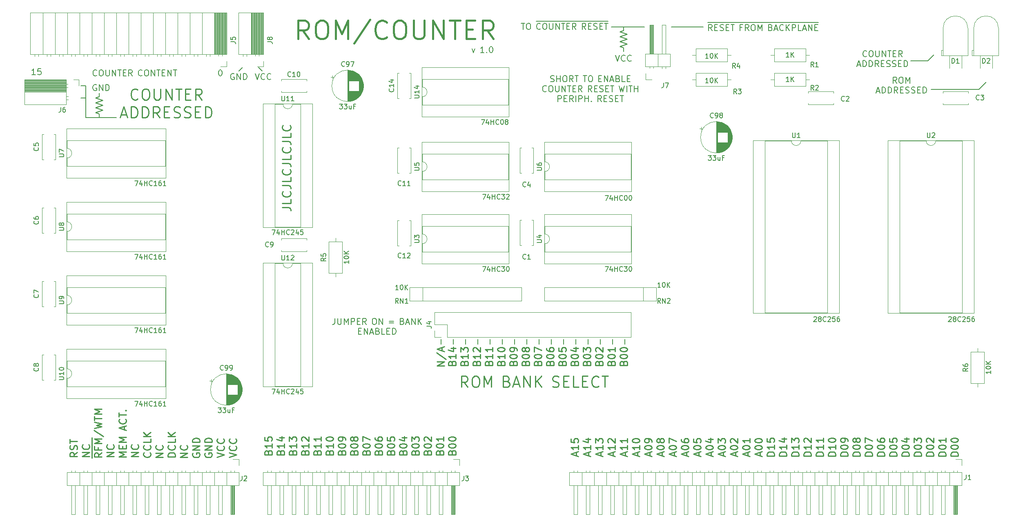
<source format=gto>
G04 #@! TF.GenerationSoftware,KiCad,Pcbnew,(7.0.0)*
G04 #@! TF.CreationDate,2023-09-24T17:52:05-07:00*
G04 #@! TF.ProjectId,rom_counter,726f6d5f-636f-4756-9e74-65722e6b6963,rev?*
G04 #@! TF.SameCoordinates,Original*
G04 #@! TF.FileFunction,Legend,Top*
G04 #@! TF.FilePolarity,Positive*
%FSLAX46Y46*%
G04 Gerber Fmt 4.6, Leading zero omitted, Abs format (unit mm)*
G04 Created by KiCad (PCBNEW (7.0.0)) date 2023-09-24 17:52:05*
%MOMM*%
%LPD*%
G01*
G04 APERTURE LIST*
%ADD10C,0.150000*%
%ADD11C,0.203200*%
%ADD12C,0.381000*%
%ADD13C,0.254000*%
%ADD14C,0.250000*%
%ADD15C,0.120000*%
%ADD16R,1.700000X1.700000*%
%ADD17O,1.700000X1.700000*%
%ADD18R,1.600000X1.600000*%
%ADD19C,1.600000*%
%ADD20O,1.600000X1.600000*%
%ADD21R,1.800000X1.800000*%
%ADD22C,1.800000*%
G04 APERTURE END LIST*
D10*
X174244000Y-56896000D02*
X175768000Y-57404000D01*
X175768000Y-57404000D02*
X174244000Y-57912000D01*
X67056000Y-71120000D02*
X65532000Y-71628000D01*
X175768000Y-55372000D02*
X174244000Y-55880000D01*
X62484000Y-66040000D02*
X63500000Y-66040000D01*
X66294000Y-68326000D02*
X65532000Y-68580000D01*
X238760000Y-66802000D02*
X248666000Y-66802000D01*
X175006000Y-58928000D02*
X175006000Y-58166000D01*
X63500000Y-72644000D02*
X69850000Y-72644000D01*
X142240000Y-118618000D02*
X142240000Y-119634000D01*
X174244000Y-55880000D02*
X175768000Y-56388000D01*
X160020000Y-118618000D02*
X160020000Y-119634000D01*
X144780000Y-118618000D02*
X144780000Y-119634000D01*
X62484000Y-68580000D02*
X63500000Y-68580000D01*
X234569000Y-60833000D02*
X236855000Y-60833000D01*
X99314000Y-62230000D02*
X100076000Y-62992000D01*
X174244000Y-54864000D02*
X175768000Y-55372000D01*
X65532000Y-69596000D02*
X67056000Y-70104000D01*
X95250000Y-62992000D02*
X96012000Y-62230000D01*
X175768000Y-56388000D02*
X174244000Y-56896000D01*
X175006000Y-54610000D02*
X174244000Y-54864000D01*
X67056000Y-70104000D02*
X65532000Y-70612000D01*
X67056000Y-69088000D02*
X65532000Y-69596000D01*
X66294000Y-71882000D02*
X66294000Y-72644000D01*
X149860000Y-118618000D02*
X149860000Y-119634000D01*
X63500000Y-66040000D02*
X63500000Y-72644000D01*
X167640000Y-118618000D02*
X167640000Y-119634000D01*
X65532000Y-71628000D02*
X66294000Y-71882000D01*
X152400000Y-118618000D02*
X152400000Y-119634000D01*
X157480000Y-118618000D02*
X157480000Y-119634000D01*
X162560000Y-118618000D02*
X162560000Y-119634000D01*
X65532000Y-70612000D02*
X67056000Y-71120000D01*
X174244000Y-57912000D02*
X175006000Y-58166000D01*
X236855000Y-60833000D02*
X238125000Y-60833000D01*
X175260000Y-118618000D02*
X175260000Y-119634000D01*
X137160000Y-118618000D02*
X137160000Y-119634000D01*
X65532000Y-68580000D02*
X67056000Y-69088000D01*
X170180000Y-118618000D02*
X170180000Y-119634000D01*
X165100000Y-118618000D02*
X165100000Y-119634000D01*
X184912000Y-53848000D02*
X191516000Y-53848000D01*
X172720000Y-118618000D02*
X172720000Y-119634000D01*
X248666000Y-66802000D02*
X250190000Y-65278000D01*
X139700000Y-118618000D02*
X139700000Y-119634000D01*
X154940000Y-118618000D02*
X154940000Y-119634000D01*
X147320000Y-118618000D02*
X147320000Y-119634000D01*
X66294000Y-68326000D02*
X66294000Y-67564000D01*
X175006000Y-54610000D02*
X175006000Y-53848000D01*
X172466000Y-53848000D02*
X179324000Y-53848000D01*
X238125000Y-60833000D02*
X239395000Y-59563000D01*
D11*
X231666143Y-65484223D02*
X231242809Y-64879461D01*
X230940428Y-65484223D02*
X230940428Y-64214223D01*
X230940428Y-64214223D02*
X231424238Y-64214223D01*
X231424238Y-64214223D02*
X231545190Y-64274700D01*
X231545190Y-64274700D02*
X231605667Y-64335176D01*
X231605667Y-64335176D02*
X231666143Y-64456128D01*
X231666143Y-64456128D02*
X231666143Y-64637557D01*
X231666143Y-64637557D02*
X231605667Y-64758509D01*
X231605667Y-64758509D02*
X231545190Y-64818985D01*
X231545190Y-64818985D02*
X231424238Y-64879461D01*
X231424238Y-64879461D02*
X230940428Y-64879461D01*
X232452333Y-64214223D02*
X232694238Y-64214223D01*
X232694238Y-64214223D02*
X232815190Y-64274700D01*
X232815190Y-64274700D02*
X232936143Y-64395652D01*
X232936143Y-64395652D02*
X232996619Y-64637557D01*
X232996619Y-64637557D02*
X232996619Y-65060890D01*
X232996619Y-65060890D02*
X232936143Y-65302795D01*
X232936143Y-65302795D02*
X232815190Y-65423747D01*
X232815190Y-65423747D02*
X232694238Y-65484223D01*
X232694238Y-65484223D02*
X232452333Y-65484223D01*
X232452333Y-65484223D02*
X232331381Y-65423747D01*
X232331381Y-65423747D02*
X232210428Y-65302795D01*
X232210428Y-65302795D02*
X232149952Y-65060890D01*
X232149952Y-65060890D02*
X232149952Y-64637557D01*
X232149952Y-64637557D02*
X232210428Y-64395652D01*
X232210428Y-64395652D02*
X232331381Y-64274700D01*
X232331381Y-64274700D02*
X232452333Y-64214223D01*
X233540904Y-65484223D02*
X233540904Y-64214223D01*
X233540904Y-64214223D02*
X233964238Y-65121366D01*
X233964238Y-65121366D02*
X234387571Y-64214223D01*
X234387571Y-64214223D02*
X234387571Y-65484223D01*
X227463047Y-67178766D02*
X228067809Y-67178766D01*
X227342095Y-67541623D02*
X227765428Y-66271623D01*
X227765428Y-66271623D02*
X228188762Y-67541623D01*
X228612094Y-67541623D02*
X228612094Y-66271623D01*
X228612094Y-66271623D02*
X228914475Y-66271623D01*
X228914475Y-66271623D02*
X229095904Y-66332100D01*
X229095904Y-66332100D02*
X229216856Y-66453052D01*
X229216856Y-66453052D02*
X229277333Y-66574004D01*
X229277333Y-66574004D02*
X229337809Y-66815909D01*
X229337809Y-66815909D02*
X229337809Y-66997338D01*
X229337809Y-66997338D02*
X229277333Y-67239242D01*
X229277333Y-67239242D02*
X229216856Y-67360195D01*
X229216856Y-67360195D02*
X229095904Y-67481147D01*
X229095904Y-67481147D02*
X228914475Y-67541623D01*
X228914475Y-67541623D02*
X228612094Y-67541623D01*
X229882094Y-67541623D02*
X229882094Y-66271623D01*
X229882094Y-66271623D02*
X230184475Y-66271623D01*
X230184475Y-66271623D02*
X230365904Y-66332100D01*
X230365904Y-66332100D02*
X230486856Y-66453052D01*
X230486856Y-66453052D02*
X230547333Y-66574004D01*
X230547333Y-66574004D02*
X230607809Y-66815909D01*
X230607809Y-66815909D02*
X230607809Y-66997338D01*
X230607809Y-66997338D02*
X230547333Y-67239242D01*
X230547333Y-67239242D02*
X230486856Y-67360195D01*
X230486856Y-67360195D02*
X230365904Y-67481147D01*
X230365904Y-67481147D02*
X230184475Y-67541623D01*
X230184475Y-67541623D02*
X229882094Y-67541623D01*
X231877809Y-67541623D02*
X231454475Y-66936861D01*
X231152094Y-67541623D02*
X231152094Y-66271623D01*
X231152094Y-66271623D02*
X231635904Y-66271623D01*
X231635904Y-66271623D02*
X231756856Y-66332100D01*
X231756856Y-66332100D02*
X231817333Y-66392576D01*
X231817333Y-66392576D02*
X231877809Y-66513528D01*
X231877809Y-66513528D02*
X231877809Y-66694957D01*
X231877809Y-66694957D02*
X231817333Y-66815909D01*
X231817333Y-66815909D02*
X231756856Y-66876385D01*
X231756856Y-66876385D02*
X231635904Y-66936861D01*
X231635904Y-66936861D02*
X231152094Y-66936861D01*
X232422094Y-66876385D02*
X232845428Y-66876385D01*
X233026856Y-67541623D02*
X232422094Y-67541623D01*
X232422094Y-67541623D02*
X232422094Y-66271623D01*
X232422094Y-66271623D02*
X233026856Y-66271623D01*
X233510666Y-67481147D02*
X233692095Y-67541623D01*
X233692095Y-67541623D02*
X233994476Y-67541623D01*
X233994476Y-67541623D02*
X234115428Y-67481147D01*
X234115428Y-67481147D02*
X234175904Y-67420671D01*
X234175904Y-67420671D02*
X234236381Y-67299719D01*
X234236381Y-67299719D02*
X234236381Y-67178766D01*
X234236381Y-67178766D02*
X234175904Y-67057814D01*
X234175904Y-67057814D02*
X234115428Y-66997338D01*
X234115428Y-66997338D02*
X233994476Y-66936861D01*
X233994476Y-66936861D02*
X233752571Y-66876385D01*
X233752571Y-66876385D02*
X233631619Y-66815909D01*
X233631619Y-66815909D02*
X233571142Y-66755433D01*
X233571142Y-66755433D02*
X233510666Y-66634480D01*
X233510666Y-66634480D02*
X233510666Y-66513528D01*
X233510666Y-66513528D02*
X233571142Y-66392576D01*
X233571142Y-66392576D02*
X233631619Y-66332100D01*
X233631619Y-66332100D02*
X233752571Y-66271623D01*
X233752571Y-66271623D02*
X234054952Y-66271623D01*
X234054952Y-66271623D02*
X234236381Y-66332100D01*
X234720190Y-67481147D02*
X234901619Y-67541623D01*
X234901619Y-67541623D02*
X235204000Y-67541623D01*
X235204000Y-67541623D02*
X235324952Y-67481147D01*
X235324952Y-67481147D02*
X235385428Y-67420671D01*
X235385428Y-67420671D02*
X235445905Y-67299719D01*
X235445905Y-67299719D02*
X235445905Y-67178766D01*
X235445905Y-67178766D02*
X235385428Y-67057814D01*
X235385428Y-67057814D02*
X235324952Y-66997338D01*
X235324952Y-66997338D02*
X235204000Y-66936861D01*
X235204000Y-66936861D02*
X234962095Y-66876385D01*
X234962095Y-66876385D02*
X234841143Y-66815909D01*
X234841143Y-66815909D02*
X234780666Y-66755433D01*
X234780666Y-66755433D02*
X234720190Y-66634480D01*
X234720190Y-66634480D02*
X234720190Y-66513528D01*
X234720190Y-66513528D02*
X234780666Y-66392576D01*
X234780666Y-66392576D02*
X234841143Y-66332100D01*
X234841143Y-66332100D02*
X234962095Y-66271623D01*
X234962095Y-66271623D02*
X235264476Y-66271623D01*
X235264476Y-66271623D02*
X235445905Y-66332100D01*
X235990190Y-66876385D02*
X236413524Y-66876385D01*
X236594952Y-67541623D02*
X235990190Y-67541623D01*
X235990190Y-67541623D02*
X235990190Y-66271623D01*
X235990190Y-66271623D02*
X236594952Y-66271623D01*
X237139238Y-67541623D02*
X237139238Y-66271623D01*
X237139238Y-66271623D02*
X237441619Y-66271623D01*
X237441619Y-66271623D02*
X237623048Y-66332100D01*
X237623048Y-66332100D02*
X237744000Y-66453052D01*
X237744000Y-66453052D02*
X237804477Y-66574004D01*
X237804477Y-66574004D02*
X237864953Y-66815909D01*
X237864953Y-66815909D02*
X237864953Y-66997338D01*
X237864953Y-66997338D02*
X237804477Y-67239242D01*
X237804477Y-67239242D02*
X237744000Y-67360195D01*
X237744000Y-67360195D02*
X237623048Y-67481147D01*
X237623048Y-67481147D02*
X237441619Y-67541623D01*
X237441619Y-67541623D02*
X237139238Y-67541623D01*
X153827238Y-53063623D02*
X154552952Y-53063623D01*
X154190095Y-54333623D02*
X154190095Y-53063623D01*
X155218190Y-53063623D02*
X155460095Y-53063623D01*
X155460095Y-53063623D02*
X155581047Y-53124100D01*
X155581047Y-53124100D02*
X155702000Y-53245052D01*
X155702000Y-53245052D02*
X155762476Y-53486957D01*
X155762476Y-53486957D02*
X155762476Y-53910290D01*
X155762476Y-53910290D02*
X155702000Y-54152195D01*
X155702000Y-54152195D02*
X155581047Y-54273147D01*
X155581047Y-54273147D02*
X155460095Y-54333623D01*
X155460095Y-54333623D02*
X155218190Y-54333623D01*
X155218190Y-54333623D02*
X155097238Y-54273147D01*
X155097238Y-54273147D02*
X154976285Y-54152195D01*
X154976285Y-54152195D02*
X154915809Y-53910290D01*
X154915809Y-53910290D02*
X154915809Y-53486957D01*
X154915809Y-53486957D02*
X154976285Y-53245052D01*
X154976285Y-53245052D02*
X155097238Y-53124100D01*
X155097238Y-53124100D02*
X155218190Y-53063623D01*
X157794476Y-54212671D02*
X157734000Y-54273147D01*
X157734000Y-54273147D02*
X157552571Y-54333623D01*
X157552571Y-54333623D02*
X157431619Y-54333623D01*
X157431619Y-54333623D02*
X157250190Y-54273147D01*
X157250190Y-54273147D02*
X157129238Y-54152195D01*
X157129238Y-54152195D02*
X157068761Y-54031242D01*
X157068761Y-54031242D02*
X157008285Y-53789338D01*
X157008285Y-53789338D02*
X157008285Y-53607909D01*
X157008285Y-53607909D02*
X157068761Y-53366004D01*
X157068761Y-53366004D02*
X157129238Y-53245052D01*
X157129238Y-53245052D02*
X157250190Y-53124100D01*
X157250190Y-53124100D02*
X157431619Y-53063623D01*
X157431619Y-53063623D02*
X157552571Y-53063623D01*
X157552571Y-53063623D02*
X157734000Y-53124100D01*
X157734000Y-53124100D02*
X157794476Y-53184576D01*
X158580666Y-53063623D02*
X158822571Y-53063623D01*
X158822571Y-53063623D02*
X158943523Y-53124100D01*
X158943523Y-53124100D02*
X159064476Y-53245052D01*
X159064476Y-53245052D02*
X159124952Y-53486957D01*
X159124952Y-53486957D02*
X159124952Y-53910290D01*
X159124952Y-53910290D02*
X159064476Y-54152195D01*
X159064476Y-54152195D02*
X158943523Y-54273147D01*
X158943523Y-54273147D02*
X158822571Y-54333623D01*
X158822571Y-54333623D02*
X158580666Y-54333623D01*
X158580666Y-54333623D02*
X158459714Y-54273147D01*
X158459714Y-54273147D02*
X158338761Y-54152195D01*
X158338761Y-54152195D02*
X158278285Y-53910290D01*
X158278285Y-53910290D02*
X158278285Y-53486957D01*
X158278285Y-53486957D02*
X158338761Y-53245052D01*
X158338761Y-53245052D02*
X158459714Y-53124100D01*
X158459714Y-53124100D02*
X158580666Y-53063623D01*
X159669237Y-53063623D02*
X159669237Y-54091719D01*
X159669237Y-54091719D02*
X159729714Y-54212671D01*
X159729714Y-54212671D02*
X159790190Y-54273147D01*
X159790190Y-54273147D02*
X159911142Y-54333623D01*
X159911142Y-54333623D02*
X160153047Y-54333623D01*
X160153047Y-54333623D02*
X160273999Y-54273147D01*
X160273999Y-54273147D02*
X160334476Y-54212671D01*
X160334476Y-54212671D02*
X160394952Y-54091719D01*
X160394952Y-54091719D02*
X160394952Y-53063623D01*
X160999713Y-54333623D02*
X160999713Y-53063623D01*
X160999713Y-53063623D02*
X161725428Y-54333623D01*
X161725428Y-54333623D02*
X161725428Y-53063623D01*
X162148761Y-53063623D02*
X162874475Y-53063623D01*
X162511618Y-54333623D02*
X162511618Y-53063623D01*
X163297808Y-53668385D02*
X163721142Y-53668385D01*
X163902570Y-54333623D02*
X163297808Y-54333623D01*
X163297808Y-54333623D02*
X163297808Y-53063623D01*
X163297808Y-53063623D02*
X163902570Y-53063623D01*
X165172571Y-54333623D02*
X164749237Y-53728861D01*
X164446856Y-54333623D02*
X164446856Y-53063623D01*
X164446856Y-53063623D02*
X164930666Y-53063623D01*
X164930666Y-53063623D02*
X165051618Y-53124100D01*
X165051618Y-53124100D02*
X165112095Y-53184576D01*
X165112095Y-53184576D02*
X165172571Y-53305528D01*
X165172571Y-53305528D02*
X165172571Y-53486957D01*
X165172571Y-53486957D02*
X165112095Y-53607909D01*
X165112095Y-53607909D02*
X165051618Y-53668385D01*
X165051618Y-53668385D02*
X164930666Y-53728861D01*
X164930666Y-53728861D02*
X164446856Y-53728861D01*
X167204571Y-54333623D02*
X166781237Y-53728861D01*
X166478856Y-54333623D02*
X166478856Y-53063623D01*
X166478856Y-53063623D02*
X166962666Y-53063623D01*
X166962666Y-53063623D02*
X167083618Y-53124100D01*
X167083618Y-53124100D02*
X167144095Y-53184576D01*
X167144095Y-53184576D02*
X167204571Y-53305528D01*
X167204571Y-53305528D02*
X167204571Y-53486957D01*
X167204571Y-53486957D02*
X167144095Y-53607909D01*
X167144095Y-53607909D02*
X167083618Y-53668385D01*
X167083618Y-53668385D02*
X166962666Y-53728861D01*
X166962666Y-53728861D02*
X166478856Y-53728861D01*
X167748856Y-53668385D02*
X168172190Y-53668385D01*
X168353618Y-54333623D02*
X167748856Y-54333623D01*
X167748856Y-54333623D02*
X167748856Y-53063623D01*
X167748856Y-53063623D02*
X168353618Y-53063623D01*
X168837428Y-54273147D02*
X169018857Y-54333623D01*
X169018857Y-54333623D02*
X169321238Y-54333623D01*
X169321238Y-54333623D02*
X169442190Y-54273147D01*
X169442190Y-54273147D02*
X169502666Y-54212671D01*
X169502666Y-54212671D02*
X169563143Y-54091719D01*
X169563143Y-54091719D02*
X169563143Y-53970766D01*
X169563143Y-53970766D02*
X169502666Y-53849814D01*
X169502666Y-53849814D02*
X169442190Y-53789338D01*
X169442190Y-53789338D02*
X169321238Y-53728861D01*
X169321238Y-53728861D02*
X169079333Y-53668385D01*
X169079333Y-53668385D02*
X168958381Y-53607909D01*
X168958381Y-53607909D02*
X168897904Y-53547433D01*
X168897904Y-53547433D02*
X168837428Y-53426480D01*
X168837428Y-53426480D02*
X168837428Y-53305528D01*
X168837428Y-53305528D02*
X168897904Y-53184576D01*
X168897904Y-53184576D02*
X168958381Y-53124100D01*
X168958381Y-53124100D02*
X169079333Y-53063623D01*
X169079333Y-53063623D02*
X169381714Y-53063623D01*
X169381714Y-53063623D02*
X169563143Y-53124100D01*
X170107428Y-53668385D02*
X170530762Y-53668385D01*
X170712190Y-54333623D02*
X170107428Y-54333623D01*
X170107428Y-54333623D02*
X170107428Y-53063623D01*
X170107428Y-53063623D02*
X170712190Y-53063623D01*
X171075048Y-53063623D02*
X171800762Y-53063623D01*
X171437905Y-54333623D02*
X171437905Y-53063623D01*
X156893381Y-52616100D02*
X171794715Y-52616100D01*
X193402857Y-54587623D02*
X192979523Y-53982861D01*
X192677142Y-54587623D02*
X192677142Y-53317623D01*
X192677142Y-53317623D02*
X193160952Y-53317623D01*
X193160952Y-53317623D02*
X193281904Y-53378100D01*
X193281904Y-53378100D02*
X193342381Y-53438576D01*
X193342381Y-53438576D02*
X193402857Y-53559528D01*
X193402857Y-53559528D02*
X193402857Y-53740957D01*
X193402857Y-53740957D02*
X193342381Y-53861909D01*
X193342381Y-53861909D02*
X193281904Y-53922385D01*
X193281904Y-53922385D02*
X193160952Y-53982861D01*
X193160952Y-53982861D02*
X192677142Y-53982861D01*
X193947142Y-53922385D02*
X194370476Y-53922385D01*
X194551904Y-54587623D02*
X193947142Y-54587623D01*
X193947142Y-54587623D02*
X193947142Y-53317623D01*
X193947142Y-53317623D02*
X194551904Y-53317623D01*
X195035714Y-54527147D02*
X195217143Y-54587623D01*
X195217143Y-54587623D02*
X195519524Y-54587623D01*
X195519524Y-54587623D02*
X195640476Y-54527147D01*
X195640476Y-54527147D02*
X195700952Y-54466671D01*
X195700952Y-54466671D02*
X195761429Y-54345719D01*
X195761429Y-54345719D02*
X195761429Y-54224766D01*
X195761429Y-54224766D02*
X195700952Y-54103814D01*
X195700952Y-54103814D02*
X195640476Y-54043338D01*
X195640476Y-54043338D02*
X195519524Y-53982861D01*
X195519524Y-53982861D02*
X195277619Y-53922385D01*
X195277619Y-53922385D02*
X195156667Y-53861909D01*
X195156667Y-53861909D02*
X195096190Y-53801433D01*
X195096190Y-53801433D02*
X195035714Y-53680480D01*
X195035714Y-53680480D02*
X195035714Y-53559528D01*
X195035714Y-53559528D02*
X195096190Y-53438576D01*
X195096190Y-53438576D02*
X195156667Y-53378100D01*
X195156667Y-53378100D02*
X195277619Y-53317623D01*
X195277619Y-53317623D02*
X195580000Y-53317623D01*
X195580000Y-53317623D02*
X195761429Y-53378100D01*
X196305714Y-53922385D02*
X196729048Y-53922385D01*
X196910476Y-54587623D02*
X196305714Y-54587623D01*
X196305714Y-54587623D02*
X196305714Y-53317623D01*
X196305714Y-53317623D02*
X196910476Y-53317623D01*
X197273334Y-53317623D02*
X197999048Y-53317623D01*
X197636191Y-54587623D02*
X197636191Y-53317623D01*
X199607715Y-53922385D02*
X199184381Y-53922385D01*
X199184381Y-54587623D02*
X199184381Y-53317623D01*
X199184381Y-53317623D02*
X199789143Y-53317623D01*
X200998667Y-54587623D02*
X200575333Y-53982861D01*
X200272952Y-54587623D02*
X200272952Y-53317623D01*
X200272952Y-53317623D02*
X200756762Y-53317623D01*
X200756762Y-53317623D02*
X200877714Y-53378100D01*
X200877714Y-53378100D02*
X200938191Y-53438576D01*
X200938191Y-53438576D02*
X200998667Y-53559528D01*
X200998667Y-53559528D02*
X200998667Y-53740957D01*
X200998667Y-53740957D02*
X200938191Y-53861909D01*
X200938191Y-53861909D02*
X200877714Y-53922385D01*
X200877714Y-53922385D02*
X200756762Y-53982861D01*
X200756762Y-53982861D02*
X200272952Y-53982861D01*
X201784857Y-53317623D02*
X202026762Y-53317623D01*
X202026762Y-53317623D02*
X202147714Y-53378100D01*
X202147714Y-53378100D02*
X202268667Y-53499052D01*
X202268667Y-53499052D02*
X202329143Y-53740957D01*
X202329143Y-53740957D02*
X202329143Y-54164290D01*
X202329143Y-54164290D02*
X202268667Y-54406195D01*
X202268667Y-54406195D02*
X202147714Y-54527147D01*
X202147714Y-54527147D02*
X202026762Y-54587623D01*
X202026762Y-54587623D02*
X201784857Y-54587623D01*
X201784857Y-54587623D02*
X201663905Y-54527147D01*
X201663905Y-54527147D02*
X201542952Y-54406195D01*
X201542952Y-54406195D02*
X201482476Y-54164290D01*
X201482476Y-54164290D02*
X201482476Y-53740957D01*
X201482476Y-53740957D02*
X201542952Y-53499052D01*
X201542952Y-53499052D02*
X201663905Y-53378100D01*
X201663905Y-53378100D02*
X201784857Y-53317623D01*
X202873428Y-54587623D02*
X202873428Y-53317623D01*
X202873428Y-53317623D02*
X203296762Y-54224766D01*
X203296762Y-54224766D02*
X203720095Y-53317623D01*
X203720095Y-53317623D02*
X203720095Y-54587623D01*
X205510191Y-53922385D02*
X205691619Y-53982861D01*
X205691619Y-53982861D02*
X205752096Y-54043338D01*
X205752096Y-54043338D02*
X205812572Y-54164290D01*
X205812572Y-54164290D02*
X205812572Y-54345719D01*
X205812572Y-54345719D02*
X205752096Y-54466671D01*
X205752096Y-54466671D02*
X205691619Y-54527147D01*
X205691619Y-54527147D02*
X205570667Y-54587623D01*
X205570667Y-54587623D02*
X205086857Y-54587623D01*
X205086857Y-54587623D02*
X205086857Y-53317623D01*
X205086857Y-53317623D02*
X205510191Y-53317623D01*
X205510191Y-53317623D02*
X205631143Y-53378100D01*
X205631143Y-53378100D02*
X205691619Y-53438576D01*
X205691619Y-53438576D02*
X205752096Y-53559528D01*
X205752096Y-53559528D02*
X205752096Y-53680480D01*
X205752096Y-53680480D02*
X205691619Y-53801433D01*
X205691619Y-53801433D02*
X205631143Y-53861909D01*
X205631143Y-53861909D02*
X205510191Y-53922385D01*
X205510191Y-53922385D02*
X205086857Y-53922385D01*
X206296381Y-54224766D02*
X206901143Y-54224766D01*
X206175429Y-54587623D02*
X206598762Y-53317623D01*
X206598762Y-53317623D02*
X207022096Y-54587623D01*
X208171143Y-54466671D02*
X208110667Y-54527147D01*
X208110667Y-54527147D02*
X207929238Y-54587623D01*
X207929238Y-54587623D02*
X207808286Y-54587623D01*
X207808286Y-54587623D02*
X207626857Y-54527147D01*
X207626857Y-54527147D02*
X207505905Y-54406195D01*
X207505905Y-54406195D02*
X207445428Y-54285242D01*
X207445428Y-54285242D02*
X207384952Y-54043338D01*
X207384952Y-54043338D02*
X207384952Y-53861909D01*
X207384952Y-53861909D02*
X207445428Y-53620004D01*
X207445428Y-53620004D02*
X207505905Y-53499052D01*
X207505905Y-53499052D02*
X207626857Y-53378100D01*
X207626857Y-53378100D02*
X207808286Y-53317623D01*
X207808286Y-53317623D02*
X207929238Y-53317623D01*
X207929238Y-53317623D02*
X208110667Y-53378100D01*
X208110667Y-53378100D02*
X208171143Y-53438576D01*
X208715428Y-54587623D02*
X208715428Y-53317623D01*
X209441143Y-54587623D02*
X208896857Y-53861909D01*
X209441143Y-53317623D02*
X208715428Y-54043338D01*
X209985428Y-54587623D02*
X209985428Y-53317623D01*
X209985428Y-53317623D02*
X210469238Y-53317623D01*
X210469238Y-53317623D02*
X210590190Y-53378100D01*
X210590190Y-53378100D02*
X210650667Y-53438576D01*
X210650667Y-53438576D02*
X210711143Y-53559528D01*
X210711143Y-53559528D02*
X210711143Y-53740957D01*
X210711143Y-53740957D02*
X210650667Y-53861909D01*
X210650667Y-53861909D02*
X210590190Y-53922385D01*
X210590190Y-53922385D02*
X210469238Y-53982861D01*
X210469238Y-53982861D02*
X209985428Y-53982861D01*
X211860190Y-54587623D02*
X211255428Y-54587623D01*
X211255428Y-54587623D02*
X211255428Y-53317623D01*
X212223047Y-54224766D02*
X212827809Y-54224766D01*
X212102095Y-54587623D02*
X212525428Y-53317623D01*
X212525428Y-53317623D02*
X212948762Y-54587623D01*
X213372094Y-54587623D02*
X213372094Y-53317623D01*
X213372094Y-53317623D02*
X214097809Y-54587623D01*
X214097809Y-54587623D02*
X214097809Y-53317623D01*
X214702570Y-53922385D02*
X215125904Y-53922385D01*
X215307332Y-54587623D02*
X214702570Y-54587623D01*
X214702570Y-54587623D02*
X214702570Y-53317623D01*
X214702570Y-53317623D02*
X215307332Y-53317623D01*
X192501762Y-52870100D02*
X215422238Y-52870100D01*
D12*
X109764285Y-56320871D02*
X108494285Y-54506585D01*
X107587142Y-56320871D02*
X107587142Y-52510871D01*
X107587142Y-52510871D02*
X109038571Y-52510871D01*
X109038571Y-52510871D02*
X109401428Y-52692300D01*
X109401428Y-52692300D02*
X109582857Y-52873728D01*
X109582857Y-52873728D02*
X109764285Y-53236585D01*
X109764285Y-53236585D02*
X109764285Y-53780871D01*
X109764285Y-53780871D02*
X109582857Y-54143728D01*
X109582857Y-54143728D02*
X109401428Y-54325157D01*
X109401428Y-54325157D02*
X109038571Y-54506585D01*
X109038571Y-54506585D02*
X107587142Y-54506585D01*
X112122857Y-52510871D02*
X112848571Y-52510871D01*
X112848571Y-52510871D02*
X113211428Y-52692300D01*
X113211428Y-52692300D02*
X113574285Y-53055157D01*
X113574285Y-53055157D02*
X113755714Y-53780871D01*
X113755714Y-53780871D02*
X113755714Y-55050871D01*
X113755714Y-55050871D02*
X113574285Y-55776585D01*
X113574285Y-55776585D02*
X113211428Y-56139442D01*
X113211428Y-56139442D02*
X112848571Y-56320871D01*
X112848571Y-56320871D02*
X112122857Y-56320871D01*
X112122857Y-56320871D02*
X111760000Y-56139442D01*
X111760000Y-56139442D02*
X111397142Y-55776585D01*
X111397142Y-55776585D02*
X111215714Y-55050871D01*
X111215714Y-55050871D02*
X111215714Y-53780871D01*
X111215714Y-53780871D02*
X111397142Y-53055157D01*
X111397142Y-53055157D02*
X111760000Y-52692300D01*
X111760000Y-52692300D02*
X112122857Y-52510871D01*
X115388571Y-56320871D02*
X115388571Y-52510871D01*
X115388571Y-52510871D02*
X116658571Y-55232300D01*
X116658571Y-55232300D02*
X117928571Y-52510871D01*
X117928571Y-52510871D02*
X117928571Y-56320871D01*
X122464286Y-52329442D02*
X119198572Y-57228014D01*
X125911429Y-55958014D02*
X125730001Y-56139442D01*
X125730001Y-56139442D02*
X125185715Y-56320871D01*
X125185715Y-56320871D02*
X124822858Y-56320871D01*
X124822858Y-56320871D02*
X124278572Y-56139442D01*
X124278572Y-56139442D02*
X123915715Y-55776585D01*
X123915715Y-55776585D02*
X123734286Y-55413728D01*
X123734286Y-55413728D02*
X123552858Y-54688014D01*
X123552858Y-54688014D02*
X123552858Y-54143728D01*
X123552858Y-54143728D02*
X123734286Y-53418014D01*
X123734286Y-53418014D02*
X123915715Y-53055157D01*
X123915715Y-53055157D02*
X124278572Y-52692300D01*
X124278572Y-52692300D02*
X124822858Y-52510871D01*
X124822858Y-52510871D02*
X125185715Y-52510871D01*
X125185715Y-52510871D02*
X125730001Y-52692300D01*
X125730001Y-52692300D02*
X125911429Y-52873728D01*
X128270001Y-52510871D02*
X128995715Y-52510871D01*
X128995715Y-52510871D02*
X129358572Y-52692300D01*
X129358572Y-52692300D02*
X129721429Y-53055157D01*
X129721429Y-53055157D02*
X129902858Y-53780871D01*
X129902858Y-53780871D02*
X129902858Y-55050871D01*
X129902858Y-55050871D02*
X129721429Y-55776585D01*
X129721429Y-55776585D02*
X129358572Y-56139442D01*
X129358572Y-56139442D02*
X128995715Y-56320871D01*
X128995715Y-56320871D02*
X128270001Y-56320871D01*
X128270001Y-56320871D02*
X127907144Y-56139442D01*
X127907144Y-56139442D02*
X127544286Y-55776585D01*
X127544286Y-55776585D02*
X127362858Y-55050871D01*
X127362858Y-55050871D02*
X127362858Y-53780871D01*
X127362858Y-53780871D02*
X127544286Y-53055157D01*
X127544286Y-53055157D02*
X127907144Y-52692300D01*
X127907144Y-52692300D02*
X128270001Y-52510871D01*
X131535715Y-52510871D02*
X131535715Y-55595157D01*
X131535715Y-55595157D02*
X131717144Y-55958014D01*
X131717144Y-55958014D02*
X131898573Y-56139442D01*
X131898573Y-56139442D02*
X132261430Y-56320871D01*
X132261430Y-56320871D02*
X132987144Y-56320871D01*
X132987144Y-56320871D02*
X133350001Y-56139442D01*
X133350001Y-56139442D02*
X133531430Y-55958014D01*
X133531430Y-55958014D02*
X133712858Y-55595157D01*
X133712858Y-55595157D02*
X133712858Y-52510871D01*
X135527144Y-56320871D02*
X135527144Y-52510871D01*
X135527144Y-52510871D02*
X137704287Y-56320871D01*
X137704287Y-56320871D02*
X137704287Y-52510871D01*
X138974288Y-52510871D02*
X141151431Y-52510871D01*
X140062859Y-56320871D02*
X140062859Y-52510871D01*
X142421430Y-54325157D02*
X143691430Y-54325157D01*
X144235716Y-56320871D02*
X142421430Y-56320871D01*
X142421430Y-56320871D02*
X142421430Y-52510871D01*
X142421430Y-52510871D02*
X144235716Y-52510871D01*
X148045716Y-56320871D02*
X146775716Y-54506585D01*
X145868573Y-56320871D02*
X145868573Y-52510871D01*
X145868573Y-52510871D02*
X147320002Y-52510871D01*
X147320002Y-52510871D02*
X147682859Y-52692300D01*
X147682859Y-52692300D02*
X147864288Y-52873728D01*
X147864288Y-52873728D02*
X148045716Y-53236585D01*
X148045716Y-53236585D02*
X148045716Y-53780871D01*
X148045716Y-53780871D02*
X147864288Y-54143728D01*
X147864288Y-54143728D02*
X147682859Y-54325157D01*
X147682859Y-54325157D02*
X147320002Y-54506585D01*
X147320002Y-54506585D02*
X145868573Y-54506585D01*
D11*
X94282381Y-63538100D02*
X94161428Y-63477623D01*
X94161428Y-63477623D02*
X93980000Y-63477623D01*
X93980000Y-63477623D02*
X93798571Y-63538100D01*
X93798571Y-63538100D02*
X93677619Y-63659052D01*
X93677619Y-63659052D02*
X93617142Y-63780004D01*
X93617142Y-63780004D02*
X93556666Y-64021909D01*
X93556666Y-64021909D02*
X93556666Y-64203338D01*
X93556666Y-64203338D02*
X93617142Y-64445242D01*
X93617142Y-64445242D02*
X93677619Y-64566195D01*
X93677619Y-64566195D02*
X93798571Y-64687147D01*
X93798571Y-64687147D02*
X93980000Y-64747623D01*
X93980000Y-64747623D02*
X94100952Y-64747623D01*
X94100952Y-64747623D02*
X94282381Y-64687147D01*
X94282381Y-64687147D02*
X94342857Y-64626671D01*
X94342857Y-64626671D02*
X94342857Y-64203338D01*
X94342857Y-64203338D02*
X94100952Y-64203338D01*
X94887142Y-64747623D02*
X94887142Y-63477623D01*
X94887142Y-63477623D02*
X95612857Y-64747623D01*
X95612857Y-64747623D02*
X95612857Y-63477623D01*
X96217618Y-64747623D02*
X96217618Y-63477623D01*
X96217618Y-63477623D02*
X96519999Y-63477623D01*
X96519999Y-63477623D02*
X96701428Y-63538100D01*
X96701428Y-63538100D02*
X96822380Y-63659052D01*
X96822380Y-63659052D02*
X96882857Y-63780004D01*
X96882857Y-63780004D02*
X96943333Y-64021909D01*
X96943333Y-64021909D02*
X96943333Y-64203338D01*
X96943333Y-64203338D02*
X96882857Y-64445242D01*
X96882857Y-64445242D02*
X96822380Y-64566195D01*
X96822380Y-64566195D02*
X96701428Y-64687147D01*
X96701428Y-64687147D02*
X96519999Y-64747623D01*
X96519999Y-64747623D02*
X96217618Y-64747623D01*
X53098095Y-63731623D02*
X52372380Y-63731623D01*
X52735237Y-63731623D02*
X52735237Y-62461623D01*
X52735237Y-62461623D02*
X52614285Y-62643052D01*
X52614285Y-62643052D02*
X52493333Y-62764004D01*
X52493333Y-62764004D02*
X52372380Y-62824480D01*
X54247142Y-62461623D02*
X53642380Y-62461623D01*
X53642380Y-62461623D02*
X53581904Y-63066385D01*
X53581904Y-63066385D02*
X53642380Y-63005909D01*
X53642380Y-63005909D02*
X53763333Y-62945433D01*
X53763333Y-62945433D02*
X54065714Y-62945433D01*
X54065714Y-62945433D02*
X54186666Y-63005909D01*
X54186666Y-63005909D02*
X54247142Y-63066385D01*
X54247142Y-63066385D02*
X54307619Y-63187338D01*
X54307619Y-63187338D02*
X54307619Y-63489719D01*
X54307619Y-63489719D02*
X54247142Y-63610671D01*
X54247142Y-63610671D02*
X54186666Y-63671147D01*
X54186666Y-63671147D02*
X54065714Y-63731623D01*
X54065714Y-63731623D02*
X53763333Y-63731623D01*
X53763333Y-63731623D02*
X53642380Y-63671147D01*
X53642380Y-63671147D02*
X53581904Y-63610671D01*
X159917190Y-65144347D02*
X160098619Y-65204823D01*
X160098619Y-65204823D02*
X160401000Y-65204823D01*
X160401000Y-65204823D02*
X160521952Y-65144347D01*
X160521952Y-65144347D02*
X160582428Y-65083871D01*
X160582428Y-65083871D02*
X160642905Y-64962919D01*
X160642905Y-64962919D02*
X160642905Y-64841966D01*
X160642905Y-64841966D02*
X160582428Y-64721014D01*
X160582428Y-64721014D02*
X160521952Y-64660538D01*
X160521952Y-64660538D02*
X160401000Y-64600061D01*
X160401000Y-64600061D02*
X160159095Y-64539585D01*
X160159095Y-64539585D02*
X160038143Y-64479109D01*
X160038143Y-64479109D02*
X159977666Y-64418633D01*
X159977666Y-64418633D02*
X159917190Y-64297680D01*
X159917190Y-64297680D02*
X159917190Y-64176728D01*
X159917190Y-64176728D02*
X159977666Y-64055776D01*
X159977666Y-64055776D02*
X160038143Y-63995300D01*
X160038143Y-63995300D02*
X160159095Y-63934823D01*
X160159095Y-63934823D02*
X160461476Y-63934823D01*
X160461476Y-63934823D02*
X160642905Y-63995300D01*
X161187190Y-65204823D02*
X161187190Y-63934823D01*
X161187190Y-64539585D02*
X161912905Y-64539585D01*
X161912905Y-65204823D02*
X161912905Y-63934823D01*
X162759571Y-63934823D02*
X163001476Y-63934823D01*
X163001476Y-63934823D02*
X163122428Y-63995300D01*
X163122428Y-63995300D02*
X163243381Y-64116252D01*
X163243381Y-64116252D02*
X163303857Y-64358157D01*
X163303857Y-64358157D02*
X163303857Y-64781490D01*
X163303857Y-64781490D02*
X163243381Y-65023395D01*
X163243381Y-65023395D02*
X163122428Y-65144347D01*
X163122428Y-65144347D02*
X163001476Y-65204823D01*
X163001476Y-65204823D02*
X162759571Y-65204823D01*
X162759571Y-65204823D02*
X162638619Y-65144347D01*
X162638619Y-65144347D02*
X162517666Y-65023395D01*
X162517666Y-65023395D02*
X162457190Y-64781490D01*
X162457190Y-64781490D02*
X162457190Y-64358157D01*
X162457190Y-64358157D02*
X162517666Y-64116252D01*
X162517666Y-64116252D02*
X162638619Y-63995300D01*
X162638619Y-63995300D02*
X162759571Y-63934823D01*
X164573857Y-65204823D02*
X164150523Y-64600061D01*
X163848142Y-65204823D02*
X163848142Y-63934823D01*
X163848142Y-63934823D02*
X164331952Y-63934823D01*
X164331952Y-63934823D02*
X164452904Y-63995300D01*
X164452904Y-63995300D02*
X164513381Y-64055776D01*
X164513381Y-64055776D02*
X164573857Y-64176728D01*
X164573857Y-64176728D02*
X164573857Y-64358157D01*
X164573857Y-64358157D02*
X164513381Y-64479109D01*
X164513381Y-64479109D02*
X164452904Y-64539585D01*
X164452904Y-64539585D02*
X164331952Y-64600061D01*
X164331952Y-64600061D02*
X163848142Y-64600061D01*
X164936714Y-63934823D02*
X165662428Y-63934823D01*
X165299571Y-65204823D02*
X165299571Y-63934823D01*
X166666333Y-63934823D02*
X167392047Y-63934823D01*
X167029190Y-65204823D02*
X167029190Y-63934823D01*
X168057285Y-63934823D02*
X168299190Y-63934823D01*
X168299190Y-63934823D02*
X168420142Y-63995300D01*
X168420142Y-63995300D02*
X168541095Y-64116252D01*
X168541095Y-64116252D02*
X168601571Y-64358157D01*
X168601571Y-64358157D02*
X168601571Y-64781490D01*
X168601571Y-64781490D02*
X168541095Y-65023395D01*
X168541095Y-65023395D02*
X168420142Y-65144347D01*
X168420142Y-65144347D02*
X168299190Y-65204823D01*
X168299190Y-65204823D02*
X168057285Y-65204823D01*
X168057285Y-65204823D02*
X167936333Y-65144347D01*
X167936333Y-65144347D02*
X167815380Y-65023395D01*
X167815380Y-65023395D02*
X167754904Y-64781490D01*
X167754904Y-64781490D02*
X167754904Y-64358157D01*
X167754904Y-64358157D02*
X167815380Y-64116252D01*
X167815380Y-64116252D02*
X167936333Y-63995300D01*
X167936333Y-63995300D02*
X168057285Y-63934823D01*
X169907856Y-64539585D02*
X170331190Y-64539585D01*
X170512618Y-65204823D02*
X169907856Y-65204823D01*
X169907856Y-65204823D02*
X169907856Y-63934823D01*
X169907856Y-63934823D02*
X170512618Y-63934823D01*
X171056904Y-65204823D02*
X171056904Y-63934823D01*
X171056904Y-63934823D02*
X171782619Y-65204823D01*
X171782619Y-65204823D02*
X171782619Y-63934823D01*
X172326904Y-64841966D02*
X172931666Y-64841966D01*
X172205952Y-65204823D02*
X172629285Y-63934823D01*
X172629285Y-63934823D02*
X173052619Y-65204823D01*
X173899285Y-64539585D02*
X174080713Y-64600061D01*
X174080713Y-64600061D02*
X174141190Y-64660538D01*
X174141190Y-64660538D02*
X174201666Y-64781490D01*
X174201666Y-64781490D02*
X174201666Y-64962919D01*
X174201666Y-64962919D02*
X174141190Y-65083871D01*
X174141190Y-65083871D02*
X174080713Y-65144347D01*
X174080713Y-65144347D02*
X173959761Y-65204823D01*
X173959761Y-65204823D02*
X173475951Y-65204823D01*
X173475951Y-65204823D02*
X173475951Y-63934823D01*
X173475951Y-63934823D02*
X173899285Y-63934823D01*
X173899285Y-63934823D02*
X174020237Y-63995300D01*
X174020237Y-63995300D02*
X174080713Y-64055776D01*
X174080713Y-64055776D02*
X174141190Y-64176728D01*
X174141190Y-64176728D02*
X174141190Y-64297680D01*
X174141190Y-64297680D02*
X174080713Y-64418633D01*
X174080713Y-64418633D02*
X174020237Y-64479109D01*
X174020237Y-64479109D02*
X173899285Y-64539585D01*
X173899285Y-64539585D02*
X173475951Y-64539585D01*
X175350713Y-65204823D02*
X174745951Y-65204823D01*
X174745951Y-65204823D02*
X174745951Y-63934823D01*
X175774046Y-64539585D02*
X176197380Y-64539585D01*
X176378808Y-65204823D02*
X175774046Y-65204823D01*
X175774046Y-65204823D02*
X175774046Y-63934823D01*
X175774046Y-63934823D02*
X176378808Y-63934823D01*
X159040285Y-67141271D02*
X158979809Y-67201747D01*
X158979809Y-67201747D02*
X158798380Y-67262223D01*
X158798380Y-67262223D02*
X158677428Y-67262223D01*
X158677428Y-67262223D02*
X158495999Y-67201747D01*
X158495999Y-67201747D02*
X158375047Y-67080795D01*
X158375047Y-67080795D02*
X158314570Y-66959842D01*
X158314570Y-66959842D02*
X158254094Y-66717938D01*
X158254094Y-66717938D02*
X158254094Y-66536509D01*
X158254094Y-66536509D02*
X158314570Y-66294604D01*
X158314570Y-66294604D02*
X158375047Y-66173652D01*
X158375047Y-66173652D02*
X158495999Y-66052700D01*
X158495999Y-66052700D02*
X158677428Y-65992223D01*
X158677428Y-65992223D02*
X158798380Y-65992223D01*
X158798380Y-65992223D02*
X158979809Y-66052700D01*
X158979809Y-66052700D02*
X159040285Y-66113176D01*
X159826475Y-65992223D02*
X160068380Y-65992223D01*
X160068380Y-65992223D02*
X160189332Y-66052700D01*
X160189332Y-66052700D02*
X160310285Y-66173652D01*
X160310285Y-66173652D02*
X160370761Y-66415557D01*
X160370761Y-66415557D02*
X160370761Y-66838890D01*
X160370761Y-66838890D02*
X160310285Y-67080795D01*
X160310285Y-67080795D02*
X160189332Y-67201747D01*
X160189332Y-67201747D02*
X160068380Y-67262223D01*
X160068380Y-67262223D02*
X159826475Y-67262223D01*
X159826475Y-67262223D02*
X159705523Y-67201747D01*
X159705523Y-67201747D02*
X159584570Y-67080795D01*
X159584570Y-67080795D02*
X159524094Y-66838890D01*
X159524094Y-66838890D02*
X159524094Y-66415557D01*
X159524094Y-66415557D02*
X159584570Y-66173652D01*
X159584570Y-66173652D02*
X159705523Y-66052700D01*
X159705523Y-66052700D02*
X159826475Y-65992223D01*
X160915046Y-65992223D02*
X160915046Y-67020319D01*
X160915046Y-67020319D02*
X160975523Y-67141271D01*
X160975523Y-67141271D02*
X161035999Y-67201747D01*
X161035999Y-67201747D02*
X161156951Y-67262223D01*
X161156951Y-67262223D02*
X161398856Y-67262223D01*
X161398856Y-67262223D02*
X161519808Y-67201747D01*
X161519808Y-67201747D02*
X161580285Y-67141271D01*
X161580285Y-67141271D02*
X161640761Y-67020319D01*
X161640761Y-67020319D02*
X161640761Y-65992223D01*
X162245522Y-67262223D02*
X162245522Y-65992223D01*
X162245522Y-65992223D02*
X162971237Y-67262223D01*
X162971237Y-67262223D02*
X162971237Y-65992223D01*
X163394570Y-65992223D02*
X164120284Y-65992223D01*
X163757427Y-67262223D02*
X163757427Y-65992223D01*
X164543617Y-66596985D02*
X164966951Y-66596985D01*
X165148379Y-67262223D02*
X164543617Y-67262223D01*
X164543617Y-67262223D02*
X164543617Y-65992223D01*
X164543617Y-65992223D02*
X165148379Y-65992223D01*
X166418380Y-67262223D02*
X165995046Y-66657461D01*
X165692665Y-67262223D02*
X165692665Y-65992223D01*
X165692665Y-65992223D02*
X166176475Y-65992223D01*
X166176475Y-65992223D02*
X166297427Y-66052700D01*
X166297427Y-66052700D02*
X166357904Y-66113176D01*
X166357904Y-66113176D02*
X166418380Y-66234128D01*
X166418380Y-66234128D02*
X166418380Y-66415557D01*
X166418380Y-66415557D02*
X166357904Y-66536509D01*
X166357904Y-66536509D02*
X166297427Y-66596985D01*
X166297427Y-66596985D02*
X166176475Y-66657461D01*
X166176475Y-66657461D02*
X165692665Y-66657461D01*
X168450380Y-67262223D02*
X168027046Y-66657461D01*
X167724665Y-67262223D02*
X167724665Y-65992223D01*
X167724665Y-65992223D02*
X168208475Y-65992223D01*
X168208475Y-65992223D02*
X168329427Y-66052700D01*
X168329427Y-66052700D02*
X168389904Y-66113176D01*
X168389904Y-66113176D02*
X168450380Y-66234128D01*
X168450380Y-66234128D02*
X168450380Y-66415557D01*
X168450380Y-66415557D02*
X168389904Y-66536509D01*
X168389904Y-66536509D02*
X168329427Y-66596985D01*
X168329427Y-66596985D02*
X168208475Y-66657461D01*
X168208475Y-66657461D02*
X167724665Y-66657461D01*
X168994665Y-66596985D02*
X169417999Y-66596985D01*
X169599427Y-67262223D02*
X168994665Y-67262223D01*
X168994665Y-67262223D02*
X168994665Y-65992223D01*
X168994665Y-65992223D02*
X169599427Y-65992223D01*
X170083237Y-67201747D02*
X170264666Y-67262223D01*
X170264666Y-67262223D02*
X170567047Y-67262223D01*
X170567047Y-67262223D02*
X170687999Y-67201747D01*
X170687999Y-67201747D02*
X170748475Y-67141271D01*
X170748475Y-67141271D02*
X170808952Y-67020319D01*
X170808952Y-67020319D02*
X170808952Y-66899366D01*
X170808952Y-66899366D02*
X170748475Y-66778414D01*
X170748475Y-66778414D02*
X170687999Y-66717938D01*
X170687999Y-66717938D02*
X170567047Y-66657461D01*
X170567047Y-66657461D02*
X170325142Y-66596985D01*
X170325142Y-66596985D02*
X170204190Y-66536509D01*
X170204190Y-66536509D02*
X170143713Y-66476033D01*
X170143713Y-66476033D02*
X170083237Y-66355080D01*
X170083237Y-66355080D02*
X170083237Y-66234128D01*
X170083237Y-66234128D02*
X170143713Y-66113176D01*
X170143713Y-66113176D02*
X170204190Y-66052700D01*
X170204190Y-66052700D02*
X170325142Y-65992223D01*
X170325142Y-65992223D02*
X170627523Y-65992223D01*
X170627523Y-65992223D02*
X170808952Y-66052700D01*
X171353237Y-66596985D02*
X171776571Y-66596985D01*
X171957999Y-67262223D02*
X171353237Y-67262223D01*
X171353237Y-67262223D02*
X171353237Y-65992223D01*
X171353237Y-65992223D02*
X171957999Y-65992223D01*
X172320857Y-65992223D02*
X173046571Y-65992223D01*
X172683714Y-67262223D02*
X172683714Y-65992223D01*
X174110952Y-65992223D02*
X174413333Y-67262223D01*
X174413333Y-67262223D02*
X174655238Y-66355080D01*
X174655238Y-66355080D02*
X174897143Y-67262223D01*
X174897143Y-67262223D02*
X175199524Y-65992223D01*
X175683333Y-67262223D02*
X175683333Y-65992223D01*
X176106667Y-65992223D02*
X176832381Y-65992223D01*
X176469524Y-67262223D02*
X176469524Y-65992223D01*
X177255714Y-67262223D02*
X177255714Y-65992223D01*
X177255714Y-66596985D02*
X177981429Y-66596985D01*
X177981429Y-67262223D02*
X177981429Y-65992223D01*
X161447237Y-69319623D02*
X161447237Y-68049623D01*
X161447237Y-68049623D02*
X161931047Y-68049623D01*
X161931047Y-68049623D02*
X162051999Y-68110100D01*
X162051999Y-68110100D02*
X162112476Y-68170576D01*
X162112476Y-68170576D02*
X162172952Y-68291528D01*
X162172952Y-68291528D02*
X162172952Y-68472957D01*
X162172952Y-68472957D02*
X162112476Y-68593909D01*
X162112476Y-68593909D02*
X162051999Y-68654385D01*
X162051999Y-68654385D02*
X161931047Y-68714861D01*
X161931047Y-68714861D02*
X161447237Y-68714861D01*
X162717237Y-68654385D02*
X163140571Y-68654385D01*
X163321999Y-69319623D02*
X162717237Y-69319623D01*
X162717237Y-69319623D02*
X162717237Y-68049623D01*
X162717237Y-68049623D02*
X163321999Y-68049623D01*
X164592000Y-69319623D02*
X164168666Y-68714861D01*
X163866285Y-69319623D02*
X163866285Y-68049623D01*
X163866285Y-68049623D02*
X164350095Y-68049623D01*
X164350095Y-68049623D02*
X164471047Y-68110100D01*
X164471047Y-68110100D02*
X164531524Y-68170576D01*
X164531524Y-68170576D02*
X164592000Y-68291528D01*
X164592000Y-68291528D02*
X164592000Y-68472957D01*
X164592000Y-68472957D02*
X164531524Y-68593909D01*
X164531524Y-68593909D02*
X164471047Y-68654385D01*
X164471047Y-68654385D02*
X164350095Y-68714861D01*
X164350095Y-68714861D02*
X163866285Y-68714861D01*
X165136285Y-69319623D02*
X165136285Y-68049623D01*
X165741047Y-69319623D02*
X165741047Y-68049623D01*
X165741047Y-68049623D02*
X166224857Y-68049623D01*
X166224857Y-68049623D02*
X166345809Y-68110100D01*
X166345809Y-68110100D02*
X166406286Y-68170576D01*
X166406286Y-68170576D02*
X166466762Y-68291528D01*
X166466762Y-68291528D02*
X166466762Y-68472957D01*
X166466762Y-68472957D02*
X166406286Y-68593909D01*
X166406286Y-68593909D02*
X166345809Y-68654385D01*
X166345809Y-68654385D02*
X166224857Y-68714861D01*
X166224857Y-68714861D02*
X165741047Y-68714861D01*
X167011047Y-69319623D02*
X167011047Y-68049623D01*
X167011047Y-68654385D02*
X167736762Y-68654385D01*
X167736762Y-69319623D02*
X167736762Y-68049623D01*
X168341523Y-69198671D02*
X168402000Y-69259147D01*
X168402000Y-69259147D02*
X168341523Y-69319623D01*
X168341523Y-69319623D02*
X168281047Y-69259147D01*
X168281047Y-69259147D02*
X168341523Y-69198671D01*
X168341523Y-69198671D02*
X168341523Y-69319623D01*
X170434000Y-69319623D02*
X170010666Y-68714861D01*
X169708285Y-69319623D02*
X169708285Y-68049623D01*
X169708285Y-68049623D02*
X170192095Y-68049623D01*
X170192095Y-68049623D02*
X170313047Y-68110100D01*
X170313047Y-68110100D02*
X170373524Y-68170576D01*
X170373524Y-68170576D02*
X170434000Y-68291528D01*
X170434000Y-68291528D02*
X170434000Y-68472957D01*
X170434000Y-68472957D02*
X170373524Y-68593909D01*
X170373524Y-68593909D02*
X170313047Y-68654385D01*
X170313047Y-68654385D02*
X170192095Y-68714861D01*
X170192095Y-68714861D02*
X169708285Y-68714861D01*
X170978285Y-68654385D02*
X171401619Y-68654385D01*
X171583047Y-69319623D02*
X170978285Y-69319623D01*
X170978285Y-69319623D02*
X170978285Y-68049623D01*
X170978285Y-68049623D02*
X171583047Y-68049623D01*
X172066857Y-69259147D02*
X172248286Y-69319623D01*
X172248286Y-69319623D02*
X172550667Y-69319623D01*
X172550667Y-69319623D02*
X172671619Y-69259147D01*
X172671619Y-69259147D02*
X172732095Y-69198671D01*
X172732095Y-69198671D02*
X172792572Y-69077719D01*
X172792572Y-69077719D02*
X172792572Y-68956766D01*
X172792572Y-68956766D02*
X172732095Y-68835814D01*
X172732095Y-68835814D02*
X172671619Y-68775338D01*
X172671619Y-68775338D02*
X172550667Y-68714861D01*
X172550667Y-68714861D02*
X172308762Y-68654385D01*
X172308762Y-68654385D02*
X172187810Y-68593909D01*
X172187810Y-68593909D02*
X172127333Y-68533433D01*
X172127333Y-68533433D02*
X172066857Y-68412480D01*
X172066857Y-68412480D02*
X172066857Y-68291528D01*
X172066857Y-68291528D02*
X172127333Y-68170576D01*
X172127333Y-68170576D02*
X172187810Y-68110100D01*
X172187810Y-68110100D02*
X172308762Y-68049623D01*
X172308762Y-68049623D02*
X172611143Y-68049623D01*
X172611143Y-68049623D02*
X172792572Y-68110100D01*
X173336857Y-68654385D02*
X173760191Y-68654385D01*
X173941619Y-69319623D02*
X173336857Y-69319623D01*
X173336857Y-69319623D02*
X173336857Y-68049623D01*
X173336857Y-68049623D02*
X173941619Y-68049623D01*
X174304477Y-68049623D02*
X175030191Y-68049623D01*
X174667334Y-69319623D02*
X174667334Y-68049623D01*
X65737619Y-65824100D02*
X65616666Y-65763623D01*
X65616666Y-65763623D02*
X65435238Y-65763623D01*
X65435238Y-65763623D02*
X65253809Y-65824100D01*
X65253809Y-65824100D02*
X65132857Y-65945052D01*
X65132857Y-65945052D02*
X65072380Y-66066004D01*
X65072380Y-66066004D02*
X65011904Y-66307909D01*
X65011904Y-66307909D02*
X65011904Y-66489338D01*
X65011904Y-66489338D02*
X65072380Y-66731242D01*
X65072380Y-66731242D02*
X65132857Y-66852195D01*
X65132857Y-66852195D02*
X65253809Y-66973147D01*
X65253809Y-66973147D02*
X65435238Y-67033623D01*
X65435238Y-67033623D02*
X65556190Y-67033623D01*
X65556190Y-67033623D02*
X65737619Y-66973147D01*
X65737619Y-66973147D02*
X65798095Y-66912671D01*
X65798095Y-66912671D02*
X65798095Y-66489338D01*
X65798095Y-66489338D02*
X65556190Y-66489338D01*
X66342380Y-67033623D02*
X66342380Y-65763623D01*
X66342380Y-65763623D02*
X67068095Y-67033623D01*
X67068095Y-67033623D02*
X67068095Y-65763623D01*
X67672856Y-67033623D02*
X67672856Y-65763623D01*
X67672856Y-65763623D02*
X67975237Y-65763623D01*
X67975237Y-65763623D02*
X68156666Y-65824100D01*
X68156666Y-65824100D02*
X68277618Y-65945052D01*
X68277618Y-65945052D02*
X68338095Y-66066004D01*
X68338095Y-66066004D02*
X68398571Y-66307909D01*
X68398571Y-66307909D02*
X68398571Y-66489338D01*
X68398571Y-66489338D02*
X68338095Y-66731242D01*
X68338095Y-66731242D02*
X68277618Y-66852195D01*
X68277618Y-66852195D02*
X68156666Y-66973147D01*
X68156666Y-66973147D02*
X67975237Y-67033623D01*
X67975237Y-67033623D02*
X67672856Y-67033623D01*
X115158762Y-114252223D02*
X115158762Y-115159366D01*
X115158762Y-115159366D02*
X115098285Y-115340795D01*
X115098285Y-115340795D02*
X114977333Y-115461747D01*
X114977333Y-115461747D02*
X114795904Y-115522223D01*
X114795904Y-115522223D02*
X114674952Y-115522223D01*
X115763523Y-114252223D02*
X115763523Y-115280319D01*
X115763523Y-115280319D02*
X115824000Y-115401271D01*
X115824000Y-115401271D02*
X115884476Y-115461747D01*
X115884476Y-115461747D02*
X116005428Y-115522223D01*
X116005428Y-115522223D02*
X116247333Y-115522223D01*
X116247333Y-115522223D02*
X116368285Y-115461747D01*
X116368285Y-115461747D02*
X116428762Y-115401271D01*
X116428762Y-115401271D02*
X116489238Y-115280319D01*
X116489238Y-115280319D02*
X116489238Y-114252223D01*
X117093999Y-115522223D02*
X117093999Y-114252223D01*
X117093999Y-114252223D02*
X117517333Y-115159366D01*
X117517333Y-115159366D02*
X117940666Y-114252223D01*
X117940666Y-114252223D02*
X117940666Y-115522223D01*
X118545428Y-115522223D02*
X118545428Y-114252223D01*
X118545428Y-114252223D02*
X119029238Y-114252223D01*
X119029238Y-114252223D02*
X119150190Y-114312700D01*
X119150190Y-114312700D02*
X119210667Y-114373176D01*
X119210667Y-114373176D02*
X119271143Y-114494128D01*
X119271143Y-114494128D02*
X119271143Y-114675557D01*
X119271143Y-114675557D02*
X119210667Y-114796509D01*
X119210667Y-114796509D02*
X119150190Y-114856985D01*
X119150190Y-114856985D02*
X119029238Y-114917461D01*
X119029238Y-114917461D02*
X118545428Y-114917461D01*
X119815428Y-114856985D02*
X120238762Y-114856985D01*
X120420190Y-115522223D02*
X119815428Y-115522223D01*
X119815428Y-115522223D02*
X119815428Y-114252223D01*
X119815428Y-114252223D02*
X120420190Y-114252223D01*
X121690191Y-115522223D02*
X121266857Y-114917461D01*
X120964476Y-115522223D02*
X120964476Y-114252223D01*
X120964476Y-114252223D02*
X121448286Y-114252223D01*
X121448286Y-114252223D02*
X121569238Y-114312700D01*
X121569238Y-114312700D02*
X121629715Y-114373176D01*
X121629715Y-114373176D02*
X121690191Y-114494128D01*
X121690191Y-114494128D02*
X121690191Y-114675557D01*
X121690191Y-114675557D02*
X121629715Y-114796509D01*
X121629715Y-114796509D02*
X121569238Y-114856985D01*
X121569238Y-114856985D02*
X121448286Y-114917461D01*
X121448286Y-114917461D02*
X120964476Y-114917461D01*
X123238381Y-114252223D02*
X123480286Y-114252223D01*
X123480286Y-114252223D02*
X123601238Y-114312700D01*
X123601238Y-114312700D02*
X123722191Y-114433652D01*
X123722191Y-114433652D02*
X123782667Y-114675557D01*
X123782667Y-114675557D02*
X123782667Y-115098890D01*
X123782667Y-115098890D02*
X123722191Y-115340795D01*
X123722191Y-115340795D02*
X123601238Y-115461747D01*
X123601238Y-115461747D02*
X123480286Y-115522223D01*
X123480286Y-115522223D02*
X123238381Y-115522223D01*
X123238381Y-115522223D02*
X123117429Y-115461747D01*
X123117429Y-115461747D02*
X122996476Y-115340795D01*
X122996476Y-115340795D02*
X122936000Y-115098890D01*
X122936000Y-115098890D02*
X122936000Y-114675557D01*
X122936000Y-114675557D02*
X122996476Y-114433652D01*
X122996476Y-114433652D02*
X123117429Y-114312700D01*
X123117429Y-114312700D02*
X123238381Y-114252223D01*
X124326952Y-115522223D02*
X124326952Y-114252223D01*
X124326952Y-114252223D02*
X125052667Y-115522223D01*
X125052667Y-115522223D02*
X125052667Y-114252223D01*
X126419428Y-114856985D02*
X127387048Y-114856985D01*
X127387048Y-115219842D02*
X126419428Y-115219842D01*
X129177143Y-114856985D02*
X129358571Y-114917461D01*
X129358571Y-114917461D02*
X129419048Y-114977938D01*
X129419048Y-114977938D02*
X129479524Y-115098890D01*
X129479524Y-115098890D02*
X129479524Y-115280319D01*
X129479524Y-115280319D02*
X129419048Y-115401271D01*
X129419048Y-115401271D02*
X129358571Y-115461747D01*
X129358571Y-115461747D02*
X129237619Y-115522223D01*
X129237619Y-115522223D02*
X128753809Y-115522223D01*
X128753809Y-115522223D02*
X128753809Y-114252223D01*
X128753809Y-114252223D02*
X129177143Y-114252223D01*
X129177143Y-114252223D02*
X129298095Y-114312700D01*
X129298095Y-114312700D02*
X129358571Y-114373176D01*
X129358571Y-114373176D02*
X129419048Y-114494128D01*
X129419048Y-114494128D02*
X129419048Y-114615080D01*
X129419048Y-114615080D02*
X129358571Y-114736033D01*
X129358571Y-114736033D02*
X129298095Y-114796509D01*
X129298095Y-114796509D02*
X129177143Y-114856985D01*
X129177143Y-114856985D02*
X128753809Y-114856985D01*
X129963333Y-115159366D02*
X130568095Y-115159366D01*
X129842381Y-115522223D02*
X130265714Y-114252223D01*
X130265714Y-114252223D02*
X130689048Y-115522223D01*
X131112380Y-115522223D02*
X131112380Y-114252223D01*
X131112380Y-114252223D02*
X131838095Y-115522223D01*
X131838095Y-115522223D02*
X131838095Y-114252223D01*
X132442856Y-115522223D02*
X132442856Y-114252223D01*
X133168571Y-115522223D02*
X132624285Y-114796509D01*
X133168571Y-114252223D02*
X132442856Y-114977938D01*
X120111761Y-116914385D02*
X120535095Y-116914385D01*
X120716523Y-117579623D02*
X120111761Y-117579623D01*
X120111761Y-117579623D02*
X120111761Y-116309623D01*
X120111761Y-116309623D02*
X120716523Y-116309623D01*
X121260809Y-117579623D02*
X121260809Y-116309623D01*
X121260809Y-116309623D02*
X121986524Y-117579623D01*
X121986524Y-117579623D02*
X121986524Y-116309623D01*
X122530809Y-117216766D02*
X123135571Y-117216766D01*
X122409857Y-117579623D02*
X122833190Y-116309623D01*
X122833190Y-116309623D02*
X123256524Y-117579623D01*
X124103190Y-116914385D02*
X124284618Y-116974861D01*
X124284618Y-116974861D02*
X124345095Y-117035338D01*
X124345095Y-117035338D02*
X124405571Y-117156290D01*
X124405571Y-117156290D02*
X124405571Y-117337719D01*
X124405571Y-117337719D02*
X124345095Y-117458671D01*
X124345095Y-117458671D02*
X124284618Y-117519147D01*
X124284618Y-117519147D02*
X124163666Y-117579623D01*
X124163666Y-117579623D02*
X123679856Y-117579623D01*
X123679856Y-117579623D02*
X123679856Y-116309623D01*
X123679856Y-116309623D02*
X124103190Y-116309623D01*
X124103190Y-116309623D02*
X124224142Y-116370100D01*
X124224142Y-116370100D02*
X124284618Y-116430576D01*
X124284618Y-116430576D02*
X124345095Y-116551528D01*
X124345095Y-116551528D02*
X124345095Y-116672480D01*
X124345095Y-116672480D02*
X124284618Y-116793433D01*
X124284618Y-116793433D02*
X124224142Y-116853909D01*
X124224142Y-116853909D02*
X124103190Y-116914385D01*
X124103190Y-116914385D02*
X123679856Y-116914385D01*
X125554618Y-117579623D02*
X124949856Y-117579623D01*
X124949856Y-117579623D02*
X124949856Y-116309623D01*
X125977951Y-116914385D02*
X126401285Y-116914385D01*
X126582713Y-117579623D02*
X125977951Y-117579623D01*
X125977951Y-117579623D02*
X125977951Y-116309623D01*
X125977951Y-116309623D02*
X126582713Y-116309623D01*
X127126999Y-117579623D02*
X127126999Y-116309623D01*
X127126999Y-116309623D02*
X127429380Y-116309623D01*
X127429380Y-116309623D02*
X127610809Y-116370100D01*
X127610809Y-116370100D02*
X127731761Y-116491052D01*
X127731761Y-116491052D02*
X127792238Y-116612004D01*
X127792238Y-116612004D02*
X127852714Y-116853909D01*
X127852714Y-116853909D02*
X127852714Y-117035338D01*
X127852714Y-117035338D02*
X127792238Y-117277242D01*
X127792238Y-117277242D02*
X127731761Y-117398195D01*
X127731761Y-117398195D02*
X127610809Y-117519147D01*
X127610809Y-117519147D02*
X127429380Y-117579623D01*
X127429380Y-117579623D02*
X127126999Y-117579623D01*
D13*
X104261074Y-91270666D02*
X105531074Y-91270666D01*
X105531074Y-91270666D02*
X105785074Y-91355333D01*
X105785074Y-91355333D02*
X105954407Y-91524666D01*
X105954407Y-91524666D02*
X106039074Y-91778666D01*
X106039074Y-91778666D02*
X106039074Y-91948000D01*
X106039074Y-89577333D02*
X106039074Y-90423999D01*
X106039074Y-90423999D02*
X104261074Y-90423999D01*
X105869741Y-87968666D02*
X105954407Y-88053333D01*
X105954407Y-88053333D02*
X106039074Y-88307333D01*
X106039074Y-88307333D02*
X106039074Y-88476666D01*
X106039074Y-88476666D02*
X105954407Y-88730666D01*
X105954407Y-88730666D02*
X105785074Y-88900000D01*
X105785074Y-88900000D02*
X105615741Y-88984666D01*
X105615741Y-88984666D02*
X105277074Y-89069333D01*
X105277074Y-89069333D02*
X105023074Y-89069333D01*
X105023074Y-89069333D02*
X104684407Y-88984666D01*
X104684407Y-88984666D02*
X104515074Y-88900000D01*
X104515074Y-88900000D02*
X104345741Y-88730666D01*
X104345741Y-88730666D02*
X104261074Y-88476666D01*
X104261074Y-88476666D02*
X104261074Y-88307333D01*
X104261074Y-88307333D02*
X104345741Y-88053333D01*
X104345741Y-88053333D02*
X104430407Y-87968666D01*
X104261074Y-86698666D02*
X105531074Y-86698666D01*
X105531074Y-86698666D02*
X105785074Y-86783333D01*
X105785074Y-86783333D02*
X105954407Y-86952666D01*
X105954407Y-86952666D02*
X106039074Y-87206666D01*
X106039074Y-87206666D02*
X106039074Y-87376000D01*
X106039074Y-85005333D02*
X106039074Y-85851999D01*
X106039074Y-85851999D02*
X104261074Y-85851999D01*
X105869741Y-83396666D02*
X105954407Y-83481333D01*
X105954407Y-83481333D02*
X106039074Y-83735333D01*
X106039074Y-83735333D02*
X106039074Y-83904666D01*
X106039074Y-83904666D02*
X105954407Y-84158666D01*
X105954407Y-84158666D02*
X105785074Y-84328000D01*
X105785074Y-84328000D02*
X105615741Y-84412666D01*
X105615741Y-84412666D02*
X105277074Y-84497333D01*
X105277074Y-84497333D02*
X105023074Y-84497333D01*
X105023074Y-84497333D02*
X104684407Y-84412666D01*
X104684407Y-84412666D02*
X104515074Y-84328000D01*
X104515074Y-84328000D02*
X104345741Y-84158666D01*
X104345741Y-84158666D02*
X104261074Y-83904666D01*
X104261074Y-83904666D02*
X104261074Y-83735333D01*
X104261074Y-83735333D02*
X104345741Y-83481333D01*
X104345741Y-83481333D02*
X104430407Y-83396666D01*
X104261074Y-82126666D02*
X105531074Y-82126666D01*
X105531074Y-82126666D02*
X105785074Y-82211333D01*
X105785074Y-82211333D02*
X105954407Y-82380666D01*
X105954407Y-82380666D02*
X106039074Y-82634666D01*
X106039074Y-82634666D02*
X106039074Y-82804000D01*
X106039074Y-80433333D02*
X106039074Y-81279999D01*
X106039074Y-81279999D02*
X104261074Y-81279999D01*
X105869741Y-78824666D02*
X105954407Y-78909333D01*
X105954407Y-78909333D02*
X106039074Y-79163333D01*
X106039074Y-79163333D02*
X106039074Y-79332666D01*
X106039074Y-79332666D02*
X105954407Y-79586666D01*
X105954407Y-79586666D02*
X105785074Y-79756000D01*
X105785074Y-79756000D02*
X105615741Y-79840666D01*
X105615741Y-79840666D02*
X105277074Y-79925333D01*
X105277074Y-79925333D02*
X105023074Y-79925333D01*
X105023074Y-79925333D02*
X104684407Y-79840666D01*
X104684407Y-79840666D02*
X104515074Y-79756000D01*
X104515074Y-79756000D02*
X104345741Y-79586666D01*
X104345741Y-79586666D02*
X104261074Y-79332666D01*
X104261074Y-79332666D02*
X104261074Y-79163333D01*
X104261074Y-79163333D02*
X104345741Y-78909333D01*
X104345741Y-78909333D02*
X104430407Y-78824666D01*
X104261074Y-77554666D02*
X105531074Y-77554666D01*
X105531074Y-77554666D02*
X105785074Y-77639333D01*
X105785074Y-77639333D02*
X105954407Y-77808666D01*
X105954407Y-77808666D02*
X106039074Y-78062666D01*
X106039074Y-78062666D02*
X106039074Y-78232000D01*
X106039074Y-75861333D02*
X106039074Y-76707999D01*
X106039074Y-76707999D02*
X104261074Y-76707999D01*
X105869741Y-74252666D02*
X105954407Y-74337333D01*
X105954407Y-74337333D02*
X106039074Y-74591333D01*
X106039074Y-74591333D02*
X106039074Y-74760666D01*
X106039074Y-74760666D02*
X105954407Y-75014666D01*
X105954407Y-75014666D02*
X105785074Y-75184000D01*
X105785074Y-75184000D02*
X105615741Y-75268666D01*
X105615741Y-75268666D02*
X105277074Y-75353333D01*
X105277074Y-75353333D02*
X105023074Y-75353333D01*
X105023074Y-75353333D02*
X104684407Y-75268666D01*
X104684407Y-75268666D02*
X104515074Y-75184000D01*
X104515074Y-75184000D02*
X104345741Y-75014666D01*
X104345741Y-75014666D02*
X104261074Y-74760666D01*
X104261074Y-74760666D02*
X104261074Y-74591333D01*
X104261074Y-74591333D02*
X104345741Y-74337333D01*
X104345741Y-74337333D02*
X104430407Y-74252666D01*
X137844348Y-124097142D02*
X136320348Y-124097142D01*
X136320348Y-124097142D02*
X137844348Y-123226285D01*
X137844348Y-123226285D02*
X136320348Y-123226285D01*
X136247777Y-121412000D02*
X138207205Y-122718286D01*
X137408920Y-120976572D02*
X137408920Y-120250858D01*
X137844348Y-121121715D02*
X136320348Y-120613715D01*
X136320348Y-120613715D02*
X137844348Y-120105715D01*
D11*
X98636667Y-63477623D02*
X99060000Y-64747623D01*
X99060000Y-64747623D02*
X99483334Y-63477623D01*
X100632381Y-64626671D02*
X100571905Y-64687147D01*
X100571905Y-64687147D02*
X100390476Y-64747623D01*
X100390476Y-64747623D02*
X100269524Y-64747623D01*
X100269524Y-64747623D02*
X100088095Y-64687147D01*
X100088095Y-64687147D02*
X99967143Y-64566195D01*
X99967143Y-64566195D02*
X99906666Y-64445242D01*
X99906666Y-64445242D02*
X99846190Y-64203338D01*
X99846190Y-64203338D02*
X99846190Y-64021909D01*
X99846190Y-64021909D02*
X99906666Y-63780004D01*
X99906666Y-63780004D02*
X99967143Y-63659052D01*
X99967143Y-63659052D02*
X100088095Y-63538100D01*
X100088095Y-63538100D02*
X100269524Y-63477623D01*
X100269524Y-63477623D02*
X100390476Y-63477623D01*
X100390476Y-63477623D02*
X100571905Y-63538100D01*
X100571905Y-63538100D02*
X100632381Y-63598576D01*
X101902381Y-64626671D02*
X101841905Y-64687147D01*
X101841905Y-64687147D02*
X101660476Y-64747623D01*
X101660476Y-64747623D02*
X101539524Y-64747623D01*
X101539524Y-64747623D02*
X101358095Y-64687147D01*
X101358095Y-64687147D02*
X101237143Y-64566195D01*
X101237143Y-64566195D02*
X101176666Y-64445242D01*
X101176666Y-64445242D02*
X101116190Y-64203338D01*
X101116190Y-64203338D02*
X101116190Y-64021909D01*
X101116190Y-64021909D02*
X101176666Y-63780004D01*
X101176666Y-63780004D02*
X101237143Y-63659052D01*
X101237143Y-63659052D02*
X101358095Y-63538100D01*
X101358095Y-63538100D02*
X101539524Y-63477623D01*
X101539524Y-63477623D02*
X101660476Y-63477623D01*
X101660476Y-63477623D02*
X101841905Y-63538100D01*
X101841905Y-63538100D02*
X101902381Y-63598576D01*
X225431048Y-59902271D02*
X225370572Y-59962747D01*
X225370572Y-59962747D02*
X225189143Y-60023223D01*
X225189143Y-60023223D02*
X225068191Y-60023223D01*
X225068191Y-60023223D02*
X224886762Y-59962747D01*
X224886762Y-59962747D02*
X224765810Y-59841795D01*
X224765810Y-59841795D02*
X224705333Y-59720842D01*
X224705333Y-59720842D02*
X224644857Y-59478938D01*
X224644857Y-59478938D02*
X224644857Y-59297509D01*
X224644857Y-59297509D02*
X224705333Y-59055604D01*
X224705333Y-59055604D02*
X224765810Y-58934652D01*
X224765810Y-58934652D02*
X224886762Y-58813700D01*
X224886762Y-58813700D02*
X225068191Y-58753223D01*
X225068191Y-58753223D02*
X225189143Y-58753223D01*
X225189143Y-58753223D02*
X225370572Y-58813700D01*
X225370572Y-58813700D02*
X225431048Y-58874176D01*
X226217238Y-58753223D02*
X226459143Y-58753223D01*
X226459143Y-58753223D02*
X226580095Y-58813700D01*
X226580095Y-58813700D02*
X226701048Y-58934652D01*
X226701048Y-58934652D02*
X226761524Y-59176557D01*
X226761524Y-59176557D02*
X226761524Y-59599890D01*
X226761524Y-59599890D02*
X226701048Y-59841795D01*
X226701048Y-59841795D02*
X226580095Y-59962747D01*
X226580095Y-59962747D02*
X226459143Y-60023223D01*
X226459143Y-60023223D02*
X226217238Y-60023223D01*
X226217238Y-60023223D02*
X226096286Y-59962747D01*
X226096286Y-59962747D02*
X225975333Y-59841795D01*
X225975333Y-59841795D02*
X225914857Y-59599890D01*
X225914857Y-59599890D02*
X225914857Y-59176557D01*
X225914857Y-59176557D02*
X225975333Y-58934652D01*
X225975333Y-58934652D02*
X226096286Y-58813700D01*
X226096286Y-58813700D02*
X226217238Y-58753223D01*
X227305809Y-58753223D02*
X227305809Y-59781319D01*
X227305809Y-59781319D02*
X227366286Y-59902271D01*
X227366286Y-59902271D02*
X227426762Y-59962747D01*
X227426762Y-59962747D02*
X227547714Y-60023223D01*
X227547714Y-60023223D02*
X227789619Y-60023223D01*
X227789619Y-60023223D02*
X227910571Y-59962747D01*
X227910571Y-59962747D02*
X227971048Y-59902271D01*
X227971048Y-59902271D02*
X228031524Y-59781319D01*
X228031524Y-59781319D02*
X228031524Y-58753223D01*
X228636285Y-60023223D02*
X228636285Y-58753223D01*
X228636285Y-58753223D02*
X229362000Y-60023223D01*
X229362000Y-60023223D02*
X229362000Y-58753223D01*
X229785333Y-58753223D02*
X230511047Y-58753223D01*
X230148190Y-60023223D02*
X230148190Y-58753223D01*
X230934380Y-59357985D02*
X231357714Y-59357985D01*
X231539142Y-60023223D02*
X230934380Y-60023223D01*
X230934380Y-60023223D02*
X230934380Y-58753223D01*
X230934380Y-58753223D02*
X231539142Y-58753223D01*
X232809143Y-60023223D02*
X232385809Y-59418461D01*
X232083428Y-60023223D02*
X232083428Y-58753223D01*
X232083428Y-58753223D02*
X232567238Y-58753223D01*
X232567238Y-58753223D02*
X232688190Y-58813700D01*
X232688190Y-58813700D02*
X232748667Y-58874176D01*
X232748667Y-58874176D02*
X232809143Y-58995128D01*
X232809143Y-58995128D02*
X232809143Y-59176557D01*
X232809143Y-59176557D02*
X232748667Y-59297509D01*
X232748667Y-59297509D02*
X232688190Y-59357985D01*
X232688190Y-59357985D02*
X232567238Y-59418461D01*
X232567238Y-59418461D02*
X232083428Y-59418461D01*
X223526047Y-61717766D02*
X224130809Y-61717766D01*
X223405095Y-62080623D02*
X223828428Y-60810623D01*
X223828428Y-60810623D02*
X224251762Y-62080623D01*
X224675094Y-62080623D02*
X224675094Y-60810623D01*
X224675094Y-60810623D02*
X224977475Y-60810623D01*
X224977475Y-60810623D02*
X225158904Y-60871100D01*
X225158904Y-60871100D02*
X225279856Y-60992052D01*
X225279856Y-60992052D02*
X225340333Y-61113004D01*
X225340333Y-61113004D02*
X225400809Y-61354909D01*
X225400809Y-61354909D02*
X225400809Y-61536338D01*
X225400809Y-61536338D02*
X225340333Y-61778242D01*
X225340333Y-61778242D02*
X225279856Y-61899195D01*
X225279856Y-61899195D02*
X225158904Y-62020147D01*
X225158904Y-62020147D02*
X224977475Y-62080623D01*
X224977475Y-62080623D02*
X224675094Y-62080623D01*
X225945094Y-62080623D02*
X225945094Y-60810623D01*
X225945094Y-60810623D02*
X226247475Y-60810623D01*
X226247475Y-60810623D02*
X226428904Y-60871100D01*
X226428904Y-60871100D02*
X226549856Y-60992052D01*
X226549856Y-60992052D02*
X226610333Y-61113004D01*
X226610333Y-61113004D02*
X226670809Y-61354909D01*
X226670809Y-61354909D02*
X226670809Y-61536338D01*
X226670809Y-61536338D02*
X226610333Y-61778242D01*
X226610333Y-61778242D02*
X226549856Y-61899195D01*
X226549856Y-61899195D02*
X226428904Y-62020147D01*
X226428904Y-62020147D02*
X226247475Y-62080623D01*
X226247475Y-62080623D02*
X225945094Y-62080623D01*
X227940809Y-62080623D02*
X227517475Y-61475861D01*
X227215094Y-62080623D02*
X227215094Y-60810623D01*
X227215094Y-60810623D02*
X227698904Y-60810623D01*
X227698904Y-60810623D02*
X227819856Y-60871100D01*
X227819856Y-60871100D02*
X227880333Y-60931576D01*
X227880333Y-60931576D02*
X227940809Y-61052528D01*
X227940809Y-61052528D02*
X227940809Y-61233957D01*
X227940809Y-61233957D02*
X227880333Y-61354909D01*
X227880333Y-61354909D02*
X227819856Y-61415385D01*
X227819856Y-61415385D02*
X227698904Y-61475861D01*
X227698904Y-61475861D02*
X227215094Y-61475861D01*
X228485094Y-61415385D02*
X228908428Y-61415385D01*
X229089856Y-62080623D02*
X228485094Y-62080623D01*
X228485094Y-62080623D02*
X228485094Y-60810623D01*
X228485094Y-60810623D02*
X229089856Y-60810623D01*
X229573666Y-62020147D02*
X229755095Y-62080623D01*
X229755095Y-62080623D02*
X230057476Y-62080623D01*
X230057476Y-62080623D02*
X230178428Y-62020147D01*
X230178428Y-62020147D02*
X230238904Y-61959671D01*
X230238904Y-61959671D02*
X230299381Y-61838719D01*
X230299381Y-61838719D02*
X230299381Y-61717766D01*
X230299381Y-61717766D02*
X230238904Y-61596814D01*
X230238904Y-61596814D02*
X230178428Y-61536338D01*
X230178428Y-61536338D02*
X230057476Y-61475861D01*
X230057476Y-61475861D02*
X229815571Y-61415385D01*
X229815571Y-61415385D02*
X229694619Y-61354909D01*
X229694619Y-61354909D02*
X229634142Y-61294433D01*
X229634142Y-61294433D02*
X229573666Y-61173480D01*
X229573666Y-61173480D02*
X229573666Y-61052528D01*
X229573666Y-61052528D02*
X229634142Y-60931576D01*
X229634142Y-60931576D02*
X229694619Y-60871100D01*
X229694619Y-60871100D02*
X229815571Y-60810623D01*
X229815571Y-60810623D02*
X230117952Y-60810623D01*
X230117952Y-60810623D02*
X230299381Y-60871100D01*
X230783190Y-62020147D02*
X230964619Y-62080623D01*
X230964619Y-62080623D02*
X231267000Y-62080623D01*
X231267000Y-62080623D02*
X231387952Y-62020147D01*
X231387952Y-62020147D02*
X231448428Y-61959671D01*
X231448428Y-61959671D02*
X231508905Y-61838719D01*
X231508905Y-61838719D02*
X231508905Y-61717766D01*
X231508905Y-61717766D02*
X231448428Y-61596814D01*
X231448428Y-61596814D02*
X231387952Y-61536338D01*
X231387952Y-61536338D02*
X231267000Y-61475861D01*
X231267000Y-61475861D02*
X231025095Y-61415385D01*
X231025095Y-61415385D02*
X230904143Y-61354909D01*
X230904143Y-61354909D02*
X230843666Y-61294433D01*
X230843666Y-61294433D02*
X230783190Y-61173480D01*
X230783190Y-61173480D02*
X230783190Y-61052528D01*
X230783190Y-61052528D02*
X230843666Y-60931576D01*
X230843666Y-60931576D02*
X230904143Y-60871100D01*
X230904143Y-60871100D02*
X231025095Y-60810623D01*
X231025095Y-60810623D02*
X231327476Y-60810623D01*
X231327476Y-60810623D02*
X231508905Y-60871100D01*
X232053190Y-61415385D02*
X232476524Y-61415385D01*
X232657952Y-62080623D02*
X232053190Y-62080623D01*
X232053190Y-62080623D02*
X232053190Y-60810623D01*
X232053190Y-60810623D02*
X232657952Y-60810623D01*
X233202238Y-62080623D02*
X233202238Y-60810623D01*
X233202238Y-60810623D02*
X233504619Y-60810623D01*
X233504619Y-60810623D02*
X233686048Y-60871100D01*
X233686048Y-60871100D02*
X233807000Y-60992052D01*
X233807000Y-60992052D02*
X233867477Y-61113004D01*
X233867477Y-61113004D02*
X233927953Y-61354909D01*
X233927953Y-61354909D02*
X233927953Y-61536338D01*
X233927953Y-61536338D02*
X233867477Y-61778242D01*
X233867477Y-61778242D02*
X233807000Y-61899195D01*
X233807000Y-61899195D02*
X233686048Y-62020147D01*
X233686048Y-62020147D02*
X233504619Y-62080623D01*
X233504619Y-62080623D02*
X233202238Y-62080623D01*
X143600714Y-58312957D02*
X143903095Y-59159623D01*
X143903095Y-59159623D02*
X144205476Y-58312957D01*
X146116524Y-59159623D02*
X145390809Y-59159623D01*
X145753666Y-59159623D02*
X145753666Y-57889623D01*
X145753666Y-57889623D02*
X145632714Y-58071052D01*
X145632714Y-58071052D02*
X145511762Y-58192004D01*
X145511762Y-58192004D02*
X145390809Y-58252480D01*
X146660809Y-59038671D02*
X146721286Y-59099147D01*
X146721286Y-59099147D02*
X146660809Y-59159623D01*
X146660809Y-59159623D02*
X146600333Y-59099147D01*
X146600333Y-59099147D02*
X146660809Y-59038671D01*
X146660809Y-59038671D02*
X146660809Y-59159623D01*
X147507476Y-57889623D02*
X147628429Y-57889623D01*
X147628429Y-57889623D02*
X147749381Y-57950100D01*
X147749381Y-57950100D02*
X147809857Y-58010576D01*
X147809857Y-58010576D02*
X147870333Y-58131528D01*
X147870333Y-58131528D02*
X147930810Y-58373433D01*
X147930810Y-58373433D02*
X147930810Y-58675814D01*
X147930810Y-58675814D02*
X147870333Y-58917719D01*
X147870333Y-58917719D02*
X147809857Y-59038671D01*
X147809857Y-59038671D02*
X147749381Y-59099147D01*
X147749381Y-59099147D02*
X147628429Y-59159623D01*
X147628429Y-59159623D02*
X147507476Y-59159623D01*
X147507476Y-59159623D02*
X147386524Y-59099147D01*
X147386524Y-59099147D02*
X147326048Y-59038671D01*
X147326048Y-59038671D02*
X147265571Y-58917719D01*
X147265571Y-58917719D02*
X147205095Y-58675814D01*
X147205095Y-58675814D02*
X147205095Y-58373433D01*
X147205095Y-58373433D02*
X147265571Y-58131528D01*
X147265571Y-58131528D02*
X147326048Y-58010576D01*
X147326048Y-58010576D02*
X147386524Y-57950100D01*
X147386524Y-57950100D02*
X147507476Y-57889623D01*
D13*
X142737114Y-128534522D02*
X141975114Y-127445951D01*
X141430828Y-128534522D02*
X141430828Y-126248522D01*
X141430828Y-126248522D02*
X142301685Y-126248522D01*
X142301685Y-126248522D02*
X142519400Y-126357380D01*
X142519400Y-126357380D02*
X142628257Y-126466237D01*
X142628257Y-126466237D02*
X142737114Y-126683951D01*
X142737114Y-126683951D02*
X142737114Y-127010522D01*
X142737114Y-127010522D02*
X142628257Y-127228237D01*
X142628257Y-127228237D02*
X142519400Y-127337094D01*
X142519400Y-127337094D02*
X142301685Y-127445951D01*
X142301685Y-127445951D02*
X141430828Y-127445951D01*
X144152257Y-126248522D02*
X144587685Y-126248522D01*
X144587685Y-126248522D02*
X144805400Y-126357380D01*
X144805400Y-126357380D02*
X145023114Y-126575094D01*
X145023114Y-126575094D02*
X145131971Y-127010522D01*
X145131971Y-127010522D02*
X145131971Y-127772522D01*
X145131971Y-127772522D02*
X145023114Y-128207951D01*
X145023114Y-128207951D02*
X144805400Y-128425665D01*
X144805400Y-128425665D02*
X144587685Y-128534522D01*
X144587685Y-128534522D02*
X144152257Y-128534522D01*
X144152257Y-128534522D02*
X143934543Y-128425665D01*
X143934543Y-128425665D02*
X143716828Y-128207951D01*
X143716828Y-128207951D02*
X143607971Y-127772522D01*
X143607971Y-127772522D02*
X143607971Y-127010522D01*
X143607971Y-127010522D02*
X143716828Y-126575094D01*
X143716828Y-126575094D02*
X143934543Y-126357380D01*
X143934543Y-126357380D02*
X144152257Y-126248522D01*
X146111685Y-128534522D02*
X146111685Y-126248522D01*
X146111685Y-126248522D02*
X146873685Y-127881380D01*
X146873685Y-127881380D02*
X147635685Y-126248522D01*
X147635685Y-126248522D02*
X147635685Y-128534522D01*
X150857856Y-127337094D02*
X151184428Y-127445951D01*
X151184428Y-127445951D02*
X151293285Y-127554808D01*
X151293285Y-127554808D02*
X151402142Y-127772522D01*
X151402142Y-127772522D02*
X151402142Y-128099094D01*
X151402142Y-128099094D02*
X151293285Y-128316808D01*
X151293285Y-128316808D02*
X151184428Y-128425665D01*
X151184428Y-128425665D02*
X150966713Y-128534522D01*
X150966713Y-128534522D02*
X150095856Y-128534522D01*
X150095856Y-128534522D02*
X150095856Y-126248522D01*
X150095856Y-126248522D02*
X150857856Y-126248522D01*
X150857856Y-126248522D02*
X151075571Y-126357380D01*
X151075571Y-126357380D02*
X151184428Y-126466237D01*
X151184428Y-126466237D02*
X151293285Y-126683951D01*
X151293285Y-126683951D02*
X151293285Y-126901665D01*
X151293285Y-126901665D02*
X151184428Y-127119380D01*
X151184428Y-127119380D02*
X151075571Y-127228237D01*
X151075571Y-127228237D02*
X150857856Y-127337094D01*
X150857856Y-127337094D02*
X150095856Y-127337094D01*
X152272999Y-127881380D02*
X153361571Y-127881380D01*
X152055285Y-128534522D02*
X152817285Y-126248522D01*
X152817285Y-126248522D02*
X153579285Y-128534522D01*
X154341285Y-128534522D02*
X154341285Y-126248522D01*
X154341285Y-126248522D02*
X155647571Y-128534522D01*
X155647571Y-128534522D02*
X155647571Y-126248522D01*
X156736142Y-128534522D02*
X156736142Y-126248522D01*
X158042428Y-128534522D02*
X157062714Y-127228237D01*
X158042428Y-126248522D02*
X156736142Y-127554808D01*
X160284885Y-128425665D02*
X160611457Y-128534522D01*
X160611457Y-128534522D02*
X161155742Y-128534522D01*
X161155742Y-128534522D02*
X161373457Y-128425665D01*
X161373457Y-128425665D02*
X161482314Y-128316808D01*
X161482314Y-128316808D02*
X161591171Y-128099094D01*
X161591171Y-128099094D02*
X161591171Y-127881380D01*
X161591171Y-127881380D02*
X161482314Y-127663665D01*
X161482314Y-127663665D02*
X161373457Y-127554808D01*
X161373457Y-127554808D02*
X161155742Y-127445951D01*
X161155742Y-127445951D02*
X160720314Y-127337094D01*
X160720314Y-127337094D02*
X160502599Y-127228237D01*
X160502599Y-127228237D02*
X160393742Y-127119380D01*
X160393742Y-127119380D02*
X160284885Y-126901665D01*
X160284885Y-126901665D02*
X160284885Y-126683951D01*
X160284885Y-126683951D02*
X160393742Y-126466237D01*
X160393742Y-126466237D02*
X160502599Y-126357380D01*
X160502599Y-126357380D02*
X160720314Y-126248522D01*
X160720314Y-126248522D02*
X161264599Y-126248522D01*
X161264599Y-126248522D02*
X161591171Y-126357380D01*
X162570885Y-127337094D02*
X163332885Y-127337094D01*
X163659457Y-128534522D02*
X162570885Y-128534522D01*
X162570885Y-128534522D02*
X162570885Y-126248522D01*
X162570885Y-126248522D02*
X163659457Y-126248522D01*
X165727743Y-128534522D02*
X164639171Y-128534522D01*
X164639171Y-128534522D02*
X164639171Y-126248522D01*
X166489742Y-127337094D02*
X167251742Y-127337094D01*
X167578314Y-128534522D02*
X166489742Y-128534522D01*
X166489742Y-128534522D02*
X166489742Y-126248522D01*
X166489742Y-126248522D02*
X167578314Y-126248522D01*
X169864314Y-128316808D02*
X169755457Y-128425665D01*
X169755457Y-128425665D02*
X169428885Y-128534522D01*
X169428885Y-128534522D02*
X169211171Y-128534522D01*
X169211171Y-128534522D02*
X168884600Y-128425665D01*
X168884600Y-128425665D02*
X168666885Y-128207951D01*
X168666885Y-128207951D02*
X168558028Y-127990237D01*
X168558028Y-127990237D02*
X168449171Y-127554808D01*
X168449171Y-127554808D02*
X168449171Y-127228237D01*
X168449171Y-127228237D02*
X168558028Y-126792808D01*
X168558028Y-126792808D02*
X168666885Y-126575094D01*
X168666885Y-126575094D02*
X168884600Y-126357380D01*
X168884600Y-126357380D02*
X169211171Y-126248522D01*
X169211171Y-126248522D02*
X169428885Y-126248522D01*
X169428885Y-126248522D02*
X169755457Y-126357380D01*
X169755457Y-126357380D02*
X169864314Y-126466237D01*
X170517457Y-126248522D02*
X171823743Y-126248522D01*
X171170600Y-128534522D02*
X171170600Y-126248522D01*
D11*
X65810191Y-63864671D02*
X65749715Y-63925147D01*
X65749715Y-63925147D02*
X65568286Y-63985623D01*
X65568286Y-63985623D02*
X65447334Y-63985623D01*
X65447334Y-63985623D02*
X65265905Y-63925147D01*
X65265905Y-63925147D02*
X65144953Y-63804195D01*
X65144953Y-63804195D02*
X65084476Y-63683242D01*
X65084476Y-63683242D02*
X65024000Y-63441338D01*
X65024000Y-63441338D02*
X65024000Y-63259909D01*
X65024000Y-63259909D02*
X65084476Y-63018004D01*
X65084476Y-63018004D02*
X65144953Y-62897052D01*
X65144953Y-62897052D02*
X65265905Y-62776100D01*
X65265905Y-62776100D02*
X65447334Y-62715623D01*
X65447334Y-62715623D02*
X65568286Y-62715623D01*
X65568286Y-62715623D02*
X65749715Y-62776100D01*
X65749715Y-62776100D02*
X65810191Y-62836576D01*
X66596381Y-62715623D02*
X66838286Y-62715623D01*
X66838286Y-62715623D02*
X66959238Y-62776100D01*
X66959238Y-62776100D02*
X67080191Y-62897052D01*
X67080191Y-62897052D02*
X67140667Y-63138957D01*
X67140667Y-63138957D02*
X67140667Y-63562290D01*
X67140667Y-63562290D02*
X67080191Y-63804195D01*
X67080191Y-63804195D02*
X66959238Y-63925147D01*
X66959238Y-63925147D02*
X66838286Y-63985623D01*
X66838286Y-63985623D02*
X66596381Y-63985623D01*
X66596381Y-63985623D02*
X66475429Y-63925147D01*
X66475429Y-63925147D02*
X66354476Y-63804195D01*
X66354476Y-63804195D02*
X66294000Y-63562290D01*
X66294000Y-63562290D02*
X66294000Y-63138957D01*
X66294000Y-63138957D02*
X66354476Y-62897052D01*
X66354476Y-62897052D02*
X66475429Y-62776100D01*
X66475429Y-62776100D02*
X66596381Y-62715623D01*
X67684952Y-62715623D02*
X67684952Y-63743719D01*
X67684952Y-63743719D02*
X67745429Y-63864671D01*
X67745429Y-63864671D02*
X67805905Y-63925147D01*
X67805905Y-63925147D02*
X67926857Y-63985623D01*
X67926857Y-63985623D02*
X68168762Y-63985623D01*
X68168762Y-63985623D02*
X68289714Y-63925147D01*
X68289714Y-63925147D02*
X68350191Y-63864671D01*
X68350191Y-63864671D02*
X68410667Y-63743719D01*
X68410667Y-63743719D02*
X68410667Y-62715623D01*
X69015428Y-63985623D02*
X69015428Y-62715623D01*
X69015428Y-62715623D02*
X69741143Y-63985623D01*
X69741143Y-63985623D02*
X69741143Y-62715623D01*
X70164476Y-62715623D02*
X70890190Y-62715623D01*
X70527333Y-63985623D02*
X70527333Y-62715623D01*
X71313523Y-63320385D02*
X71736857Y-63320385D01*
X71918285Y-63985623D02*
X71313523Y-63985623D01*
X71313523Y-63985623D02*
X71313523Y-62715623D01*
X71313523Y-62715623D02*
X71918285Y-62715623D01*
X73188286Y-63985623D02*
X72764952Y-63380861D01*
X72462571Y-63985623D02*
X72462571Y-62715623D01*
X72462571Y-62715623D02*
X72946381Y-62715623D01*
X72946381Y-62715623D02*
X73067333Y-62776100D01*
X73067333Y-62776100D02*
X73127810Y-62836576D01*
X73127810Y-62836576D02*
X73188286Y-62957528D01*
X73188286Y-62957528D02*
X73188286Y-63138957D01*
X73188286Y-63138957D02*
X73127810Y-63259909D01*
X73127810Y-63259909D02*
X73067333Y-63320385D01*
X73067333Y-63320385D02*
X72946381Y-63380861D01*
X72946381Y-63380861D02*
X72462571Y-63380861D01*
X75220286Y-63864671D02*
X75159810Y-63925147D01*
X75159810Y-63925147D02*
X74978381Y-63985623D01*
X74978381Y-63985623D02*
X74857429Y-63985623D01*
X74857429Y-63985623D02*
X74676000Y-63925147D01*
X74676000Y-63925147D02*
X74555048Y-63804195D01*
X74555048Y-63804195D02*
X74494571Y-63683242D01*
X74494571Y-63683242D02*
X74434095Y-63441338D01*
X74434095Y-63441338D02*
X74434095Y-63259909D01*
X74434095Y-63259909D02*
X74494571Y-63018004D01*
X74494571Y-63018004D02*
X74555048Y-62897052D01*
X74555048Y-62897052D02*
X74676000Y-62776100D01*
X74676000Y-62776100D02*
X74857429Y-62715623D01*
X74857429Y-62715623D02*
X74978381Y-62715623D01*
X74978381Y-62715623D02*
X75159810Y-62776100D01*
X75159810Y-62776100D02*
X75220286Y-62836576D01*
X76006476Y-62715623D02*
X76248381Y-62715623D01*
X76248381Y-62715623D02*
X76369333Y-62776100D01*
X76369333Y-62776100D02*
X76490286Y-62897052D01*
X76490286Y-62897052D02*
X76550762Y-63138957D01*
X76550762Y-63138957D02*
X76550762Y-63562290D01*
X76550762Y-63562290D02*
X76490286Y-63804195D01*
X76490286Y-63804195D02*
X76369333Y-63925147D01*
X76369333Y-63925147D02*
X76248381Y-63985623D01*
X76248381Y-63985623D02*
X76006476Y-63985623D01*
X76006476Y-63985623D02*
X75885524Y-63925147D01*
X75885524Y-63925147D02*
X75764571Y-63804195D01*
X75764571Y-63804195D02*
X75704095Y-63562290D01*
X75704095Y-63562290D02*
X75704095Y-63138957D01*
X75704095Y-63138957D02*
X75764571Y-62897052D01*
X75764571Y-62897052D02*
X75885524Y-62776100D01*
X75885524Y-62776100D02*
X76006476Y-62715623D01*
X77095047Y-63985623D02*
X77095047Y-62715623D01*
X77095047Y-62715623D02*
X77820762Y-63985623D01*
X77820762Y-63985623D02*
X77820762Y-62715623D01*
X78244095Y-62715623D02*
X78969809Y-62715623D01*
X78606952Y-63985623D02*
X78606952Y-62715623D01*
X79393142Y-63320385D02*
X79816476Y-63320385D01*
X79997904Y-63985623D02*
X79393142Y-63985623D01*
X79393142Y-63985623D02*
X79393142Y-62715623D01*
X79393142Y-62715623D02*
X79997904Y-62715623D01*
X80542190Y-63985623D02*
X80542190Y-62715623D01*
X80542190Y-62715623D02*
X81267905Y-63985623D01*
X81267905Y-63985623D02*
X81267905Y-62715623D01*
X81691238Y-62715623D02*
X82416952Y-62715623D01*
X82054095Y-63985623D02*
X82054095Y-62715623D01*
D13*
X74331286Y-68733488D02*
X74222429Y-68842345D01*
X74222429Y-68842345D02*
X73895857Y-68951202D01*
X73895857Y-68951202D02*
X73678143Y-68951202D01*
X73678143Y-68951202D02*
X73351572Y-68842345D01*
X73351572Y-68842345D02*
X73133857Y-68624631D01*
X73133857Y-68624631D02*
X73025000Y-68406917D01*
X73025000Y-68406917D02*
X72916143Y-67971488D01*
X72916143Y-67971488D02*
X72916143Y-67644917D01*
X72916143Y-67644917D02*
X73025000Y-67209488D01*
X73025000Y-67209488D02*
X73133857Y-66991774D01*
X73133857Y-66991774D02*
X73351572Y-66774060D01*
X73351572Y-66774060D02*
X73678143Y-66665202D01*
X73678143Y-66665202D02*
X73895857Y-66665202D01*
X73895857Y-66665202D02*
X74222429Y-66774060D01*
X74222429Y-66774060D02*
X74331286Y-66882917D01*
X75746429Y-66665202D02*
X76181857Y-66665202D01*
X76181857Y-66665202D02*
X76399572Y-66774060D01*
X76399572Y-66774060D02*
X76617286Y-66991774D01*
X76617286Y-66991774D02*
X76726143Y-67427202D01*
X76726143Y-67427202D02*
X76726143Y-68189202D01*
X76726143Y-68189202D02*
X76617286Y-68624631D01*
X76617286Y-68624631D02*
X76399572Y-68842345D01*
X76399572Y-68842345D02*
X76181857Y-68951202D01*
X76181857Y-68951202D02*
X75746429Y-68951202D01*
X75746429Y-68951202D02*
X75528715Y-68842345D01*
X75528715Y-68842345D02*
X75311000Y-68624631D01*
X75311000Y-68624631D02*
X75202143Y-68189202D01*
X75202143Y-68189202D02*
X75202143Y-67427202D01*
X75202143Y-67427202D02*
X75311000Y-66991774D01*
X75311000Y-66991774D02*
X75528715Y-66774060D01*
X75528715Y-66774060D02*
X75746429Y-66665202D01*
X77705857Y-66665202D02*
X77705857Y-68515774D01*
X77705857Y-68515774D02*
X77814714Y-68733488D01*
X77814714Y-68733488D02*
X77923572Y-68842345D01*
X77923572Y-68842345D02*
X78141286Y-68951202D01*
X78141286Y-68951202D02*
X78576714Y-68951202D01*
X78576714Y-68951202D02*
X78794429Y-68842345D01*
X78794429Y-68842345D02*
X78903286Y-68733488D01*
X78903286Y-68733488D02*
X79012143Y-68515774D01*
X79012143Y-68515774D02*
X79012143Y-66665202D01*
X80100714Y-68951202D02*
X80100714Y-66665202D01*
X80100714Y-66665202D02*
X81407000Y-68951202D01*
X81407000Y-68951202D02*
X81407000Y-66665202D01*
X82169000Y-66665202D02*
X83475286Y-66665202D01*
X82822143Y-68951202D02*
X82822143Y-66665202D01*
X84237285Y-67753774D02*
X84999285Y-67753774D01*
X85325857Y-68951202D02*
X84237285Y-68951202D01*
X84237285Y-68951202D02*
X84237285Y-66665202D01*
X84237285Y-66665202D02*
X85325857Y-66665202D01*
X87611857Y-68951202D02*
X86849857Y-67862631D01*
X86305571Y-68951202D02*
X86305571Y-66665202D01*
X86305571Y-66665202D02*
X87176428Y-66665202D01*
X87176428Y-66665202D02*
X87394143Y-66774060D01*
X87394143Y-66774060D02*
X87503000Y-66882917D01*
X87503000Y-66882917D02*
X87611857Y-67100631D01*
X87611857Y-67100631D02*
X87611857Y-67427202D01*
X87611857Y-67427202D02*
X87503000Y-67644917D01*
X87503000Y-67644917D02*
X87394143Y-67753774D01*
X87394143Y-67753774D02*
X87176428Y-67862631D01*
X87176428Y-67862631D02*
X86305571Y-67862631D01*
X70902285Y-72001380D02*
X71990857Y-72001380D01*
X70684571Y-72654522D02*
X71446571Y-70368522D01*
X71446571Y-70368522D02*
X72208571Y-72654522D01*
X72970571Y-72654522D02*
X72970571Y-70368522D01*
X72970571Y-70368522D02*
X73514857Y-70368522D01*
X73514857Y-70368522D02*
X73841428Y-70477380D01*
X73841428Y-70477380D02*
X74059143Y-70695094D01*
X74059143Y-70695094D02*
X74168000Y-70912808D01*
X74168000Y-70912808D02*
X74276857Y-71348237D01*
X74276857Y-71348237D02*
X74276857Y-71674808D01*
X74276857Y-71674808D02*
X74168000Y-72110237D01*
X74168000Y-72110237D02*
X74059143Y-72327951D01*
X74059143Y-72327951D02*
X73841428Y-72545665D01*
X73841428Y-72545665D02*
X73514857Y-72654522D01*
X73514857Y-72654522D02*
X72970571Y-72654522D01*
X75256571Y-72654522D02*
X75256571Y-70368522D01*
X75256571Y-70368522D02*
X75800857Y-70368522D01*
X75800857Y-70368522D02*
X76127428Y-70477380D01*
X76127428Y-70477380D02*
X76345143Y-70695094D01*
X76345143Y-70695094D02*
X76454000Y-70912808D01*
X76454000Y-70912808D02*
X76562857Y-71348237D01*
X76562857Y-71348237D02*
X76562857Y-71674808D01*
X76562857Y-71674808D02*
X76454000Y-72110237D01*
X76454000Y-72110237D02*
X76345143Y-72327951D01*
X76345143Y-72327951D02*
X76127428Y-72545665D01*
X76127428Y-72545665D02*
X75800857Y-72654522D01*
X75800857Y-72654522D02*
X75256571Y-72654522D01*
X78848857Y-72654522D02*
X78086857Y-71565951D01*
X77542571Y-72654522D02*
X77542571Y-70368522D01*
X77542571Y-70368522D02*
X78413428Y-70368522D01*
X78413428Y-70368522D02*
X78631143Y-70477380D01*
X78631143Y-70477380D02*
X78740000Y-70586237D01*
X78740000Y-70586237D02*
X78848857Y-70803951D01*
X78848857Y-70803951D02*
X78848857Y-71130522D01*
X78848857Y-71130522D02*
X78740000Y-71348237D01*
X78740000Y-71348237D02*
X78631143Y-71457094D01*
X78631143Y-71457094D02*
X78413428Y-71565951D01*
X78413428Y-71565951D02*
X77542571Y-71565951D01*
X79828571Y-71457094D02*
X80590571Y-71457094D01*
X80917143Y-72654522D02*
X79828571Y-72654522D01*
X79828571Y-72654522D02*
X79828571Y-70368522D01*
X79828571Y-70368522D02*
X80917143Y-70368522D01*
X81788000Y-72545665D02*
X82114572Y-72654522D01*
X82114572Y-72654522D02*
X82658857Y-72654522D01*
X82658857Y-72654522D02*
X82876572Y-72545665D01*
X82876572Y-72545665D02*
X82985429Y-72436808D01*
X82985429Y-72436808D02*
X83094286Y-72219094D01*
X83094286Y-72219094D02*
X83094286Y-72001380D01*
X83094286Y-72001380D02*
X82985429Y-71783665D01*
X82985429Y-71783665D02*
X82876572Y-71674808D01*
X82876572Y-71674808D02*
X82658857Y-71565951D01*
X82658857Y-71565951D02*
X82223429Y-71457094D01*
X82223429Y-71457094D02*
X82005714Y-71348237D01*
X82005714Y-71348237D02*
X81896857Y-71239380D01*
X81896857Y-71239380D02*
X81788000Y-71021665D01*
X81788000Y-71021665D02*
X81788000Y-70803951D01*
X81788000Y-70803951D02*
X81896857Y-70586237D01*
X81896857Y-70586237D02*
X82005714Y-70477380D01*
X82005714Y-70477380D02*
X82223429Y-70368522D01*
X82223429Y-70368522D02*
X82767714Y-70368522D01*
X82767714Y-70368522D02*
X83094286Y-70477380D01*
X83965143Y-72545665D02*
X84291715Y-72654522D01*
X84291715Y-72654522D02*
X84836000Y-72654522D01*
X84836000Y-72654522D02*
X85053715Y-72545665D01*
X85053715Y-72545665D02*
X85162572Y-72436808D01*
X85162572Y-72436808D02*
X85271429Y-72219094D01*
X85271429Y-72219094D02*
X85271429Y-72001380D01*
X85271429Y-72001380D02*
X85162572Y-71783665D01*
X85162572Y-71783665D02*
X85053715Y-71674808D01*
X85053715Y-71674808D02*
X84836000Y-71565951D01*
X84836000Y-71565951D02*
X84400572Y-71457094D01*
X84400572Y-71457094D02*
X84182857Y-71348237D01*
X84182857Y-71348237D02*
X84074000Y-71239380D01*
X84074000Y-71239380D02*
X83965143Y-71021665D01*
X83965143Y-71021665D02*
X83965143Y-70803951D01*
X83965143Y-70803951D02*
X84074000Y-70586237D01*
X84074000Y-70586237D02*
X84182857Y-70477380D01*
X84182857Y-70477380D02*
X84400572Y-70368522D01*
X84400572Y-70368522D02*
X84944857Y-70368522D01*
X84944857Y-70368522D02*
X85271429Y-70477380D01*
X86251143Y-71457094D02*
X87013143Y-71457094D01*
X87339715Y-72654522D02*
X86251143Y-72654522D01*
X86251143Y-72654522D02*
X86251143Y-70368522D01*
X86251143Y-70368522D02*
X87339715Y-70368522D01*
X88319429Y-72654522D02*
X88319429Y-70368522D01*
X88319429Y-70368522D02*
X88863715Y-70368522D01*
X88863715Y-70368522D02*
X89190286Y-70477380D01*
X89190286Y-70477380D02*
X89408001Y-70695094D01*
X89408001Y-70695094D02*
X89516858Y-70912808D01*
X89516858Y-70912808D02*
X89625715Y-71348237D01*
X89625715Y-71348237D02*
X89625715Y-71674808D01*
X89625715Y-71674808D02*
X89516858Y-72110237D01*
X89516858Y-72110237D02*
X89408001Y-72327951D01*
X89408001Y-72327951D02*
X89190286Y-72545665D01*
X89190286Y-72545665D02*
X88863715Y-72654522D01*
X88863715Y-72654522D02*
X88319429Y-72654522D01*
D11*
X173348952Y-59667623D02*
X173772285Y-60937623D01*
X173772285Y-60937623D02*
X174195619Y-59667623D01*
X175344666Y-60816671D02*
X175284190Y-60877147D01*
X175284190Y-60877147D02*
X175102761Y-60937623D01*
X175102761Y-60937623D02*
X174981809Y-60937623D01*
X174981809Y-60937623D02*
X174800380Y-60877147D01*
X174800380Y-60877147D02*
X174679428Y-60756195D01*
X174679428Y-60756195D02*
X174618951Y-60635242D01*
X174618951Y-60635242D02*
X174558475Y-60393338D01*
X174558475Y-60393338D02*
X174558475Y-60211909D01*
X174558475Y-60211909D02*
X174618951Y-59970004D01*
X174618951Y-59970004D02*
X174679428Y-59849052D01*
X174679428Y-59849052D02*
X174800380Y-59728100D01*
X174800380Y-59728100D02*
X174981809Y-59667623D01*
X174981809Y-59667623D02*
X175102761Y-59667623D01*
X175102761Y-59667623D02*
X175284190Y-59728100D01*
X175284190Y-59728100D02*
X175344666Y-59788576D01*
X176614666Y-60816671D02*
X176554190Y-60877147D01*
X176554190Y-60877147D02*
X176372761Y-60937623D01*
X176372761Y-60937623D02*
X176251809Y-60937623D01*
X176251809Y-60937623D02*
X176070380Y-60877147D01*
X176070380Y-60877147D02*
X175949428Y-60756195D01*
X175949428Y-60756195D02*
X175888951Y-60635242D01*
X175888951Y-60635242D02*
X175828475Y-60393338D01*
X175828475Y-60393338D02*
X175828475Y-60211909D01*
X175828475Y-60211909D02*
X175888951Y-59970004D01*
X175888951Y-59970004D02*
X175949428Y-59849052D01*
X175949428Y-59849052D02*
X176070380Y-59728100D01*
X176070380Y-59728100D02*
X176251809Y-59667623D01*
X176251809Y-59667623D02*
X176372761Y-59667623D01*
X176372761Y-59667623D02*
X176554190Y-59728100D01*
X176554190Y-59728100D02*
X176614666Y-59788576D01*
X91379523Y-62715623D02*
X91500476Y-62715623D01*
X91500476Y-62715623D02*
X91621428Y-62776100D01*
X91621428Y-62776100D02*
X91681904Y-62836576D01*
X91681904Y-62836576D02*
X91742380Y-62957528D01*
X91742380Y-62957528D02*
X91802857Y-63199433D01*
X91802857Y-63199433D02*
X91802857Y-63501814D01*
X91802857Y-63501814D02*
X91742380Y-63743719D01*
X91742380Y-63743719D02*
X91681904Y-63864671D01*
X91681904Y-63864671D02*
X91621428Y-63925147D01*
X91621428Y-63925147D02*
X91500476Y-63985623D01*
X91500476Y-63985623D02*
X91379523Y-63985623D01*
X91379523Y-63985623D02*
X91258571Y-63925147D01*
X91258571Y-63925147D02*
X91198095Y-63864671D01*
X91198095Y-63864671D02*
X91137618Y-63743719D01*
X91137618Y-63743719D02*
X91077142Y-63501814D01*
X91077142Y-63501814D02*
X91077142Y-63199433D01*
X91077142Y-63199433D02*
X91137618Y-62957528D01*
X91137618Y-62957528D02*
X91198095Y-62836576D01*
X91198095Y-62836576D02*
X91258571Y-62776100D01*
X91258571Y-62776100D02*
X91379523Y-62715623D01*
D10*
X93577380Y-56913333D02*
X94291666Y-56913333D01*
X94291666Y-56913333D02*
X94434523Y-56960952D01*
X94434523Y-56960952D02*
X94529761Y-57056190D01*
X94529761Y-57056190D02*
X94577380Y-57199047D01*
X94577380Y-57199047D02*
X94577380Y-57294285D01*
X93577380Y-55960952D02*
X93577380Y-56437142D01*
X93577380Y-56437142D02*
X94053571Y-56484761D01*
X94053571Y-56484761D02*
X94005952Y-56437142D01*
X94005952Y-56437142D02*
X93958333Y-56341904D01*
X93958333Y-56341904D02*
X93958333Y-56103809D01*
X93958333Y-56103809D02*
X94005952Y-56008571D01*
X94005952Y-56008571D02*
X94053571Y-55960952D01*
X94053571Y-55960952D02*
X94148809Y-55913333D01*
X94148809Y-55913333D02*
X94386904Y-55913333D01*
X94386904Y-55913333D02*
X94482142Y-55960952D01*
X94482142Y-55960952D02*
X94529761Y-56008571D01*
X94529761Y-56008571D02*
X94577380Y-56103809D01*
X94577380Y-56103809D02*
X94577380Y-56341904D01*
X94577380Y-56341904D02*
X94529761Y-56437142D01*
X94529761Y-56437142D02*
X94482142Y-56484761D01*
X141906666Y-146941380D02*
X141906666Y-147655666D01*
X141906666Y-147655666D02*
X141859047Y-147798523D01*
X141859047Y-147798523D02*
X141763809Y-147893761D01*
X141763809Y-147893761D02*
X141620952Y-147941380D01*
X141620952Y-147941380D02*
X141525714Y-147941380D01*
X142287619Y-146941380D02*
X142906666Y-146941380D01*
X142906666Y-146941380D02*
X142573333Y-147322333D01*
X142573333Y-147322333D02*
X142716190Y-147322333D01*
X142716190Y-147322333D02*
X142811428Y-147369952D01*
X142811428Y-147369952D02*
X142859047Y-147417571D01*
X142859047Y-147417571D02*
X142906666Y-147512809D01*
X142906666Y-147512809D02*
X142906666Y-147750904D01*
X142906666Y-147750904D02*
X142859047Y-147846142D01*
X142859047Y-147846142D02*
X142811428Y-147893761D01*
X142811428Y-147893761D02*
X142716190Y-147941380D01*
X142716190Y-147941380D02*
X142430476Y-147941380D01*
X142430476Y-147941380D02*
X142335238Y-147893761D01*
X142335238Y-147893761D02*
X142287619Y-147846142D01*
D14*
X142005357Y-123495428D02*
X142076785Y-123281142D01*
X142076785Y-123281142D02*
X142148214Y-123209713D01*
X142148214Y-123209713D02*
X142291071Y-123138285D01*
X142291071Y-123138285D02*
X142505357Y-123138285D01*
X142505357Y-123138285D02*
X142648214Y-123209713D01*
X142648214Y-123209713D02*
X142719642Y-123281142D01*
X142719642Y-123281142D02*
X142791071Y-123423999D01*
X142791071Y-123423999D02*
X142791071Y-123995428D01*
X142791071Y-123995428D02*
X141291071Y-123995428D01*
X141291071Y-123995428D02*
X141291071Y-123495428D01*
X141291071Y-123495428D02*
X141362500Y-123352571D01*
X141362500Y-123352571D02*
X141433928Y-123281142D01*
X141433928Y-123281142D02*
X141576785Y-123209713D01*
X141576785Y-123209713D02*
X141719642Y-123209713D01*
X141719642Y-123209713D02*
X141862500Y-123281142D01*
X141862500Y-123281142D02*
X141933928Y-123352571D01*
X141933928Y-123352571D02*
X142005357Y-123495428D01*
X142005357Y-123495428D02*
X142005357Y-123995428D01*
X142791071Y-121709713D02*
X142791071Y-122566856D01*
X142791071Y-122138285D02*
X141291071Y-122138285D01*
X141291071Y-122138285D02*
X141505357Y-122281142D01*
X141505357Y-122281142D02*
X141648214Y-122423999D01*
X141648214Y-122423999D02*
X141719642Y-122566856D01*
X141291071Y-121209714D02*
X141291071Y-120281142D01*
X141291071Y-120281142D02*
X141862500Y-120781142D01*
X141862500Y-120781142D02*
X141862500Y-120566857D01*
X141862500Y-120566857D02*
X141933928Y-120424000D01*
X141933928Y-120424000D02*
X142005357Y-120352571D01*
X142005357Y-120352571D02*
X142148214Y-120281142D01*
X142148214Y-120281142D02*
X142505357Y-120281142D01*
X142505357Y-120281142D02*
X142648214Y-120352571D01*
X142648214Y-120352571D02*
X142719642Y-120424000D01*
X142719642Y-120424000D02*
X142791071Y-120566857D01*
X142791071Y-120566857D02*
X142791071Y-120995428D01*
X142791071Y-120995428D02*
X142719642Y-121138285D01*
X142719642Y-121138285D02*
X142648214Y-121209714D01*
X157245357Y-123495428D02*
X157316785Y-123281142D01*
X157316785Y-123281142D02*
X157388214Y-123209713D01*
X157388214Y-123209713D02*
X157531071Y-123138285D01*
X157531071Y-123138285D02*
X157745357Y-123138285D01*
X157745357Y-123138285D02*
X157888214Y-123209713D01*
X157888214Y-123209713D02*
X157959642Y-123281142D01*
X157959642Y-123281142D02*
X158031071Y-123423999D01*
X158031071Y-123423999D02*
X158031071Y-123995428D01*
X158031071Y-123995428D02*
X156531071Y-123995428D01*
X156531071Y-123995428D02*
X156531071Y-123495428D01*
X156531071Y-123495428D02*
X156602500Y-123352571D01*
X156602500Y-123352571D02*
X156673928Y-123281142D01*
X156673928Y-123281142D02*
X156816785Y-123209713D01*
X156816785Y-123209713D02*
X156959642Y-123209713D01*
X156959642Y-123209713D02*
X157102500Y-123281142D01*
X157102500Y-123281142D02*
X157173928Y-123352571D01*
X157173928Y-123352571D02*
X157245357Y-123495428D01*
X157245357Y-123495428D02*
X157245357Y-123995428D01*
X156531071Y-122209713D02*
X156531071Y-122066856D01*
X156531071Y-122066856D02*
X156602500Y-121923999D01*
X156602500Y-121923999D02*
X156673928Y-121852571D01*
X156673928Y-121852571D02*
X156816785Y-121781142D01*
X156816785Y-121781142D02*
X157102500Y-121709713D01*
X157102500Y-121709713D02*
X157459642Y-121709713D01*
X157459642Y-121709713D02*
X157745357Y-121781142D01*
X157745357Y-121781142D02*
X157888214Y-121852571D01*
X157888214Y-121852571D02*
X157959642Y-121923999D01*
X157959642Y-121923999D02*
X158031071Y-122066856D01*
X158031071Y-122066856D02*
X158031071Y-122209713D01*
X158031071Y-122209713D02*
X157959642Y-122352571D01*
X157959642Y-122352571D02*
X157888214Y-122423999D01*
X157888214Y-122423999D02*
X157745357Y-122495428D01*
X157745357Y-122495428D02*
X157459642Y-122566856D01*
X157459642Y-122566856D02*
X157102500Y-122566856D01*
X157102500Y-122566856D02*
X156816785Y-122495428D01*
X156816785Y-122495428D02*
X156673928Y-122423999D01*
X156673928Y-122423999D02*
X156602500Y-122352571D01*
X156602500Y-122352571D02*
X156531071Y-122209713D01*
X156531071Y-121209714D02*
X156531071Y-120209714D01*
X156531071Y-120209714D02*
X158031071Y-120852571D01*
X108985357Y-142037428D02*
X109056785Y-141823142D01*
X109056785Y-141823142D02*
X109128214Y-141751713D01*
X109128214Y-141751713D02*
X109271071Y-141680285D01*
X109271071Y-141680285D02*
X109485357Y-141680285D01*
X109485357Y-141680285D02*
X109628214Y-141751713D01*
X109628214Y-141751713D02*
X109699642Y-141823142D01*
X109699642Y-141823142D02*
X109771071Y-141965999D01*
X109771071Y-141965999D02*
X109771071Y-142537428D01*
X109771071Y-142537428D02*
X108271071Y-142537428D01*
X108271071Y-142537428D02*
X108271071Y-142037428D01*
X108271071Y-142037428D02*
X108342500Y-141894571D01*
X108342500Y-141894571D02*
X108413928Y-141823142D01*
X108413928Y-141823142D02*
X108556785Y-141751713D01*
X108556785Y-141751713D02*
X108699642Y-141751713D01*
X108699642Y-141751713D02*
X108842500Y-141823142D01*
X108842500Y-141823142D02*
X108913928Y-141894571D01*
X108913928Y-141894571D02*
X108985357Y-142037428D01*
X108985357Y-142037428D02*
X108985357Y-142537428D01*
X109771071Y-140251713D02*
X109771071Y-141108856D01*
X109771071Y-140680285D02*
X108271071Y-140680285D01*
X108271071Y-140680285D02*
X108485357Y-140823142D01*
X108485357Y-140823142D02*
X108628214Y-140965999D01*
X108628214Y-140965999D02*
X108699642Y-141108856D01*
X108413928Y-139680285D02*
X108342500Y-139608857D01*
X108342500Y-139608857D02*
X108271071Y-139466000D01*
X108271071Y-139466000D02*
X108271071Y-139108857D01*
X108271071Y-139108857D02*
X108342500Y-138966000D01*
X108342500Y-138966000D02*
X108413928Y-138894571D01*
X108413928Y-138894571D02*
X108556785Y-138823142D01*
X108556785Y-138823142D02*
X108699642Y-138823142D01*
X108699642Y-138823142D02*
X108913928Y-138894571D01*
X108913928Y-138894571D02*
X109771071Y-139751714D01*
X109771071Y-139751714D02*
X109771071Y-138823142D01*
X147085357Y-123495428D02*
X147156785Y-123281142D01*
X147156785Y-123281142D02*
X147228214Y-123209713D01*
X147228214Y-123209713D02*
X147371071Y-123138285D01*
X147371071Y-123138285D02*
X147585357Y-123138285D01*
X147585357Y-123138285D02*
X147728214Y-123209713D01*
X147728214Y-123209713D02*
X147799642Y-123281142D01*
X147799642Y-123281142D02*
X147871071Y-123423999D01*
X147871071Y-123423999D02*
X147871071Y-123995428D01*
X147871071Y-123995428D02*
X146371071Y-123995428D01*
X146371071Y-123995428D02*
X146371071Y-123495428D01*
X146371071Y-123495428D02*
X146442500Y-123352571D01*
X146442500Y-123352571D02*
X146513928Y-123281142D01*
X146513928Y-123281142D02*
X146656785Y-123209713D01*
X146656785Y-123209713D02*
X146799642Y-123209713D01*
X146799642Y-123209713D02*
X146942500Y-123281142D01*
X146942500Y-123281142D02*
X147013928Y-123352571D01*
X147013928Y-123352571D02*
X147085357Y-123495428D01*
X147085357Y-123495428D02*
X147085357Y-123995428D01*
X147871071Y-121709713D02*
X147871071Y-122566856D01*
X147871071Y-122138285D02*
X146371071Y-122138285D01*
X146371071Y-122138285D02*
X146585357Y-122281142D01*
X146585357Y-122281142D02*
X146728214Y-122423999D01*
X146728214Y-122423999D02*
X146799642Y-122566856D01*
X147871071Y-120281142D02*
X147871071Y-121138285D01*
X147871071Y-120709714D02*
X146371071Y-120709714D01*
X146371071Y-120709714D02*
X146585357Y-120852571D01*
X146585357Y-120852571D02*
X146728214Y-120995428D01*
X146728214Y-120995428D02*
X146799642Y-121138285D01*
X111525357Y-142037428D02*
X111596785Y-141823142D01*
X111596785Y-141823142D02*
X111668214Y-141751713D01*
X111668214Y-141751713D02*
X111811071Y-141680285D01*
X111811071Y-141680285D02*
X112025357Y-141680285D01*
X112025357Y-141680285D02*
X112168214Y-141751713D01*
X112168214Y-141751713D02*
X112239642Y-141823142D01*
X112239642Y-141823142D02*
X112311071Y-141965999D01*
X112311071Y-141965999D02*
X112311071Y-142537428D01*
X112311071Y-142537428D02*
X110811071Y-142537428D01*
X110811071Y-142537428D02*
X110811071Y-142037428D01*
X110811071Y-142037428D02*
X110882500Y-141894571D01*
X110882500Y-141894571D02*
X110953928Y-141823142D01*
X110953928Y-141823142D02*
X111096785Y-141751713D01*
X111096785Y-141751713D02*
X111239642Y-141751713D01*
X111239642Y-141751713D02*
X111382500Y-141823142D01*
X111382500Y-141823142D02*
X111453928Y-141894571D01*
X111453928Y-141894571D02*
X111525357Y-142037428D01*
X111525357Y-142037428D02*
X111525357Y-142537428D01*
X112311071Y-140251713D02*
X112311071Y-141108856D01*
X112311071Y-140680285D02*
X110811071Y-140680285D01*
X110811071Y-140680285D02*
X111025357Y-140823142D01*
X111025357Y-140823142D02*
X111168214Y-140965999D01*
X111168214Y-140965999D02*
X111239642Y-141108856D01*
X112311071Y-138823142D02*
X112311071Y-139680285D01*
X112311071Y-139251714D02*
X110811071Y-139251714D01*
X110811071Y-139251714D02*
X111025357Y-139394571D01*
X111025357Y-139394571D02*
X111168214Y-139537428D01*
X111168214Y-139537428D02*
X111239642Y-139680285D01*
X139465357Y-142037428D02*
X139536785Y-141823142D01*
X139536785Y-141823142D02*
X139608214Y-141751713D01*
X139608214Y-141751713D02*
X139751071Y-141680285D01*
X139751071Y-141680285D02*
X139965357Y-141680285D01*
X139965357Y-141680285D02*
X140108214Y-141751713D01*
X140108214Y-141751713D02*
X140179642Y-141823142D01*
X140179642Y-141823142D02*
X140251071Y-141965999D01*
X140251071Y-141965999D02*
X140251071Y-142537428D01*
X140251071Y-142537428D02*
X138751071Y-142537428D01*
X138751071Y-142537428D02*
X138751071Y-142037428D01*
X138751071Y-142037428D02*
X138822500Y-141894571D01*
X138822500Y-141894571D02*
X138893928Y-141823142D01*
X138893928Y-141823142D02*
X139036785Y-141751713D01*
X139036785Y-141751713D02*
X139179642Y-141751713D01*
X139179642Y-141751713D02*
X139322500Y-141823142D01*
X139322500Y-141823142D02*
X139393928Y-141894571D01*
X139393928Y-141894571D02*
X139465357Y-142037428D01*
X139465357Y-142037428D02*
X139465357Y-142537428D01*
X138751071Y-140751713D02*
X138751071Y-140608856D01*
X138751071Y-140608856D02*
X138822500Y-140465999D01*
X138822500Y-140465999D02*
X138893928Y-140394571D01*
X138893928Y-140394571D02*
X139036785Y-140323142D01*
X139036785Y-140323142D02*
X139322500Y-140251713D01*
X139322500Y-140251713D02*
X139679642Y-140251713D01*
X139679642Y-140251713D02*
X139965357Y-140323142D01*
X139965357Y-140323142D02*
X140108214Y-140394571D01*
X140108214Y-140394571D02*
X140179642Y-140465999D01*
X140179642Y-140465999D02*
X140251071Y-140608856D01*
X140251071Y-140608856D02*
X140251071Y-140751713D01*
X140251071Y-140751713D02*
X140179642Y-140894571D01*
X140179642Y-140894571D02*
X140108214Y-140965999D01*
X140108214Y-140965999D02*
X139965357Y-141037428D01*
X139965357Y-141037428D02*
X139679642Y-141108856D01*
X139679642Y-141108856D02*
X139322500Y-141108856D01*
X139322500Y-141108856D02*
X139036785Y-141037428D01*
X139036785Y-141037428D02*
X138893928Y-140965999D01*
X138893928Y-140965999D02*
X138822500Y-140894571D01*
X138822500Y-140894571D02*
X138751071Y-140751713D01*
X138751071Y-139323142D02*
X138751071Y-139180285D01*
X138751071Y-139180285D02*
X138822500Y-139037428D01*
X138822500Y-139037428D02*
X138893928Y-138966000D01*
X138893928Y-138966000D02*
X139036785Y-138894571D01*
X139036785Y-138894571D02*
X139322500Y-138823142D01*
X139322500Y-138823142D02*
X139679642Y-138823142D01*
X139679642Y-138823142D02*
X139965357Y-138894571D01*
X139965357Y-138894571D02*
X140108214Y-138966000D01*
X140108214Y-138966000D02*
X140179642Y-139037428D01*
X140179642Y-139037428D02*
X140251071Y-139180285D01*
X140251071Y-139180285D02*
X140251071Y-139323142D01*
X140251071Y-139323142D02*
X140179642Y-139466000D01*
X140179642Y-139466000D02*
X140108214Y-139537428D01*
X140108214Y-139537428D02*
X139965357Y-139608857D01*
X139965357Y-139608857D02*
X139679642Y-139680285D01*
X139679642Y-139680285D02*
X139322500Y-139680285D01*
X139322500Y-139680285D02*
X139036785Y-139608857D01*
X139036785Y-139608857D02*
X138893928Y-139537428D01*
X138893928Y-139537428D02*
X138822500Y-139466000D01*
X138822500Y-139466000D02*
X138751071Y-139323142D01*
X106445357Y-142037428D02*
X106516785Y-141823142D01*
X106516785Y-141823142D02*
X106588214Y-141751713D01*
X106588214Y-141751713D02*
X106731071Y-141680285D01*
X106731071Y-141680285D02*
X106945357Y-141680285D01*
X106945357Y-141680285D02*
X107088214Y-141751713D01*
X107088214Y-141751713D02*
X107159642Y-141823142D01*
X107159642Y-141823142D02*
X107231071Y-141965999D01*
X107231071Y-141965999D02*
X107231071Y-142537428D01*
X107231071Y-142537428D02*
X105731071Y-142537428D01*
X105731071Y-142537428D02*
X105731071Y-142037428D01*
X105731071Y-142037428D02*
X105802500Y-141894571D01*
X105802500Y-141894571D02*
X105873928Y-141823142D01*
X105873928Y-141823142D02*
X106016785Y-141751713D01*
X106016785Y-141751713D02*
X106159642Y-141751713D01*
X106159642Y-141751713D02*
X106302500Y-141823142D01*
X106302500Y-141823142D02*
X106373928Y-141894571D01*
X106373928Y-141894571D02*
X106445357Y-142037428D01*
X106445357Y-142037428D02*
X106445357Y-142537428D01*
X107231071Y-140251713D02*
X107231071Y-141108856D01*
X107231071Y-140680285D02*
X105731071Y-140680285D01*
X105731071Y-140680285D02*
X105945357Y-140823142D01*
X105945357Y-140823142D02*
X106088214Y-140965999D01*
X106088214Y-140965999D02*
X106159642Y-141108856D01*
X105731071Y-139751714D02*
X105731071Y-138823142D01*
X105731071Y-138823142D02*
X106302500Y-139323142D01*
X106302500Y-139323142D02*
X106302500Y-139108857D01*
X106302500Y-139108857D02*
X106373928Y-138966000D01*
X106373928Y-138966000D02*
X106445357Y-138894571D01*
X106445357Y-138894571D02*
X106588214Y-138823142D01*
X106588214Y-138823142D02*
X106945357Y-138823142D01*
X106945357Y-138823142D02*
X107088214Y-138894571D01*
X107088214Y-138894571D02*
X107159642Y-138966000D01*
X107159642Y-138966000D02*
X107231071Y-139108857D01*
X107231071Y-139108857D02*
X107231071Y-139537428D01*
X107231071Y-139537428D02*
X107159642Y-139680285D01*
X107159642Y-139680285D02*
X107088214Y-139751714D01*
X175025357Y-123495428D02*
X175096785Y-123281142D01*
X175096785Y-123281142D02*
X175168214Y-123209713D01*
X175168214Y-123209713D02*
X175311071Y-123138285D01*
X175311071Y-123138285D02*
X175525357Y-123138285D01*
X175525357Y-123138285D02*
X175668214Y-123209713D01*
X175668214Y-123209713D02*
X175739642Y-123281142D01*
X175739642Y-123281142D02*
X175811071Y-123423999D01*
X175811071Y-123423999D02*
X175811071Y-123995428D01*
X175811071Y-123995428D02*
X174311071Y-123995428D01*
X174311071Y-123995428D02*
X174311071Y-123495428D01*
X174311071Y-123495428D02*
X174382500Y-123352571D01*
X174382500Y-123352571D02*
X174453928Y-123281142D01*
X174453928Y-123281142D02*
X174596785Y-123209713D01*
X174596785Y-123209713D02*
X174739642Y-123209713D01*
X174739642Y-123209713D02*
X174882500Y-123281142D01*
X174882500Y-123281142D02*
X174953928Y-123352571D01*
X174953928Y-123352571D02*
X175025357Y-123495428D01*
X175025357Y-123495428D02*
X175025357Y-123995428D01*
X174311071Y-122209713D02*
X174311071Y-122066856D01*
X174311071Y-122066856D02*
X174382500Y-121923999D01*
X174382500Y-121923999D02*
X174453928Y-121852571D01*
X174453928Y-121852571D02*
X174596785Y-121781142D01*
X174596785Y-121781142D02*
X174882500Y-121709713D01*
X174882500Y-121709713D02*
X175239642Y-121709713D01*
X175239642Y-121709713D02*
X175525357Y-121781142D01*
X175525357Y-121781142D02*
X175668214Y-121852571D01*
X175668214Y-121852571D02*
X175739642Y-121923999D01*
X175739642Y-121923999D02*
X175811071Y-122066856D01*
X175811071Y-122066856D02*
X175811071Y-122209713D01*
X175811071Y-122209713D02*
X175739642Y-122352571D01*
X175739642Y-122352571D02*
X175668214Y-122423999D01*
X175668214Y-122423999D02*
X175525357Y-122495428D01*
X175525357Y-122495428D02*
X175239642Y-122566856D01*
X175239642Y-122566856D02*
X174882500Y-122566856D01*
X174882500Y-122566856D02*
X174596785Y-122495428D01*
X174596785Y-122495428D02*
X174453928Y-122423999D01*
X174453928Y-122423999D02*
X174382500Y-122352571D01*
X174382500Y-122352571D02*
X174311071Y-122209713D01*
X174311071Y-120781142D02*
X174311071Y-120638285D01*
X174311071Y-120638285D02*
X174382500Y-120495428D01*
X174382500Y-120495428D02*
X174453928Y-120424000D01*
X174453928Y-120424000D02*
X174596785Y-120352571D01*
X174596785Y-120352571D02*
X174882500Y-120281142D01*
X174882500Y-120281142D02*
X175239642Y-120281142D01*
X175239642Y-120281142D02*
X175525357Y-120352571D01*
X175525357Y-120352571D02*
X175668214Y-120424000D01*
X175668214Y-120424000D02*
X175739642Y-120495428D01*
X175739642Y-120495428D02*
X175811071Y-120638285D01*
X175811071Y-120638285D02*
X175811071Y-120781142D01*
X175811071Y-120781142D02*
X175739642Y-120924000D01*
X175739642Y-120924000D02*
X175668214Y-120995428D01*
X175668214Y-120995428D02*
X175525357Y-121066857D01*
X175525357Y-121066857D02*
X175239642Y-121138285D01*
X175239642Y-121138285D02*
X174882500Y-121138285D01*
X174882500Y-121138285D02*
X174596785Y-121066857D01*
X174596785Y-121066857D02*
X174453928Y-120995428D01*
X174453928Y-120995428D02*
X174382500Y-120924000D01*
X174382500Y-120924000D02*
X174311071Y-120781142D01*
X162325357Y-123495428D02*
X162396785Y-123281142D01*
X162396785Y-123281142D02*
X162468214Y-123209713D01*
X162468214Y-123209713D02*
X162611071Y-123138285D01*
X162611071Y-123138285D02*
X162825357Y-123138285D01*
X162825357Y-123138285D02*
X162968214Y-123209713D01*
X162968214Y-123209713D02*
X163039642Y-123281142D01*
X163039642Y-123281142D02*
X163111071Y-123423999D01*
X163111071Y-123423999D02*
X163111071Y-123995428D01*
X163111071Y-123995428D02*
X161611071Y-123995428D01*
X161611071Y-123995428D02*
X161611071Y-123495428D01*
X161611071Y-123495428D02*
X161682500Y-123352571D01*
X161682500Y-123352571D02*
X161753928Y-123281142D01*
X161753928Y-123281142D02*
X161896785Y-123209713D01*
X161896785Y-123209713D02*
X162039642Y-123209713D01*
X162039642Y-123209713D02*
X162182500Y-123281142D01*
X162182500Y-123281142D02*
X162253928Y-123352571D01*
X162253928Y-123352571D02*
X162325357Y-123495428D01*
X162325357Y-123495428D02*
X162325357Y-123995428D01*
X161611071Y-122209713D02*
X161611071Y-122066856D01*
X161611071Y-122066856D02*
X161682500Y-121923999D01*
X161682500Y-121923999D02*
X161753928Y-121852571D01*
X161753928Y-121852571D02*
X161896785Y-121781142D01*
X161896785Y-121781142D02*
X162182500Y-121709713D01*
X162182500Y-121709713D02*
X162539642Y-121709713D01*
X162539642Y-121709713D02*
X162825357Y-121781142D01*
X162825357Y-121781142D02*
X162968214Y-121852571D01*
X162968214Y-121852571D02*
X163039642Y-121923999D01*
X163039642Y-121923999D02*
X163111071Y-122066856D01*
X163111071Y-122066856D02*
X163111071Y-122209713D01*
X163111071Y-122209713D02*
X163039642Y-122352571D01*
X163039642Y-122352571D02*
X162968214Y-122423999D01*
X162968214Y-122423999D02*
X162825357Y-122495428D01*
X162825357Y-122495428D02*
X162539642Y-122566856D01*
X162539642Y-122566856D02*
X162182500Y-122566856D01*
X162182500Y-122566856D02*
X161896785Y-122495428D01*
X161896785Y-122495428D02*
X161753928Y-122423999D01*
X161753928Y-122423999D02*
X161682500Y-122352571D01*
X161682500Y-122352571D02*
X161611071Y-122209713D01*
X161611071Y-120352571D02*
X161611071Y-121066857D01*
X161611071Y-121066857D02*
X162325357Y-121138285D01*
X162325357Y-121138285D02*
X162253928Y-121066857D01*
X162253928Y-121066857D02*
X162182500Y-120924000D01*
X162182500Y-120924000D02*
X162182500Y-120566857D01*
X162182500Y-120566857D02*
X162253928Y-120424000D01*
X162253928Y-120424000D02*
X162325357Y-120352571D01*
X162325357Y-120352571D02*
X162468214Y-120281142D01*
X162468214Y-120281142D02*
X162825357Y-120281142D01*
X162825357Y-120281142D02*
X162968214Y-120352571D01*
X162968214Y-120352571D02*
X163039642Y-120424000D01*
X163039642Y-120424000D02*
X163111071Y-120566857D01*
X163111071Y-120566857D02*
X163111071Y-120924000D01*
X163111071Y-120924000D02*
X163039642Y-121066857D01*
X163039642Y-121066857D02*
X162968214Y-121138285D01*
X134385357Y-142037428D02*
X134456785Y-141823142D01*
X134456785Y-141823142D02*
X134528214Y-141751713D01*
X134528214Y-141751713D02*
X134671071Y-141680285D01*
X134671071Y-141680285D02*
X134885357Y-141680285D01*
X134885357Y-141680285D02*
X135028214Y-141751713D01*
X135028214Y-141751713D02*
X135099642Y-141823142D01*
X135099642Y-141823142D02*
X135171071Y-141965999D01*
X135171071Y-141965999D02*
X135171071Y-142537428D01*
X135171071Y-142537428D02*
X133671071Y-142537428D01*
X133671071Y-142537428D02*
X133671071Y-142037428D01*
X133671071Y-142037428D02*
X133742500Y-141894571D01*
X133742500Y-141894571D02*
X133813928Y-141823142D01*
X133813928Y-141823142D02*
X133956785Y-141751713D01*
X133956785Y-141751713D02*
X134099642Y-141751713D01*
X134099642Y-141751713D02*
X134242500Y-141823142D01*
X134242500Y-141823142D02*
X134313928Y-141894571D01*
X134313928Y-141894571D02*
X134385357Y-142037428D01*
X134385357Y-142037428D02*
X134385357Y-142537428D01*
X133671071Y-140751713D02*
X133671071Y-140608856D01*
X133671071Y-140608856D02*
X133742500Y-140465999D01*
X133742500Y-140465999D02*
X133813928Y-140394571D01*
X133813928Y-140394571D02*
X133956785Y-140323142D01*
X133956785Y-140323142D02*
X134242500Y-140251713D01*
X134242500Y-140251713D02*
X134599642Y-140251713D01*
X134599642Y-140251713D02*
X134885357Y-140323142D01*
X134885357Y-140323142D02*
X135028214Y-140394571D01*
X135028214Y-140394571D02*
X135099642Y-140465999D01*
X135099642Y-140465999D02*
X135171071Y-140608856D01*
X135171071Y-140608856D02*
X135171071Y-140751713D01*
X135171071Y-140751713D02*
X135099642Y-140894571D01*
X135099642Y-140894571D02*
X135028214Y-140965999D01*
X135028214Y-140965999D02*
X134885357Y-141037428D01*
X134885357Y-141037428D02*
X134599642Y-141108856D01*
X134599642Y-141108856D02*
X134242500Y-141108856D01*
X134242500Y-141108856D02*
X133956785Y-141037428D01*
X133956785Y-141037428D02*
X133813928Y-140965999D01*
X133813928Y-140965999D02*
X133742500Y-140894571D01*
X133742500Y-140894571D02*
X133671071Y-140751713D01*
X133813928Y-139680285D02*
X133742500Y-139608857D01*
X133742500Y-139608857D02*
X133671071Y-139466000D01*
X133671071Y-139466000D02*
X133671071Y-139108857D01*
X133671071Y-139108857D02*
X133742500Y-138966000D01*
X133742500Y-138966000D02*
X133813928Y-138894571D01*
X133813928Y-138894571D02*
X133956785Y-138823142D01*
X133956785Y-138823142D02*
X134099642Y-138823142D01*
X134099642Y-138823142D02*
X134313928Y-138894571D01*
X134313928Y-138894571D02*
X135171071Y-139751714D01*
X135171071Y-139751714D02*
X135171071Y-138823142D01*
X121685357Y-142037428D02*
X121756785Y-141823142D01*
X121756785Y-141823142D02*
X121828214Y-141751713D01*
X121828214Y-141751713D02*
X121971071Y-141680285D01*
X121971071Y-141680285D02*
X122185357Y-141680285D01*
X122185357Y-141680285D02*
X122328214Y-141751713D01*
X122328214Y-141751713D02*
X122399642Y-141823142D01*
X122399642Y-141823142D02*
X122471071Y-141965999D01*
X122471071Y-141965999D02*
X122471071Y-142537428D01*
X122471071Y-142537428D02*
X120971071Y-142537428D01*
X120971071Y-142537428D02*
X120971071Y-142037428D01*
X120971071Y-142037428D02*
X121042500Y-141894571D01*
X121042500Y-141894571D02*
X121113928Y-141823142D01*
X121113928Y-141823142D02*
X121256785Y-141751713D01*
X121256785Y-141751713D02*
X121399642Y-141751713D01*
X121399642Y-141751713D02*
X121542500Y-141823142D01*
X121542500Y-141823142D02*
X121613928Y-141894571D01*
X121613928Y-141894571D02*
X121685357Y-142037428D01*
X121685357Y-142037428D02*
X121685357Y-142537428D01*
X120971071Y-140751713D02*
X120971071Y-140608856D01*
X120971071Y-140608856D02*
X121042500Y-140465999D01*
X121042500Y-140465999D02*
X121113928Y-140394571D01*
X121113928Y-140394571D02*
X121256785Y-140323142D01*
X121256785Y-140323142D02*
X121542500Y-140251713D01*
X121542500Y-140251713D02*
X121899642Y-140251713D01*
X121899642Y-140251713D02*
X122185357Y-140323142D01*
X122185357Y-140323142D02*
X122328214Y-140394571D01*
X122328214Y-140394571D02*
X122399642Y-140465999D01*
X122399642Y-140465999D02*
X122471071Y-140608856D01*
X122471071Y-140608856D02*
X122471071Y-140751713D01*
X122471071Y-140751713D02*
X122399642Y-140894571D01*
X122399642Y-140894571D02*
X122328214Y-140965999D01*
X122328214Y-140965999D02*
X122185357Y-141037428D01*
X122185357Y-141037428D02*
X121899642Y-141108856D01*
X121899642Y-141108856D02*
X121542500Y-141108856D01*
X121542500Y-141108856D02*
X121256785Y-141037428D01*
X121256785Y-141037428D02*
X121113928Y-140965999D01*
X121113928Y-140965999D02*
X121042500Y-140894571D01*
X121042500Y-140894571D02*
X120971071Y-140751713D01*
X120971071Y-139751714D02*
X120971071Y-138751714D01*
X120971071Y-138751714D02*
X122471071Y-139394571D01*
X103905357Y-142037428D02*
X103976785Y-141823142D01*
X103976785Y-141823142D02*
X104048214Y-141751713D01*
X104048214Y-141751713D02*
X104191071Y-141680285D01*
X104191071Y-141680285D02*
X104405357Y-141680285D01*
X104405357Y-141680285D02*
X104548214Y-141751713D01*
X104548214Y-141751713D02*
X104619642Y-141823142D01*
X104619642Y-141823142D02*
X104691071Y-141965999D01*
X104691071Y-141965999D02*
X104691071Y-142537428D01*
X104691071Y-142537428D02*
X103191071Y-142537428D01*
X103191071Y-142537428D02*
X103191071Y-142037428D01*
X103191071Y-142037428D02*
X103262500Y-141894571D01*
X103262500Y-141894571D02*
X103333928Y-141823142D01*
X103333928Y-141823142D02*
X103476785Y-141751713D01*
X103476785Y-141751713D02*
X103619642Y-141751713D01*
X103619642Y-141751713D02*
X103762500Y-141823142D01*
X103762500Y-141823142D02*
X103833928Y-141894571D01*
X103833928Y-141894571D02*
X103905357Y-142037428D01*
X103905357Y-142037428D02*
X103905357Y-142537428D01*
X104691071Y-140251713D02*
X104691071Y-141108856D01*
X104691071Y-140680285D02*
X103191071Y-140680285D01*
X103191071Y-140680285D02*
X103405357Y-140823142D01*
X103405357Y-140823142D02*
X103548214Y-140965999D01*
X103548214Y-140965999D02*
X103619642Y-141108856D01*
X103691071Y-138966000D02*
X104691071Y-138966000D01*
X103119642Y-139323142D02*
X104191071Y-139680285D01*
X104191071Y-139680285D02*
X104191071Y-138751714D01*
X114065357Y-142037428D02*
X114136785Y-141823142D01*
X114136785Y-141823142D02*
X114208214Y-141751713D01*
X114208214Y-141751713D02*
X114351071Y-141680285D01*
X114351071Y-141680285D02*
X114565357Y-141680285D01*
X114565357Y-141680285D02*
X114708214Y-141751713D01*
X114708214Y-141751713D02*
X114779642Y-141823142D01*
X114779642Y-141823142D02*
X114851071Y-141965999D01*
X114851071Y-141965999D02*
X114851071Y-142537428D01*
X114851071Y-142537428D02*
X113351071Y-142537428D01*
X113351071Y-142537428D02*
X113351071Y-142037428D01*
X113351071Y-142037428D02*
X113422500Y-141894571D01*
X113422500Y-141894571D02*
X113493928Y-141823142D01*
X113493928Y-141823142D02*
X113636785Y-141751713D01*
X113636785Y-141751713D02*
X113779642Y-141751713D01*
X113779642Y-141751713D02*
X113922500Y-141823142D01*
X113922500Y-141823142D02*
X113993928Y-141894571D01*
X113993928Y-141894571D02*
X114065357Y-142037428D01*
X114065357Y-142037428D02*
X114065357Y-142537428D01*
X114851071Y-140251713D02*
X114851071Y-141108856D01*
X114851071Y-140680285D02*
X113351071Y-140680285D01*
X113351071Y-140680285D02*
X113565357Y-140823142D01*
X113565357Y-140823142D02*
X113708214Y-140965999D01*
X113708214Y-140965999D02*
X113779642Y-141108856D01*
X113351071Y-139323142D02*
X113351071Y-139180285D01*
X113351071Y-139180285D02*
X113422500Y-139037428D01*
X113422500Y-139037428D02*
X113493928Y-138966000D01*
X113493928Y-138966000D02*
X113636785Y-138894571D01*
X113636785Y-138894571D02*
X113922500Y-138823142D01*
X113922500Y-138823142D02*
X114279642Y-138823142D01*
X114279642Y-138823142D02*
X114565357Y-138894571D01*
X114565357Y-138894571D02*
X114708214Y-138966000D01*
X114708214Y-138966000D02*
X114779642Y-139037428D01*
X114779642Y-139037428D02*
X114851071Y-139180285D01*
X114851071Y-139180285D02*
X114851071Y-139323142D01*
X114851071Y-139323142D02*
X114779642Y-139466000D01*
X114779642Y-139466000D02*
X114708214Y-139537428D01*
X114708214Y-139537428D02*
X114565357Y-139608857D01*
X114565357Y-139608857D02*
X114279642Y-139680285D01*
X114279642Y-139680285D02*
X113922500Y-139680285D01*
X113922500Y-139680285D02*
X113636785Y-139608857D01*
X113636785Y-139608857D02*
X113493928Y-139537428D01*
X113493928Y-139537428D02*
X113422500Y-139466000D01*
X113422500Y-139466000D02*
X113351071Y-139323142D01*
X149625357Y-123495428D02*
X149696785Y-123281142D01*
X149696785Y-123281142D02*
X149768214Y-123209713D01*
X149768214Y-123209713D02*
X149911071Y-123138285D01*
X149911071Y-123138285D02*
X150125357Y-123138285D01*
X150125357Y-123138285D02*
X150268214Y-123209713D01*
X150268214Y-123209713D02*
X150339642Y-123281142D01*
X150339642Y-123281142D02*
X150411071Y-123423999D01*
X150411071Y-123423999D02*
X150411071Y-123995428D01*
X150411071Y-123995428D02*
X148911071Y-123995428D01*
X148911071Y-123995428D02*
X148911071Y-123495428D01*
X148911071Y-123495428D02*
X148982500Y-123352571D01*
X148982500Y-123352571D02*
X149053928Y-123281142D01*
X149053928Y-123281142D02*
X149196785Y-123209713D01*
X149196785Y-123209713D02*
X149339642Y-123209713D01*
X149339642Y-123209713D02*
X149482500Y-123281142D01*
X149482500Y-123281142D02*
X149553928Y-123352571D01*
X149553928Y-123352571D02*
X149625357Y-123495428D01*
X149625357Y-123495428D02*
X149625357Y-123995428D01*
X150411071Y-121709713D02*
X150411071Y-122566856D01*
X150411071Y-122138285D02*
X148911071Y-122138285D01*
X148911071Y-122138285D02*
X149125357Y-122281142D01*
X149125357Y-122281142D02*
X149268214Y-122423999D01*
X149268214Y-122423999D02*
X149339642Y-122566856D01*
X148911071Y-120781142D02*
X148911071Y-120638285D01*
X148911071Y-120638285D02*
X148982500Y-120495428D01*
X148982500Y-120495428D02*
X149053928Y-120424000D01*
X149053928Y-120424000D02*
X149196785Y-120352571D01*
X149196785Y-120352571D02*
X149482500Y-120281142D01*
X149482500Y-120281142D02*
X149839642Y-120281142D01*
X149839642Y-120281142D02*
X150125357Y-120352571D01*
X150125357Y-120352571D02*
X150268214Y-120424000D01*
X150268214Y-120424000D02*
X150339642Y-120495428D01*
X150339642Y-120495428D02*
X150411071Y-120638285D01*
X150411071Y-120638285D02*
X150411071Y-120781142D01*
X150411071Y-120781142D02*
X150339642Y-120924000D01*
X150339642Y-120924000D02*
X150268214Y-120995428D01*
X150268214Y-120995428D02*
X150125357Y-121066857D01*
X150125357Y-121066857D02*
X149839642Y-121138285D01*
X149839642Y-121138285D02*
X149482500Y-121138285D01*
X149482500Y-121138285D02*
X149196785Y-121066857D01*
X149196785Y-121066857D02*
X149053928Y-120995428D01*
X149053928Y-120995428D02*
X148982500Y-120924000D01*
X148982500Y-120924000D02*
X148911071Y-120781142D01*
X129305357Y-142037428D02*
X129376785Y-141823142D01*
X129376785Y-141823142D02*
X129448214Y-141751713D01*
X129448214Y-141751713D02*
X129591071Y-141680285D01*
X129591071Y-141680285D02*
X129805357Y-141680285D01*
X129805357Y-141680285D02*
X129948214Y-141751713D01*
X129948214Y-141751713D02*
X130019642Y-141823142D01*
X130019642Y-141823142D02*
X130091071Y-141965999D01*
X130091071Y-141965999D02*
X130091071Y-142537428D01*
X130091071Y-142537428D02*
X128591071Y-142537428D01*
X128591071Y-142537428D02*
X128591071Y-142037428D01*
X128591071Y-142037428D02*
X128662500Y-141894571D01*
X128662500Y-141894571D02*
X128733928Y-141823142D01*
X128733928Y-141823142D02*
X128876785Y-141751713D01*
X128876785Y-141751713D02*
X129019642Y-141751713D01*
X129019642Y-141751713D02*
X129162500Y-141823142D01*
X129162500Y-141823142D02*
X129233928Y-141894571D01*
X129233928Y-141894571D02*
X129305357Y-142037428D01*
X129305357Y-142037428D02*
X129305357Y-142537428D01*
X128591071Y-140751713D02*
X128591071Y-140608856D01*
X128591071Y-140608856D02*
X128662500Y-140465999D01*
X128662500Y-140465999D02*
X128733928Y-140394571D01*
X128733928Y-140394571D02*
X128876785Y-140323142D01*
X128876785Y-140323142D02*
X129162500Y-140251713D01*
X129162500Y-140251713D02*
X129519642Y-140251713D01*
X129519642Y-140251713D02*
X129805357Y-140323142D01*
X129805357Y-140323142D02*
X129948214Y-140394571D01*
X129948214Y-140394571D02*
X130019642Y-140465999D01*
X130019642Y-140465999D02*
X130091071Y-140608856D01*
X130091071Y-140608856D02*
X130091071Y-140751713D01*
X130091071Y-140751713D02*
X130019642Y-140894571D01*
X130019642Y-140894571D02*
X129948214Y-140965999D01*
X129948214Y-140965999D02*
X129805357Y-141037428D01*
X129805357Y-141037428D02*
X129519642Y-141108856D01*
X129519642Y-141108856D02*
X129162500Y-141108856D01*
X129162500Y-141108856D02*
X128876785Y-141037428D01*
X128876785Y-141037428D02*
X128733928Y-140965999D01*
X128733928Y-140965999D02*
X128662500Y-140894571D01*
X128662500Y-140894571D02*
X128591071Y-140751713D01*
X129091071Y-138966000D02*
X130091071Y-138966000D01*
X128519642Y-139323142D02*
X129591071Y-139680285D01*
X129591071Y-139680285D02*
X129591071Y-138751714D01*
X169945357Y-123495428D02*
X170016785Y-123281142D01*
X170016785Y-123281142D02*
X170088214Y-123209713D01*
X170088214Y-123209713D02*
X170231071Y-123138285D01*
X170231071Y-123138285D02*
X170445357Y-123138285D01*
X170445357Y-123138285D02*
X170588214Y-123209713D01*
X170588214Y-123209713D02*
X170659642Y-123281142D01*
X170659642Y-123281142D02*
X170731071Y-123423999D01*
X170731071Y-123423999D02*
X170731071Y-123995428D01*
X170731071Y-123995428D02*
X169231071Y-123995428D01*
X169231071Y-123995428D02*
X169231071Y-123495428D01*
X169231071Y-123495428D02*
X169302500Y-123352571D01*
X169302500Y-123352571D02*
X169373928Y-123281142D01*
X169373928Y-123281142D02*
X169516785Y-123209713D01*
X169516785Y-123209713D02*
X169659642Y-123209713D01*
X169659642Y-123209713D02*
X169802500Y-123281142D01*
X169802500Y-123281142D02*
X169873928Y-123352571D01*
X169873928Y-123352571D02*
X169945357Y-123495428D01*
X169945357Y-123495428D02*
X169945357Y-123995428D01*
X169231071Y-122209713D02*
X169231071Y-122066856D01*
X169231071Y-122066856D02*
X169302500Y-121923999D01*
X169302500Y-121923999D02*
X169373928Y-121852571D01*
X169373928Y-121852571D02*
X169516785Y-121781142D01*
X169516785Y-121781142D02*
X169802500Y-121709713D01*
X169802500Y-121709713D02*
X170159642Y-121709713D01*
X170159642Y-121709713D02*
X170445357Y-121781142D01*
X170445357Y-121781142D02*
X170588214Y-121852571D01*
X170588214Y-121852571D02*
X170659642Y-121923999D01*
X170659642Y-121923999D02*
X170731071Y-122066856D01*
X170731071Y-122066856D02*
X170731071Y-122209713D01*
X170731071Y-122209713D02*
X170659642Y-122352571D01*
X170659642Y-122352571D02*
X170588214Y-122423999D01*
X170588214Y-122423999D02*
X170445357Y-122495428D01*
X170445357Y-122495428D02*
X170159642Y-122566856D01*
X170159642Y-122566856D02*
X169802500Y-122566856D01*
X169802500Y-122566856D02*
X169516785Y-122495428D01*
X169516785Y-122495428D02*
X169373928Y-122423999D01*
X169373928Y-122423999D02*
X169302500Y-122352571D01*
X169302500Y-122352571D02*
X169231071Y-122209713D01*
X169373928Y-121138285D02*
X169302500Y-121066857D01*
X169302500Y-121066857D02*
X169231071Y-120924000D01*
X169231071Y-120924000D02*
X169231071Y-120566857D01*
X169231071Y-120566857D02*
X169302500Y-120424000D01*
X169302500Y-120424000D02*
X169373928Y-120352571D01*
X169373928Y-120352571D02*
X169516785Y-120281142D01*
X169516785Y-120281142D02*
X169659642Y-120281142D01*
X169659642Y-120281142D02*
X169873928Y-120352571D01*
X169873928Y-120352571D02*
X170731071Y-121209714D01*
X170731071Y-121209714D02*
X170731071Y-120281142D01*
X154705357Y-123495428D02*
X154776785Y-123281142D01*
X154776785Y-123281142D02*
X154848214Y-123209713D01*
X154848214Y-123209713D02*
X154991071Y-123138285D01*
X154991071Y-123138285D02*
X155205357Y-123138285D01*
X155205357Y-123138285D02*
X155348214Y-123209713D01*
X155348214Y-123209713D02*
X155419642Y-123281142D01*
X155419642Y-123281142D02*
X155491071Y-123423999D01*
X155491071Y-123423999D02*
X155491071Y-123995428D01*
X155491071Y-123995428D02*
X153991071Y-123995428D01*
X153991071Y-123995428D02*
X153991071Y-123495428D01*
X153991071Y-123495428D02*
X154062500Y-123352571D01*
X154062500Y-123352571D02*
X154133928Y-123281142D01*
X154133928Y-123281142D02*
X154276785Y-123209713D01*
X154276785Y-123209713D02*
X154419642Y-123209713D01*
X154419642Y-123209713D02*
X154562500Y-123281142D01*
X154562500Y-123281142D02*
X154633928Y-123352571D01*
X154633928Y-123352571D02*
X154705357Y-123495428D01*
X154705357Y-123495428D02*
X154705357Y-123995428D01*
X153991071Y-122209713D02*
X153991071Y-122066856D01*
X153991071Y-122066856D02*
X154062500Y-121923999D01*
X154062500Y-121923999D02*
X154133928Y-121852571D01*
X154133928Y-121852571D02*
X154276785Y-121781142D01*
X154276785Y-121781142D02*
X154562500Y-121709713D01*
X154562500Y-121709713D02*
X154919642Y-121709713D01*
X154919642Y-121709713D02*
X155205357Y-121781142D01*
X155205357Y-121781142D02*
X155348214Y-121852571D01*
X155348214Y-121852571D02*
X155419642Y-121923999D01*
X155419642Y-121923999D02*
X155491071Y-122066856D01*
X155491071Y-122066856D02*
X155491071Y-122209713D01*
X155491071Y-122209713D02*
X155419642Y-122352571D01*
X155419642Y-122352571D02*
X155348214Y-122423999D01*
X155348214Y-122423999D02*
X155205357Y-122495428D01*
X155205357Y-122495428D02*
X154919642Y-122566856D01*
X154919642Y-122566856D02*
X154562500Y-122566856D01*
X154562500Y-122566856D02*
X154276785Y-122495428D01*
X154276785Y-122495428D02*
X154133928Y-122423999D01*
X154133928Y-122423999D02*
X154062500Y-122352571D01*
X154062500Y-122352571D02*
X153991071Y-122209713D01*
X154633928Y-120852571D02*
X154562500Y-120995428D01*
X154562500Y-120995428D02*
X154491071Y-121066857D01*
X154491071Y-121066857D02*
X154348214Y-121138285D01*
X154348214Y-121138285D02*
X154276785Y-121138285D01*
X154276785Y-121138285D02*
X154133928Y-121066857D01*
X154133928Y-121066857D02*
X154062500Y-120995428D01*
X154062500Y-120995428D02*
X153991071Y-120852571D01*
X153991071Y-120852571D02*
X153991071Y-120566857D01*
X153991071Y-120566857D02*
X154062500Y-120424000D01*
X154062500Y-120424000D02*
X154133928Y-120352571D01*
X154133928Y-120352571D02*
X154276785Y-120281142D01*
X154276785Y-120281142D02*
X154348214Y-120281142D01*
X154348214Y-120281142D02*
X154491071Y-120352571D01*
X154491071Y-120352571D02*
X154562500Y-120424000D01*
X154562500Y-120424000D02*
X154633928Y-120566857D01*
X154633928Y-120566857D02*
X154633928Y-120852571D01*
X154633928Y-120852571D02*
X154705357Y-120995428D01*
X154705357Y-120995428D02*
X154776785Y-121066857D01*
X154776785Y-121066857D02*
X154919642Y-121138285D01*
X154919642Y-121138285D02*
X155205357Y-121138285D01*
X155205357Y-121138285D02*
X155348214Y-121066857D01*
X155348214Y-121066857D02*
X155419642Y-120995428D01*
X155419642Y-120995428D02*
X155491071Y-120852571D01*
X155491071Y-120852571D02*
X155491071Y-120566857D01*
X155491071Y-120566857D02*
X155419642Y-120424000D01*
X155419642Y-120424000D02*
X155348214Y-120352571D01*
X155348214Y-120352571D02*
X155205357Y-120281142D01*
X155205357Y-120281142D02*
X154919642Y-120281142D01*
X154919642Y-120281142D02*
X154776785Y-120352571D01*
X154776785Y-120352571D02*
X154705357Y-120424000D01*
X154705357Y-120424000D02*
X154633928Y-120566857D01*
X139465357Y-123495428D02*
X139536785Y-123281142D01*
X139536785Y-123281142D02*
X139608214Y-123209713D01*
X139608214Y-123209713D02*
X139751071Y-123138285D01*
X139751071Y-123138285D02*
X139965357Y-123138285D01*
X139965357Y-123138285D02*
X140108214Y-123209713D01*
X140108214Y-123209713D02*
X140179642Y-123281142D01*
X140179642Y-123281142D02*
X140251071Y-123423999D01*
X140251071Y-123423999D02*
X140251071Y-123995428D01*
X140251071Y-123995428D02*
X138751071Y-123995428D01*
X138751071Y-123995428D02*
X138751071Y-123495428D01*
X138751071Y-123495428D02*
X138822500Y-123352571D01*
X138822500Y-123352571D02*
X138893928Y-123281142D01*
X138893928Y-123281142D02*
X139036785Y-123209713D01*
X139036785Y-123209713D02*
X139179642Y-123209713D01*
X139179642Y-123209713D02*
X139322500Y-123281142D01*
X139322500Y-123281142D02*
X139393928Y-123352571D01*
X139393928Y-123352571D02*
X139465357Y-123495428D01*
X139465357Y-123495428D02*
X139465357Y-123995428D01*
X140251071Y-121709713D02*
X140251071Y-122566856D01*
X140251071Y-122138285D02*
X138751071Y-122138285D01*
X138751071Y-122138285D02*
X138965357Y-122281142D01*
X138965357Y-122281142D02*
X139108214Y-122423999D01*
X139108214Y-122423999D02*
X139179642Y-122566856D01*
X139251071Y-120424000D02*
X140251071Y-120424000D01*
X138679642Y-120781142D02*
X139751071Y-121138285D01*
X139751071Y-121138285D02*
X139751071Y-120209714D01*
X116605357Y-142037428D02*
X116676785Y-141823142D01*
X116676785Y-141823142D02*
X116748214Y-141751713D01*
X116748214Y-141751713D02*
X116891071Y-141680285D01*
X116891071Y-141680285D02*
X117105357Y-141680285D01*
X117105357Y-141680285D02*
X117248214Y-141751713D01*
X117248214Y-141751713D02*
X117319642Y-141823142D01*
X117319642Y-141823142D02*
X117391071Y-141965999D01*
X117391071Y-141965999D02*
X117391071Y-142537428D01*
X117391071Y-142537428D02*
X115891071Y-142537428D01*
X115891071Y-142537428D02*
X115891071Y-142037428D01*
X115891071Y-142037428D02*
X115962500Y-141894571D01*
X115962500Y-141894571D02*
X116033928Y-141823142D01*
X116033928Y-141823142D02*
X116176785Y-141751713D01*
X116176785Y-141751713D02*
X116319642Y-141751713D01*
X116319642Y-141751713D02*
X116462500Y-141823142D01*
X116462500Y-141823142D02*
X116533928Y-141894571D01*
X116533928Y-141894571D02*
X116605357Y-142037428D01*
X116605357Y-142037428D02*
X116605357Y-142537428D01*
X115891071Y-140751713D02*
X115891071Y-140608856D01*
X115891071Y-140608856D02*
X115962500Y-140465999D01*
X115962500Y-140465999D02*
X116033928Y-140394571D01*
X116033928Y-140394571D02*
X116176785Y-140323142D01*
X116176785Y-140323142D02*
X116462500Y-140251713D01*
X116462500Y-140251713D02*
X116819642Y-140251713D01*
X116819642Y-140251713D02*
X117105357Y-140323142D01*
X117105357Y-140323142D02*
X117248214Y-140394571D01*
X117248214Y-140394571D02*
X117319642Y-140465999D01*
X117319642Y-140465999D02*
X117391071Y-140608856D01*
X117391071Y-140608856D02*
X117391071Y-140751713D01*
X117391071Y-140751713D02*
X117319642Y-140894571D01*
X117319642Y-140894571D02*
X117248214Y-140965999D01*
X117248214Y-140965999D02*
X117105357Y-141037428D01*
X117105357Y-141037428D02*
X116819642Y-141108856D01*
X116819642Y-141108856D02*
X116462500Y-141108856D01*
X116462500Y-141108856D02*
X116176785Y-141037428D01*
X116176785Y-141037428D02*
X116033928Y-140965999D01*
X116033928Y-140965999D02*
X115962500Y-140894571D01*
X115962500Y-140894571D02*
X115891071Y-140751713D01*
X117391071Y-139537428D02*
X117391071Y-139251714D01*
X117391071Y-139251714D02*
X117319642Y-139108857D01*
X117319642Y-139108857D02*
X117248214Y-139037428D01*
X117248214Y-139037428D02*
X117033928Y-138894571D01*
X117033928Y-138894571D02*
X116748214Y-138823142D01*
X116748214Y-138823142D02*
X116176785Y-138823142D01*
X116176785Y-138823142D02*
X116033928Y-138894571D01*
X116033928Y-138894571D02*
X115962500Y-138966000D01*
X115962500Y-138966000D02*
X115891071Y-139108857D01*
X115891071Y-139108857D02*
X115891071Y-139394571D01*
X115891071Y-139394571D02*
X115962500Y-139537428D01*
X115962500Y-139537428D02*
X116033928Y-139608857D01*
X116033928Y-139608857D02*
X116176785Y-139680285D01*
X116176785Y-139680285D02*
X116533928Y-139680285D01*
X116533928Y-139680285D02*
X116676785Y-139608857D01*
X116676785Y-139608857D02*
X116748214Y-139537428D01*
X116748214Y-139537428D02*
X116819642Y-139394571D01*
X116819642Y-139394571D02*
X116819642Y-139108857D01*
X116819642Y-139108857D02*
X116748214Y-138966000D01*
X116748214Y-138966000D02*
X116676785Y-138894571D01*
X116676785Y-138894571D02*
X116533928Y-138823142D01*
X167405357Y-123495428D02*
X167476785Y-123281142D01*
X167476785Y-123281142D02*
X167548214Y-123209713D01*
X167548214Y-123209713D02*
X167691071Y-123138285D01*
X167691071Y-123138285D02*
X167905357Y-123138285D01*
X167905357Y-123138285D02*
X168048214Y-123209713D01*
X168048214Y-123209713D02*
X168119642Y-123281142D01*
X168119642Y-123281142D02*
X168191071Y-123423999D01*
X168191071Y-123423999D02*
X168191071Y-123995428D01*
X168191071Y-123995428D02*
X166691071Y-123995428D01*
X166691071Y-123995428D02*
X166691071Y-123495428D01*
X166691071Y-123495428D02*
X166762500Y-123352571D01*
X166762500Y-123352571D02*
X166833928Y-123281142D01*
X166833928Y-123281142D02*
X166976785Y-123209713D01*
X166976785Y-123209713D02*
X167119642Y-123209713D01*
X167119642Y-123209713D02*
X167262500Y-123281142D01*
X167262500Y-123281142D02*
X167333928Y-123352571D01*
X167333928Y-123352571D02*
X167405357Y-123495428D01*
X167405357Y-123495428D02*
X167405357Y-123995428D01*
X166691071Y-122209713D02*
X166691071Y-122066856D01*
X166691071Y-122066856D02*
X166762500Y-121923999D01*
X166762500Y-121923999D02*
X166833928Y-121852571D01*
X166833928Y-121852571D02*
X166976785Y-121781142D01*
X166976785Y-121781142D02*
X167262500Y-121709713D01*
X167262500Y-121709713D02*
X167619642Y-121709713D01*
X167619642Y-121709713D02*
X167905357Y-121781142D01*
X167905357Y-121781142D02*
X168048214Y-121852571D01*
X168048214Y-121852571D02*
X168119642Y-121923999D01*
X168119642Y-121923999D02*
X168191071Y-122066856D01*
X168191071Y-122066856D02*
X168191071Y-122209713D01*
X168191071Y-122209713D02*
X168119642Y-122352571D01*
X168119642Y-122352571D02*
X168048214Y-122423999D01*
X168048214Y-122423999D02*
X167905357Y-122495428D01*
X167905357Y-122495428D02*
X167619642Y-122566856D01*
X167619642Y-122566856D02*
X167262500Y-122566856D01*
X167262500Y-122566856D02*
X166976785Y-122495428D01*
X166976785Y-122495428D02*
X166833928Y-122423999D01*
X166833928Y-122423999D02*
X166762500Y-122352571D01*
X166762500Y-122352571D02*
X166691071Y-122209713D01*
X166691071Y-121209714D02*
X166691071Y-120281142D01*
X166691071Y-120281142D02*
X167262500Y-120781142D01*
X167262500Y-120781142D02*
X167262500Y-120566857D01*
X167262500Y-120566857D02*
X167333928Y-120424000D01*
X167333928Y-120424000D02*
X167405357Y-120352571D01*
X167405357Y-120352571D02*
X167548214Y-120281142D01*
X167548214Y-120281142D02*
X167905357Y-120281142D01*
X167905357Y-120281142D02*
X168048214Y-120352571D01*
X168048214Y-120352571D02*
X168119642Y-120424000D01*
X168119642Y-120424000D02*
X168191071Y-120566857D01*
X168191071Y-120566857D02*
X168191071Y-120995428D01*
X168191071Y-120995428D02*
X168119642Y-121138285D01*
X168119642Y-121138285D02*
X168048214Y-121209714D01*
X172485357Y-123495428D02*
X172556785Y-123281142D01*
X172556785Y-123281142D02*
X172628214Y-123209713D01*
X172628214Y-123209713D02*
X172771071Y-123138285D01*
X172771071Y-123138285D02*
X172985357Y-123138285D01*
X172985357Y-123138285D02*
X173128214Y-123209713D01*
X173128214Y-123209713D02*
X173199642Y-123281142D01*
X173199642Y-123281142D02*
X173271071Y-123423999D01*
X173271071Y-123423999D02*
X173271071Y-123995428D01*
X173271071Y-123995428D02*
X171771071Y-123995428D01*
X171771071Y-123995428D02*
X171771071Y-123495428D01*
X171771071Y-123495428D02*
X171842500Y-123352571D01*
X171842500Y-123352571D02*
X171913928Y-123281142D01*
X171913928Y-123281142D02*
X172056785Y-123209713D01*
X172056785Y-123209713D02*
X172199642Y-123209713D01*
X172199642Y-123209713D02*
X172342500Y-123281142D01*
X172342500Y-123281142D02*
X172413928Y-123352571D01*
X172413928Y-123352571D02*
X172485357Y-123495428D01*
X172485357Y-123495428D02*
X172485357Y-123995428D01*
X171771071Y-122209713D02*
X171771071Y-122066856D01*
X171771071Y-122066856D02*
X171842500Y-121923999D01*
X171842500Y-121923999D02*
X171913928Y-121852571D01*
X171913928Y-121852571D02*
X172056785Y-121781142D01*
X172056785Y-121781142D02*
X172342500Y-121709713D01*
X172342500Y-121709713D02*
X172699642Y-121709713D01*
X172699642Y-121709713D02*
X172985357Y-121781142D01*
X172985357Y-121781142D02*
X173128214Y-121852571D01*
X173128214Y-121852571D02*
X173199642Y-121923999D01*
X173199642Y-121923999D02*
X173271071Y-122066856D01*
X173271071Y-122066856D02*
X173271071Y-122209713D01*
X173271071Y-122209713D02*
X173199642Y-122352571D01*
X173199642Y-122352571D02*
X173128214Y-122423999D01*
X173128214Y-122423999D02*
X172985357Y-122495428D01*
X172985357Y-122495428D02*
X172699642Y-122566856D01*
X172699642Y-122566856D02*
X172342500Y-122566856D01*
X172342500Y-122566856D02*
X172056785Y-122495428D01*
X172056785Y-122495428D02*
X171913928Y-122423999D01*
X171913928Y-122423999D02*
X171842500Y-122352571D01*
X171842500Y-122352571D02*
X171771071Y-122209713D01*
X173271071Y-120281142D02*
X173271071Y-121138285D01*
X173271071Y-120709714D02*
X171771071Y-120709714D01*
X171771071Y-120709714D02*
X171985357Y-120852571D01*
X171985357Y-120852571D02*
X172128214Y-120995428D01*
X172128214Y-120995428D02*
X172199642Y-121138285D01*
X164865357Y-123495428D02*
X164936785Y-123281142D01*
X164936785Y-123281142D02*
X165008214Y-123209713D01*
X165008214Y-123209713D02*
X165151071Y-123138285D01*
X165151071Y-123138285D02*
X165365357Y-123138285D01*
X165365357Y-123138285D02*
X165508214Y-123209713D01*
X165508214Y-123209713D02*
X165579642Y-123281142D01*
X165579642Y-123281142D02*
X165651071Y-123423999D01*
X165651071Y-123423999D02*
X165651071Y-123995428D01*
X165651071Y-123995428D02*
X164151071Y-123995428D01*
X164151071Y-123995428D02*
X164151071Y-123495428D01*
X164151071Y-123495428D02*
X164222500Y-123352571D01*
X164222500Y-123352571D02*
X164293928Y-123281142D01*
X164293928Y-123281142D02*
X164436785Y-123209713D01*
X164436785Y-123209713D02*
X164579642Y-123209713D01*
X164579642Y-123209713D02*
X164722500Y-123281142D01*
X164722500Y-123281142D02*
X164793928Y-123352571D01*
X164793928Y-123352571D02*
X164865357Y-123495428D01*
X164865357Y-123495428D02*
X164865357Y-123995428D01*
X164151071Y-122209713D02*
X164151071Y-122066856D01*
X164151071Y-122066856D02*
X164222500Y-121923999D01*
X164222500Y-121923999D02*
X164293928Y-121852571D01*
X164293928Y-121852571D02*
X164436785Y-121781142D01*
X164436785Y-121781142D02*
X164722500Y-121709713D01*
X164722500Y-121709713D02*
X165079642Y-121709713D01*
X165079642Y-121709713D02*
X165365357Y-121781142D01*
X165365357Y-121781142D02*
X165508214Y-121852571D01*
X165508214Y-121852571D02*
X165579642Y-121923999D01*
X165579642Y-121923999D02*
X165651071Y-122066856D01*
X165651071Y-122066856D02*
X165651071Y-122209713D01*
X165651071Y-122209713D02*
X165579642Y-122352571D01*
X165579642Y-122352571D02*
X165508214Y-122423999D01*
X165508214Y-122423999D02*
X165365357Y-122495428D01*
X165365357Y-122495428D02*
X165079642Y-122566856D01*
X165079642Y-122566856D02*
X164722500Y-122566856D01*
X164722500Y-122566856D02*
X164436785Y-122495428D01*
X164436785Y-122495428D02*
X164293928Y-122423999D01*
X164293928Y-122423999D02*
X164222500Y-122352571D01*
X164222500Y-122352571D02*
X164151071Y-122209713D01*
X164651071Y-120424000D02*
X165651071Y-120424000D01*
X164079642Y-120781142D02*
X165151071Y-121138285D01*
X165151071Y-121138285D02*
X165151071Y-120209714D01*
X136925357Y-142037428D02*
X136996785Y-141823142D01*
X136996785Y-141823142D02*
X137068214Y-141751713D01*
X137068214Y-141751713D02*
X137211071Y-141680285D01*
X137211071Y-141680285D02*
X137425357Y-141680285D01*
X137425357Y-141680285D02*
X137568214Y-141751713D01*
X137568214Y-141751713D02*
X137639642Y-141823142D01*
X137639642Y-141823142D02*
X137711071Y-141965999D01*
X137711071Y-141965999D02*
X137711071Y-142537428D01*
X137711071Y-142537428D02*
X136211071Y-142537428D01*
X136211071Y-142537428D02*
X136211071Y-142037428D01*
X136211071Y-142037428D02*
X136282500Y-141894571D01*
X136282500Y-141894571D02*
X136353928Y-141823142D01*
X136353928Y-141823142D02*
X136496785Y-141751713D01*
X136496785Y-141751713D02*
X136639642Y-141751713D01*
X136639642Y-141751713D02*
X136782500Y-141823142D01*
X136782500Y-141823142D02*
X136853928Y-141894571D01*
X136853928Y-141894571D02*
X136925357Y-142037428D01*
X136925357Y-142037428D02*
X136925357Y-142537428D01*
X136211071Y-140751713D02*
X136211071Y-140608856D01*
X136211071Y-140608856D02*
X136282500Y-140465999D01*
X136282500Y-140465999D02*
X136353928Y-140394571D01*
X136353928Y-140394571D02*
X136496785Y-140323142D01*
X136496785Y-140323142D02*
X136782500Y-140251713D01*
X136782500Y-140251713D02*
X137139642Y-140251713D01*
X137139642Y-140251713D02*
X137425357Y-140323142D01*
X137425357Y-140323142D02*
X137568214Y-140394571D01*
X137568214Y-140394571D02*
X137639642Y-140465999D01*
X137639642Y-140465999D02*
X137711071Y-140608856D01*
X137711071Y-140608856D02*
X137711071Y-140751713D01*
X137711071Y-140751713D02*
X137639642Y-140894571D01*
X137639642Y-140894571D02*
X137568214Y-140965999D01*
X137568214Y-140965999D02*
X137425357Y-141037428D01*
X137425357Y-141037428D02*
X137139642Y-141108856D01*
X137139642Y-141108856D02*
X136782500Y-141108856D01*
X136782500Y-141108856D02*
X136496785Y-141037428D01*
X136496785Y-141037428D02*
X136353928Y-140965999D01*
X136353928Y-140965999D02*
X136282500Y-140894571D01*
X136282500Y-140894571D02*
X136211071Y-140751713D01*
X137711071Y-138823142D02*
X137711071Y-139680285D01*
X137711071Y-139251714D02*
X136211071Y-139251714D01*
X136211071Y-139251714D02*
X136425357Y-139394571D01*
X136425357Y-139394571D02*
X136568214Y-139537428D01*
X136568214Y-139537428D02*
X136639642Y-139680285D01*
X144545357Y-123495428D02*
X144616785Y-123281142D01*
X144616785Y-123281142D02*
X144688214Y-123209713D01*
X144688214Y-123209713D02*
X144831071Y-123138285D01*
X144831071Y-123138285D02*
X145045357Y-123138285D01*
X145045357Y-123138285D02*
X145188214Y-123209713D01*
X145188214Y-123209713D02*
X145259642Y-123281142D01*
X145259642Y-123281142D02*
X145331071Y-123423999D01*
X145331071Y-123423999D02*
X145331071Y-123995428D01*
X145331071Y-123995428D02*
X143831071Y-123995428D01*
X143831071Y-123995428D02*
X143831071Y-123495428D01*
X143831071Y-123495428D02*
X143902500Y-123352571D01*
X143902500Y-123352571D02*
X143973928Y-123281142D01*
X143973928Y-123281142D02*
X144116785Y-123209713D01*
X144116785Y-123209713D02*
X144259642Y-123209713D01*
X144259642Y-123209713D02*
X144402500Y-123281142D01*
X144402500Y-123281142D02*
X144473928Y-123352571D01*
X144473928Y-123352571D02*
X144545357Y-123495428D01*
X144545357Y-123495428D02*
X144545357Y-123995428D01*
X145331071Y-121709713D02*
X145331071Y-122566856D01*
X145331071Y-122138285D02*
X143831071Y-122138285D01*
X143831071Y-122138285D02*
X144045357Y-122281142D01*
X144045357Y-122281142D02*
X144188214Y-122423999D01*
X144188214Y-122423999D02*
X144259642Y-122566856D01*
X143973928Y-121138285D02*
X143902500Y-121066857D01*
X143902500Y-121066857D02*
X143831071Y-120924000D01*
X143831071Y-120924000D02*
X143831071Y-120566857D01*
X143831071Y-120566857D02*
X143902500Y-120424000D01*
X143902500Y-120424000D02*
X143973928Y-120352571D01*
X143973928Y-120352571D02*
X144116785Y-120281142D01*
X144116785Y-120281142D02*
X144259642Y-120281142D01*
X144259642Y-120281142D02*
X144473928Y-120352571D01*
X144473928Y-120352571D02*
X145331071Y-121209714D01*
X145331071Y-121209714D02*
X145331071Y-120281142D01*
X152165357Y-123495428D02*
X152236785Y-123281142D01*
X152236785Y-123281142D02*
X152308214Y-123209713D01*
X152308214Y-123209713D02*
X152451071Y-123138285D01*
X152451071Y-123138285D02*
X152665357Y-123138285D01*
X152665357Y-123138285D02*
X152808214Y-123209713D01*
X152808214Y-123209713D02*
X152879642Y-123281142D01*
X152879642Y-123281142D02*
X152951071Y-123423999D01*
X152951071Y-123423999D02*
X152951071Y-123995428D01*
X152951071Y-123995428D02*
X151451071Y-123995428D01*
X151451071Y-123995428D02*
X151451071Y-123495428D01*
X151451071Y-123495428D02*
X151522500Y-123352571D01*
X151522500Y-123352571D02*
X151593928Y-123281142D01*
X151593928Y-123281142D02*
X151736785Y-123209713D01*
X151736785Y-123209713D02*
X151879642Y-123209713D01*
X151879642Y-123209713D02*
X152022500Y-123281142D01*
X152022500Y-123281142D02*
X152093928Y-123352571D01*
X152093928Y-123352571D02*
X152165357Y-123495428D01*
X152165357Y-123495428D02*
X152165357Y-123995428D01*
X151451071Y-122209713D02*
X151451071Y-122066856D01*
X151451071Y-122066856D02*
X151522500Y-121923999D01*
X151522500Y-121923999D02*
X151593928Y-121852571D01*
X151593928Y-121852571D02*
X151736785Y-121781142D01*
X151736785Y-121781142D02*
X152022500Y-121709713D01*
X152022500Y-121709713D02*
X152379642Y-121709713D01*
X152379642Y-121709713D02*
X152665357Y-121781142D01*
X152665357Y-121781142D02*
X152808214Y-121852571D01*
X152808214Y-121852571D02*
X152879642Y-121923999D01*
X152879642Y-121923999D02*
X152951071Y-122066856D01*
X152951071Y-122066856D02*
X152951071Y-122209713D01*
X152951071Y-122209713D02*
X152879642Y-122352571D01*
X152879642Y-122352571D02*
X152808214Y-122423999D01*
X152808214Y-122423999D02*
X152665357Y-122495428D01*
X152665357Y-122495428D02*
X152379642Y-122566856D01*
X152379642Y-122566856D02*
X152022500Y-122566856D01*
X152022500Y-122566856D02*
X151736785Y-122495428D01*
X151736785Y-122495428D02*
X151593928Y-122423999D01*
X151593928Y-122423999D02*
X151522500Y-122352571D01*
X151522500Y-122352571D02*
X151451071Y-122209713D01*
X152951071Y-120995428D02*
X152951071Y-120709714D01*
X152951071Y-120709714D02*
X152879642Y-120566857D01*
X152879642Y-120566857D02*
X152808214Y-120495428D01*
X152808214Y-120495428D02*
X152593928Y-120352571D01*
X152593928Y-120352571D02*
X152308214Y-120281142D01*
X152308214Y-120281142D02*
X151736785Y-120281142D01*
X151736785Y-120281142D02*
X151593928Y-120352571D01*
X151593928Y-120352571D02*
X151522500Y-120424000D01*
X151522500Y-120424000D02*
X151451071Y-120566857D01*
X151451071Y-120566857D02*
X151451071Y-120852571D01*
X151451071Y-120852571D02*
X151522500Y-120995428D01*
X151522500Y-120995428D02*
X151593928Y-121066857D01*
X151593928Y-121066857D02*
X151736785Y-121138285D01*
X151736785Y-121138285D02*
X152093928Y-121138285D01*
X152093928Y-121138285D02*
X152236785Y-121066857D01*
X152236785Y-121066857D02*
X152308214Y-120995428D01*
X152308214Y-120995428D02*
X152379642Y-120852571D01*
X152379642Y-120852571D02*
X152379642Y-120566857D01*
X152379642Y-120566857D02*
X152308214Y-120424000D01*
X152308214Y-120424000D02*
X152236785Y-120352571D01*
X152236785Y-120352571D02*
X152093928Y-120281142D01*
X119145357Y-142037428D02*
X119216785Y-141823142D01*
X119216785Y-141823142D02*
X119288214Y-141751713D01*
X119288214Y-141751713D02*
X119431071Y-141680285D01*
X119431071Y-141680285D02*
X119645357Y-141680285D01*
X119645357Y-141680285D02*
X119788214Y-141751713D01*
X119788214Y-141751713D02*
X119859642Y-141823142D01*
X119859642Y-141823142D02*
X119931071Y-141965999D01*
X119931071Y-141965999D02*
X119931071Y-142537428D01*
X119931071Y-142537428D02*
X118431071Y-142537428D01*
X118431071Y-142537428D02*
X118431071Y-142037428D01*
X118431071Y-142037428D02*
X118502500Y-141894571D01*
X118502500Y-141894571D02*
X118573928Y-141823142D01*
X118573928Y-141823142D02*
X118716785Y-141751713D01*
X118716785Y-141751713D02*
X118859642Y-141751713D01*
X118859642Y-141751713D02*
X119002500Y-141823142D01*
X119002500Y-141823142D02*
X119073928Y-141894571D01*
X119073928Y-141894571D02*
X119145357Y-142037428D01*
X119145357Y-142037428D02*
X119145357Y-142537428D01*
X118431071Y-140751713D02*
X118431071Y-140608856D01*
X118431071Y-140608856D02*
X118502500Y-140465999D01*
X118502500Y-140465999D02*
X118573928Y-140394571D01*
X118573928Y-140394571D02*
X118716785Y-140323142D01*
X118716785Y-140323142D02*
X119002500Y-140251713D01*
X119002500Y-140251713D02*
X119359642Y-140251713D01*
X119359642Y-140251713D02*
X119645357Y-140323142D01*
X119645357Y-140323142D02*
X119788214Y-140394571D01*
X119788214Y-140394571D02*
X119859642Y-140465999D01*
X119859642Y-140465999D02*
X119931071Y-140608856D01*
X119931071Y-140608856D02*
X119931071Y-140751713D01*
X119931071Y-140751713D02*
X119859642Y-140894571D01*
X119859642Y-140894571D02*
X119788214Y-140965999D01*
X119788214Y-140965999D02*
X119645357Y-141037428D01*
X119645357Y-141037428D02*
X119359642Y-141108856D01*
X119359642Y-141108856D02*
X119002500Y-141108856D01*
X119002500Y-141108856D02*
X118716785Y-141037428D01*
X118716785Y-141037428D02*
X118573928Y-140965999D01*
X118573928Y-140965999D02*
X118502500Y-140894571D01*
X118502500Y-140894571D02*
X118431071Y-140751713D01*
X119073928Y-139394571D02*
X119002500Y-139537428D01*
X119002500Y-139537428D02*
X118931071Y-139608857D01*
X118931071Y-139608857D02*
X118788214Y-139680285D01*
X118788214Y-139680285D02*
X118716785Y-139680285D01*
X118716785Y-139680285D02*
X118573928Y-139608857D01*
X118573928Y-139608857D02*
X118502500Y-139537428D01*
X118502500Y-139537428D02*
X118431071Y-139394571D01*
X118431071Y-139394571D02*
X118431071Y-139108857D01*
X118431071Y-139108857D02*
X118502500Y-138966000D01*
X118502500Y-138966000D02*
X118573928Y-138894571D01*
X118573928Y-138894571D02*
X118716785Y-138823142D01*
X118716785Y-138823142D02*
X118788214Y-138823142D01*
X118788214Y-138823142D02*
X118931071Y-138894571D01*
X118931071Y-138894571D02*
X119002500Y-138966000D01*
X119002500Y-138966000D02*
X119073928Y-139108857D01*
X119073928Y-139108857D02*
X119073928Y-139394571D01*
X119073928Y-139394571D02*
X119145357Y-139537428D01*
X119145357Y-139537428D02*
X119216785Y-139608857D01*
X119216785Y-139608857D02*
X119359642Y-139680285D01*
X119359642Y-139680285D02*
X119645357Y-139680285D01*
X119645357Y-139680285D02*
X119788214Y-139608857D01*
X119788214Y-139608857D02*
X119859642Y-139537428D01*
X119859642Y-139537428D02*
X119931071Y-139394571D01*
X119931071Y-139394571D02*
X119931071Y-139108857D01*
X119931071Y-139108857D02*
X119859642Y-138966000D01*
X119859642Y-138966000D02*
X119788214Y-138894571D01*
X119788214Y-138894571D02*
X119645357Y-138823142D01*
X119645357Y-138823142D02*
X119359642Y-138823142D01*
X119359642Y-138823142D02*
X119216785Y-138894571D01*
X119216785Y-138894571D02*
X119145357Y-138966000D01*
X119145357Y-138966000D02*
X119073928Y-139108857D01*
X131845357Y-142037428D02*
X131916785Y-141823142D01*
X131916785Y-141823142D02*
X131988214Y-141751713D01*
X131988214Y-141751713D02*
X132131071Y-141680285D01*
X132131071Y-141680285D02*
X132345357Y-141680285D01*
X132345357Y-141680285D02*
X132488214Y-141751713D01*
X132488214Y-141751713D02*
X132559642Y-141823142D01*
X132559642Y-141823142D02*
X132631071Y-141965999D01*
X132631071Y-141965999D02*
X132631071Y-142537428D01*
X132631071Y-142537428D02*
X131131071Y-142537428D01*
X131131071Y-142537428D02*
X131131071Y-142037428D01*
X131131071Y-142037428D02*
X131202500Y-141894571D01*
X131202500Y-141894571D02*
X131273928Y-141823142D01*
X131273928Y-141823142D02*
X131416785Y-141751713D01*
X131416785Y-141751713D02*
X131559642Y-141751713D01*
X131559642Y-141751713D02*
X131702500Y-141823142D01*
X131702500Y-141823142D02*
X131773928Y-141894571D01*
X131773928Y-141894571D02*
X131845357Y-142037428D01*
X131845357Y-142037428D02*
X131845357Y-142537428D01*
X131131071Y-140751713D02*
X131131071Y-140608856D01*
X131131071Y-140608856D02*
X131202500Y-140465999D01*
X131202500Y-140465999D02*
X131273928Y-140394571D01*
X131273928Y-140394571D02*
X131416785Y-140323142D01*
X131416785Y-140323142D02*
X131702500Y-140251713D01*
X131702500Y-140251713D02*
X132059642Y-140251713D01*
X132059642Y-140251713D02*
X132345357Y-140323142D01*
X132345357Y-140323142D02*
X132488214Y-140394571D01*
X132488214Y-140394571D02*
X132559642Y-140465999D01*
X132559642Y-140465999D02*
X132631071Y-140608856D01*
X132631071Y-140608856D02*
X132631071Y-140751713D01*
X132631071Y-140751713D02*
X132559642Y-140894571D01*
X132559642Y-140894571D02*
X132488214Y-140965999D01*
X132488214Y-140965999D02*
X132345357Y-141037428D01*
X132345357Y-141037428D02*
X132059642Y-141108856D01*
X132059642Y-141108856D02*
X131702500Y-141108856D01*
X131702500Y-141108856D02*
X131416785Y-141037428D01*
X131416785Y-141037428D02*
X131273928Y-140965999D01*
X131273928Y-140965999D02*
X131202500Y-140894571D01*
X131202500Y-140894571D02*
X131131071Y-140751713D01*
X131131071Y-139751714D02*
X131131071Y-138823142D01*
X131131071Y-138823142D02*
X131702500Y-139323142D01*
X131702500Y-139323142D02*
X131702500Y-139108857D01*
X131702500Y-139108857D02*
X131773928Y-138966000D01*
X131773928Y-138966000D02*
X131845357Y-138894571D01*
X131845357Y-138894571D02*
X131988214Y-138823142D01*
X131988214Y-138823142D02*
X132345357Y-138823142D01*
X132345357Y-138823142D02*
X132488214Y-138894571D01*
X132488214Y-138894571D02*
X132559642Y-138966000D01*
X132559642Y-138966000D02*
X132631071Y-139108857D01*
X132631071Y-139108857D02*
X132631071Y-139537428D01*
X132631071Y-139537428D02*
X132559642Y-139680285D01*
X132559642Y-139680285D02*
X132488214Y-139751714D01*
X159785357Y-123495428D02*
X159856785Y-123281142D01*
X159856785Y-123281142D02*
X159928214Y-123209713D01*
X159928214Y-123209713D02*
X160071071Y-123138285D01*
X160071071Y-123138285D02*
X160285357Y-123138285D01*
X160285357Y-123138285D02*
X160428214Y-123209713D01*
X160428214Y-123209713D02*
X160499642Y-123281142D01*
X160499642Y-123281142D02*
X160571071Y-123423999D01*
X160571071Y-123423999D02*
X160571071Y-123995428D01*
X160571071Y-123995428D02*
X159071071Y-123995428D01*
X159071071Y-123995428D02*
X159071071Y-123495428D01*
X159071071Y-123495428D02*
X159142500Y-123352571D01*
X159142500Y-123352571D02*
X159213928Y-123281142D01*
X159213928Y-123281142D02*
X159356785Y-123209713D01*
X159356785Y-123209713D02*
X159499642Y-123209713D01*
X159499642Y-123209713D02*
X159642500Y-123281142D01*
X159642500Y-123281142D02*
X159713928Y-123352571D01*
X159713928Y-123352571D02*
X159785357Y-123495428D01*
X159785357Y-123495428D02*
X159785357Y-123995428D01*
X159071071Y-122209713D02*
X159071071Y-122066856D01*
X159071071Y-122066856D02*
X159142500Y-121923999D01*
X159142500Y-121923999D02*
X159213928Y-121852571D01*
X159213928Y-121852571D02*
X159356785Y-121781142D01*
X159356785Y-121781142D02*
X159642500Y-121709713D01*
X159642500Y-121709713D02*
X159999642Y-121709713D01*
X159999642Y-121709713D02*
X160285357Y-121781142D01*
X160285357Y-121781142D02*
X160428214Y-121852571D01*
X160428214Y-121852571D02*
X160499642Y-121923999D01*
X160499642Y-121923999D02*
X160571071Y-122066856D01*
X160571071Y-122066856D02*
X160571071Y-122209713D01*
X160571071Y-122209713D02*
X160499642Y-122352571D01*
X160499642Y-122352571D02*
X160428214Y-122423999D01*
X160428214Y-122423999D02*
X160285357Y-122495428D01*
X160285357Y-122495428D02*
X159999642Y-122566856D01*
X159999642Y-122566856D02*
X159642500Y-122566856D01*
X159642500Y-122566856D02*
X159356785Y-122495428D01*
X159356785Y-122495428D02*
X159213928Y-122423999D01*
X159213928Y-122423999D02*
X159142500Y-122352571D01*
X159142500Y-122352571D02*
X159071071Y-122209713D01*
X159071071Y-120424000D02*
X159071071Y-120709714D01*
X159071071Y-120709714D02*
X159142500Y-120852571D01*
X159142500Y-120852571D02*
X159213928Y-120924000D01*
X159213928Y-120924000D02*
X159428214Y-121066857D01*
X159428214Y-121066857D02*
X159713928Y-121138285D01*
X159713928Y-121138285D02*
X160285357Y-121138285D01*
X160285357Y-121138285D02*
X160428214Y-121066857D01*
X160428214Y-121066857D02*
X160499642Y-120995428D01*
X160499642Y-120995428D02*
X160571071Y-120852571D01*
X160571071Y-120852571D02*
X160571071Y-120566857D01*
X160571071Y-120566857D02*
X160499642Y-120424000D01*
X160499642Y-120424000D02*
X160428214Y-120352571D01*
X160428214Y-120352571D02*
X160285357Y-120281142D01*
X160285357Y-120281142D02*
X159928214Y-120281142D01*
X159928214Y-120281142D02*
X159785357Y-120352571D01*
X159785357Y-120352571D02*
X159713928Y-120424000D01*
X159713928Y-120424000D02*
X159642500Y-120566857D01*
X159642500Y-120566857D02*
X159642500Y-120852571D01*
X159642500Y-120852571D02*
X159713928Y-120995428D01*
X159713928Y-120995428D02*
X159785357Y-121066857D01*
X159785357Y-121066857D02*
X159928214Y-121138285D01*
X126765357Y-142037428D02*
X126836785Y-141823142D01*
X126836785Y-141823142D02*
X126908214Y-141751713D01*
X126908214Y-141751713D02*
X127051071Y-141680285D01*
X127051071Y-141680285D02*
X127265357Y-141680285D01*
X127265357Y-141680285D02*
X127408214Y-141751713D01*
X127408214Y-141751713D02*
X127479642Y-141823142D01*
X127479642Y-141823142D02*
X127551071Y-141965999D01*
X127551071Y-141965999D02*
X127551071Y-142537428D01*
X127551071Y-142537428D02*
X126051071Y-142537428D01*
X126051071Y-142537428D02*
X126051071Y-142037428D01*
X126051071Y-142037428D02*
X126122500Y-141894571D01*
X126122500Y-141894571D02*
X126193928Y-141823142D01*
X126193928Y-141823142D02*
X126336785Y-141751713D01*
X126336785Y-141751713D02*
X126479642Y-141751713D01*
X126479642Y-141751713D02*
X126622500Y-141823142D01*
X126622500Y-141823142D02*
X126693928Y-141894571D01*
X126693928Y-141894571D02*
X126765357Y-142037428D01*
X126765357Y-142037428D02*
X126765357Y-142537428D01*
X126051071Y-140751713D02*
X126051071Y-140608856D01*
X126051071Y-140608856D02*
X126122500Y-140465999D01*
X126122500Y-140465999D02*
X126193928Y-140394571D01*
X126193928Y-140394571D02*
X126336785Y-140323142D01*
X126336785Y-140323142D02*
X126622500Y-140251713D01*
X126622500Y-140251713D02*
X126979642Y-140251713D01*
X126979642Y-140251713D02*
X127265357Y-140323142D01*
X127265357Y-140323142D02*
X127408214Y-140394571D01*
X127408214Y-140394571D02*
X127479642Y-140465999D01*
X127479642Y-140465999D02*
X127551071Y-140608856D01*
X127551071Y-140608856D02*
X127551071Y-140751713D01*
X127551071Y-140751713D02*
X127479642Y-140894571D01*
X127479642Y-140894571D02*
X127408214Y-140965999D01*
X127408214Y-140965999D02*
X127265357Y-141037428D01*
X127265357Y-141037428D02*
X126979642Y-141108856D01*
X126979642Y-141108856D02*
X126622500Y-141108856D01*
X126622500Y-141108856D02*
X126336785Y-141037428D01*
X126336785Y-141037428D02*
X126193928Y-140965999D01*
X126193928Y-140965999D02*
X126122500Y-140894571D01*
X126122500Y-140894571D02*
X126051071Y-140751713D01*
X126051071Y-138894571D02*
X126051071Y-139608857D01*
X126051071Y-139608857D02*
X126765357Y-139680285D01*
X126765357Y-139680285D02*
X126693928Y-139608857D01*
X126693928Y-139608857D02*
X126622500Y-139466000D01*
X126622500Y-139466000D02*
X126622500Y-139108857D01*
X126622500Y-139108857D02*
X126693928Y-138966000D01*
X126693928Y-138966000D02*
X126765357Y-138894571D01*
X126765357Y-138894571D02*
X126908214Y-138823142D01*
X126908214Y-138823142D02*
X127265357Y-138823142D01*
X127265357Y-138823142D02*
X127408214Y-138894571D01*
X127408214Y-138894571D02*
X127479642Y-138966000D01*
X127479642Y-138966000D02*
X127551071Y-139108857D01*
X127551071Y-139108857D02*
X127551071Y-139466000D01*
X127551071Y-139466000D02*
X127479642Y-139608857D01*
X127479642Y-139608857D02*
X127408214Y-139680285D01*
X124225357Y-142037428D02*
X124296785Y-141823142D01*
X124296785Y-141823142D02*
X124368214Y-141751713D01*
X124368214Y-141751713D02*
X124511071Y-141680285D01*
X124511071Y-141680285D02*
X124725357Y-141680285D01*
X124725357Y-141680285D02*
X124868214Y-141751713D01*
X124868214Y-141751713D02*
X124939642Y-141823142D01*
X124939642Y-141823142D02*
X125011071Y-141965999D01*
X125011071Y-141965999D02*
X125011071Y-142537428D01*
X125011071Y-142537428D02*
X123511071Y-142537428D01*
X123511071Y-142537428D02*
X123511071Y-142037428D01*
X123511071Y-142037428D02*
X123582500Y-141894571D01*
X123582500Y-141894571D02*
X123653928Y-141823142D01*
X123653928Y-141823142D02*
X123796785Y-141751713D01*
X123796785Y-141751713D02*
X123939642Y-141751713D01*
X123939642Y-141751713D02*
X124082500Y-141823142D01*
X124082500Y-141823142D02*
X124153928Y-141894571D01*
X124153928Y-141894571D02*
X124225357Y-142037428D01*
X124225357Y-142037428D02*
X124225357Y-142537428D01*
X123511071Y-140751713D02*
X123511071Y-140608856D01*
X123511071Y-140608856D02*
X123582500Y-140465999D01*
X123582500Y-140465999D02*
X123653928Y-140394571D01*
X123653928Y-140394571D02*
X123796785Y-140323142D01*
X123796785Y-140323142D02*
X124082500Y-140251713D01*
X124082500Y-140251713D02*
X124439642Y-140251713D01*
X124439642Y-140251713D02*
X124725357Y-140323142D01*
X124725357Y-140323142D02*
X124868214Y-140394571D01*
X124868214Y-140394571D02*
X124939642Y-140465999D01*
X124939642Y-140465999D02*
X125011071Y-140608856D01*
X125011071Y-140608856D02*
X125011071Y-140751713D01*
X125011071Y-140751713D02*
X124939642Y-140894571D01*
X124939642Y-140894571D02*
X124868214Y-140965999D01*
X124868214Y-140965999D02*
X124725357Y-141037428D01*
X124725357Y-141037428D02*
X124439642Y-141108856D01*
X124439642Y-141108856D02*
X124082500Y-141108856D01*
X124082500Y-141108856D02*
X123796785Y-141037428D01*
X123796785Y-141037428D02*
X123653928Y-140965999D01*
X123653928Y-140965999D02*
X123582500Y-140894571D01*
X123582500Y-140894571D02*
X123511071Y-140751713D01*
X123511071Y-138966000D02*
X123511071Y-139251714D01*
X123511071Y-139251714D02*
X123582500Y-139394571D01*
X123582500Y-139394571D02*
X123653928Y-139466000D01*
X123653928Y-139466000D02*
X123868214Y-139608857D01*
X123868214Y-139608857D02*
X124153928Y-139680285D01*
X124153928Y-139680285D02*
X124725357Y-139680285D01*
X124725357Y-139680285D02*
X124868214Y-139608857D01*
X124868214Y-139608857D02*
X124939642Y-139537428D01*
X124939642Y-139537428D02*
X125011071Y-139394571D01*
X125011071Y-139394571D02*
X125011071Y-139108857D01*
X125011071Y-139108857D02*
X124939642Y-138966000D01*
X124939642Y-138966000D02*
X124868214Y-138894571D01*
X124868214Y-138894571D02*
X124725357Y-138823142D01*
X124725357Y-138823142D02*
X124368214Y-138823142D01*
X124368214Y-138823142D02*
X124225357Y-138894571D01*
X124225357Y-138894571D02*
X124153928Y-138966000D01*
X124153928Y-138966000D02*
X124082500Y-139108857D01*
X124082500Y-139108857D02*
X124082500Y-139394571D01*
X124082500Y-139394571D02*
X124153928Y-139537428D01*
X124153928Y-139537428D02*
X124225357Y-139608857D01*
X124225357Y-139608857D02*
X124368214Y-139680285D01*
X101365357Y-142037428D02*
X101436785Y-141823142D01*
X101436785Y-141823142D02*
X101508214Y-141751713D01*
X101508214Y-141751713D02*
X101651071Y-141680285D01*
X101651071Y-141680285D02*
X101865357Y-141680285D01*
X101865357Y-141680285D02*
X102008214Y-141751713D01*
X102008214Y-141751713D02*
X102079642Y-141823142D01*
X102079642Y-141823142D02*
X102151071Y-141965999D01*
X102151071Y-141965999D02*
X102151071Y-142537428D01*
X102151071Y-142537428D02*
X100651071Y-142537428D01*
X100651071Y-142537428D02*
X100651071Y-142037428D01*
X100651071Y-142037428D02*
X100722500Y-141894571D01*
X100722500Y-141894571D02*
X100793928Y-141823142D01*
X100793928Y-141823142D02*
X100936785Y-141751713D01*
X100936785Y-141751713D02*
X101079642Y-141751713D01*
X101079642Y-141751713D02*
X101222500Y-141823142D01*
X101222500Y-141823142D02*
X101293928Y-141894571D01*
X101293928Y-141894571D02*
X101365357Y-142037428D01*
X101365357Y-142037428D02*
X101365357Y-142537428D01*
X102151071Y-140251713D02*
X102151071Y-141108856D01*
X102151071Y-140680285D02*
X100651071Y-140680285D01*
X100651071Y-140680285D02*
X100865357Y-140823142D01*
X100865357Y-140823142D02*
X101008214Y-140965999D01*
X101008214Y-140965999D02*
X101079642Y-141108856D01*
X100651071Y-138894571D02*
X100651071Y-139608857D01*
X100651071Y-139608857D02*
X101365357Y-139680285D01*
X101365357Y-139680285D02*
X101293928Y-139608857D01*
X101293928Y-139608857D02*
X101222500Y-139466000D01*
X101222500Y-139466000D02*
X101222500Y-139108857D01*
X101222500Y-139108857D02*
X101293928Y-138966000D01*
X101293928Y-138966000D02*
X101365357Y-138894571D01*
X101365357Y-138894571D02*
X101508214Y-138823142D01*
X101508214Y-138823142D02*
X101865357Y-138823142D01*
X101865357Y-138823142D02*
X102008214Y-138894571D01*
X102008214Y-138894571D02*
X102079642Y-138966000D01*
X102079642Y-138966000D02*
X102151071Y-139108857D01*
X102151071Y-139108857D02*
X102151071Y-139466000D01*
X102151071Y-139466000D02*
X102079642Y-139608857D01*
X102079642Y-139608857D02*
X102008214Y-139680285D01*
D10*
X117193142Y-61912142D02*
X117145523Y-61959761D01*
X117145523Y-61959761D02*
X117002666Y-62007380D01*
X117002666Y-62007380D02*
X116907428Y-62007380D01*
X116907428Y-62007380D02*
X116764571Y-61959761D01*
X116764571Y-61959761D02*
X116669333Y-61864523D01*
X116669333Y-61864523D02*
X116621714Y-61769285D01*
X116621714Y-61769285D02*
X116574095Y-61578809D01*
X116574095Y-61578809D02*
X116574095Y-61435952D01*
X116574095Y-61435952D02*
X116621714Y-61245476D01*
X116621714Y-61245476D02*
X116669333Y-61150238D01*
X116669333Y-61150238D02*
X116764571Y-61055000D01*
X116764571Y-61055000D02*
X116907428Y-61007380D01*
X116907428Y-61007380D02*
X117002666Y-61007380D01*
X117002666Y-61007380D02*
X117145523Y-61055000D01*
X117145523Y-61055000D02*
X117193142Y-61102619D01*
X117669333Y-62007380D02*
X117859809Y-62007380D01*
X117859809Y-62007380D02*
X117955047Y-61959761D01*
X117955047Y-61959761D02*
X118002666Y-61912142D01*
X118002666Y-61912142D02*
X118097904Y-61769285D01*
X118097904Y-61769285D02*
X118145523Y-61578809D01*
X118145523Y-61578809D02*
X118145523Y-61197857D01*
X118145523Y-61197857D02*
X118097904Y-61102619D01*
X118097904Y-61102619D02*
X118050285Y-61055000D01*
X118050285Y-61055000D02*
X117955047Y-61007380D01*
X117955047Y-61007380D02*
X117764571Y-61007380D01*
X117764571Y-61007380D02*
X117669333Y-61055000D01*
X117669333Y-61055000D02*
X117621714Y-61102619D01*
X117621714Y-61102619D02*
X117574095Y-61197857D01*
X117574095Y-61197857D02*
X117574095Y-61435952D01*
X117574095Y-61435952D02*
X117621714Y-61531190D01*
X117621714Y-61531190D02*
X117669333Y-61578809D01*
X117669333Y-61578809D02*
X117764571Y-61626428D01*
X117764571Y-61626428D02*
X117955047Y-61626428D01*
X117955047Y-61626428D02*
X118050285Y-61578809D01*
X118050285Y-61578809D02*
X118097904Y-61531190D01*
X118097904Y-61531190D02*
X118145523Y-61435952D01*
X118478857Y-61007380D02*
X119145523Y-61007380D01*
X119145523Y-61007380D02*
X118716952Y-62007380D01*
X116145524Y-69807380D02*
X116764571Y-69807380D01*
X116764571Y-69807380D02*
X116431238Y-70188333D01*
X116431238Y-70188333D02*
X116574095Y-70188333D01*
X116574095Y-70188333D02*
X116669333Y-70235952D01*
X116669333Y-70235952D02*
X116716952Y-70283571D01*
X116716952Y-70283571D02*
X116764571Y-70378809D01*
X116764571Y-70378809D02*
X116764571Y-70616904D01*
X116764571Y-70616904D02*
X116716952Y-70712142D01*
X116716952Y-70712142D02*
X116669333Y-70759761D01*
X116669333Y-70759761D02*
X116574095Y-70807380D01*
X116574095Y-70807380D02*
X116288381Y-70807380D01*
X116288381Y-70807380D02*
X116193143Y-70759761D01*
X116193143Y-70759761D02*
X116145524Y-70712142D01*
X117097905Y-69807380D02*
X117716952Y-69807380D01*
X117716952Y-69807380D02*
X117383619Y-70188333D01*
X117383619Y-70188333D02*
X117526476Y-70188333D01*
X117526476Y-70188333D02*
X117621714Y-70235952D01*
X117621714Y-70235952D02*
X117669333Y-70283571D01*
X117669333Y-70283571D02*
X117716952Y-70378809D01*
X117716952Y-70378809D02*
X117716952Y-70616904D01*
X117716952Y-70616904D02*
X117669333Y-70712142D01*
X117669333Y-70712142D02*
X117621714Y-70759761D01*
X117621714Y-70759761D02*
X117526476Y-70807380D01*
X117526476Y-70807380D02*
X117240762Y-70807380D01*
X117240762Y-70807380D02*
X117145524Y-70759761D01*
X117145524Y-70759761D02*
X117097905Y-70712142D01*
X118574095Y-70140714D02*
X118574095Y-70807380D01*
X118145524Y-70140714D02*
X118145524Y-70664523D01*
X118145524Y-70664523D02*
X118193143Y-70759761D01*
X118193143Y-70759761D02*
X118288381Y-70807380D01*
X118288381Y-70807380D02*
X118431238Y-70807380D01*
X118431238Y-70807380D02*
X118526476Y-70759761D01*
X118526476Y-70759761D02*
X118574095Y-70712142D01*
X119383619Y-70283571D02*
X119050286Y-70283571D01*
X119050286Y-70807380D02*
X119050286Y-69807380D01*
X119050286Y-69807380D02*
X119526476Y-69807380D01*
X101433333Y-99332142D02*
X101385714Y-99379761D01*
X101385714Y-99379761D02*
X101242857Y-99427380D01*
X101242857Y-99427380D02*
X101147619Y-99427380D01*
X101147619Y-99427380D02*
X101004762Y-99379761D01*
X101004762Y-99379761D02*
X100909524Y-99284523D01*
X100909524Y-99284523D02*
X100861905Y-99189285D01*
X100861905Y-99189285D02*
X100814286Y-98998809D01*
X100814286Y-98998809D02*
X100814286Y-98855952D01*
X100814286Y-98855952D02*
X100861905Y-98665476D01*
X100861905Y-98665476D02*
X100909524Y-98570238D01*
X100909524Y-98570238D02*
X101004762Y-98475000D01*
X101004762Y-98475000D02*
X101147619Y-98427380D01*
X101147619Y-98427380D02*
X101242857Y-98427380D01*
X101242857Y-98427380D02*
X101385714Y-98475000D01*
X101385714Y-98475000D02*
X101433333Y-98522619D01*
X101909524Y-99427380D02*
X102100000Y-99427380D01*
X102100000Y-99427380D02*
X102195238Y-99379761D01*
X102195238Y-99379761D02*
X102242857Y-99332142D01*
X102242857Y-99332142D02*
X102338095Y-99189285D01*
X102338095Y-99189285D02*
X102385714Y-98998809D01*
X102385714Y-98998809D02*
X102385714Y-98617857D01*
X102385714Y-98617857D02*
X102338095Y-98522619D01*
X102338095Y-98522619D02*
X102290476Y-98475000D01*
X102290476Y-98475000D02*
X102195238Y-98427380D01*
X102195238Y-98427380D02*
X102004762Y-98427380D01*
X102004762Y-98427380D02*
X101909524Y-98475000D01*
X101909524Y-98475000D02*
X101861905Y-98522619D01*
X101861905Y-98522619D02*
X101814286Y-98617857D01*
X101814286Y-98617857D02*
X101814286Y-98855952D01*
X101814286Y-98855952D02*
X101861905Y-98951190D01*
X101861905Y-98951190D02*
X101909524Y-98998809D01*
X101909524Y-98998809D02*
X102004762Y-99046428D01*
X102004762Y-99046428D02*
X102195238Y-99046428D01*
X102195238Y-99046428D02*
X102290476Y-98998809D01*
X102290476Y-98998809D02*
X102338095Y-98951190D01*
X102338095Y-98951190D02*
X102385714Y-98855952D01*
X182697523Y-111111380D02*
X182364190Y-110635190D01*
X182126095Y-111111380D02*
X182126095Y-110111380D01*
X182126095Y-110111380D02*
X182507047Y-110111380D01*
X182507047Y-110111380D02*
X182602285Y-110159000D01*
X182602285Y-110159000D02*
X182649904Y-110206619D01*
X182649904Y-110206619D02*
X182697523Y-110301857D01*
X182697523Y-110301857D02*
X182697523Y-110444714D01*
X182697523Y-110444714D02*
X182649904Y-110539952D01*
X182649904Y-110539952D02*
X182602285Y-110587571D01*
X182602285Y-110587571D02*
X182507047Y-110635190D01*
X182507047Y-110635190D02*
X182126095Y-110635190D01*
X183126095Y-111111380D02*
X183126095Y-110111380D01*
X183126095Y-110111380D02*
X183697523Y-111111380D01*
X183697523Y-111111380D02*
X183697523Y-110111380D01*
X184126095Y-110206619D02*
X184173714Y-110159000D01*
X184173714Y-110159000D02*
X184268952Y-110111380D01*
X184268952Y-110111380D02*
X184507047Y-110111380D01*
X184507047Y-110111380D02*
X184602285Y-110159000D01*
X184602285Y-110159000D02*
X184649904Y-110206619D01*
X184649904Y-110206619D02*
X184697523Y-110301857D01*
X184697523Y-110301857D02*
X184697523Y-110397095D01*
X184697523Y-110397095D02*
X184649904Y-110539952D01*
X184649904Y-110539952D02*
X184078476Y-111111380D01*
X184078476Y-111111380D02*
X184697523Y-111111380D01*
X182697523Y-107809380D02*
X182126095Y-107809380D01*
X182411809Y-107809380D02*
X182411809Y-106809380D01*
X182411809Y-106809380D02*
X182316571Y-106952238D01*
X182316571Y-106952238D02*
X182221333Y-107047476D01*
X182221333Y-107047476D02*
X182126095Y-107095095D01*
X183316571Y-106809380D02*
X183411809Y-106809380D01*
X183411809Y-106809380D02*
X183507047Y-106857000D01*
X183507047Y-106857000D02*
X183554666Y-106904619D01*
X183554666Y-106904619D02*
X183602285Y-106999857D01*
X183602285Y-106999857D02*
X183649904Y-107190333D01*
X183649904Y-107190333D02*
X183649904Y-107428428D01*
X183649904Y-107428428D02*
X183602285Y-107618904D01*
X183602285Y-107618904D02*
X183554666Y-107714142D01*
X183554666Y-107714142D02*
X183507047Y-107761761D01*
X183507047Y-107761761D02*
X183411809Y-107809380D01*
X183411809Y-107809380D02*
X183316571Y-107809380D01*
X183316571Y-107809380D02*
X183221333Y-107761761D01*
X183221333Y-107761761D02*
X183173714Y-107714142D01*
X183173714Y-107714142D02*
X183126095Y-107618904D01*
X183126095Y-107618904D02*
X183078476Y-107428428D01*
X183078476Y-107428428D02*
X183078476Y-107190333D01*
X183078476Y-107190333D02*
X183126095Y-106999857D01*
X183126095Y-106999857D02*
X183173714Y-106904619D01*
X183173714Y-106904619D02*
X183221333Y-106857000D01*
X183221333Y-106857000D02*
X183316571Y-106809380D01*
X184078476Y-107809380D02*
X184078476Y-106809380D01*
X184649904Y-107809380D02*
X184221333Y-107237952D01*
X184649904Y-106809380D02*
X184078476Y-107380809D01*
X246409380Y-124626666D02*
X245933190Y-124959999D01*
X246409380Y-125198094D02*
X245409380Y-125198094D01*
X245409380Y-125198094D02*
X245409380Y-124817142D01*
X245409380Y-124817142D02*
X245457000Y-124721904D01*
X245457000Y-124721904D02*
X245504619Y-124674285D01*
X245504619Y-124674285D02*
X245599857Y-124626666D01*
X245599857Y-124626666D02*
X245742714Y-124626666D01*
X245742714Y-124626666D02*
X245837952Y-124674285D01*
X245837952Y-124674285D02*
X245885571Y-124721904D01*
X245885571Y-124721904D02*
X245933190Y-124817142D01*
X245933190Y-124817142D02*
X245933190Y-125198094D01*
X245409380Y-123769523D02*
X245409380Y-123959999D01*
X245409380Y-123959999D02*
X245457000Y-124055237D01*
X245457000Y-124055237D02*
X245504619Y-124102856D01*
X245504619Y-124102856D02*
X245647476Y-124198094D01*
X245647476Y-124198094D02*
X245837952Y-124245713D01*
X245837952Y-124245713D02*
X246218904Y-124245713D01*
X246218904Y-124245713D02*
X246314142Y-124198094D01*
X246314142Y-124198094D02*
X246361761Y-124150475D01*
X246361761Y-124150475D02*
X246409380Y-124055237D01*
X246409380Y-124055237D02*
X246409380Y-123864761D01*
X246409380Y-123864761D02*
X246361761Y-123769523D01*
X246361761Y-123769523D02*
X246314142Y-123721904D01*
X246314142Y-123721904D02*
X246218904Y-123674285D01*
X246218904Y-123674285D02*
X245980809Y-123674285D01*
X245980809Y-123674285D02*
X245885571Y-123721904D01*
X245885571Y-123721904D02*
X245837952Y-123769523D01*
X245837952Y-123769523D02*
X245790333Y-123864761D01*
X245790333Y-123864761D02*
X245790333Y-124055237D01*
X245790333Y-124055237D02*
X245837952Y-124150475D01*
X245837952Y-124150475D02*
X245885571Y-124198094D01*
X245885571Y-124198094D02*
X245980809Y-124245713D01*
X251149380Y-125150476D02*
X251149380Y-125721904D01*
X251149380Y-125436190D02*
X250149380Y-125436190D01*
X250149380Y-125436190D02*
X250292238Y-125531428D01*
X250292238Y-125531428D02*
X250387476Y-125626666D01*
X250387476Y-125626666D02*
X250435095Y-125721904D01*
X250149380Y-124531428D02*
X250149380Y-124436190D01*
X250149380Y-124436190D02*
X250197000Y-124340952D01*
X250197000Y-124340952D02*
X250244619Y-124293333D01*
X250244619Y-124293333D02*
X250339857Y-124245714D01*
X250339857Y-124245714D02*
X250530333Y-124198095D01*
X250530333Y-124198095D02*
X250768428Y-124198095D01*
X250768428Y-124198095D02*
X250958904Y-124245714D01*
X250958904Y-124245714D02*
X251054142Y-124293333D01*
X251054142Y-124293333D02*
X251101761Y-124340952D01*
X251101761Y-124340952D02*
X251149380Y-124436190D01*
X251149380Y-124436190D02*
X251149380Y-124531428D01*
X251149380Y-124531428D02*
X251101761Y-124626666D01*
X251101761Y-124626666D02*
X251054142Y-124674285D01*
X251054142Y-124674285D02*
X250958904Y-124721904D01*
X250958904Y-124721904D02*
X250768428Y-124769523D01*
X250768428Y-124769523D02*
X250530333Y-124769523D01*
X250530333Y-124769523D02*
X250339857Y-124721904D01*
X250339857Y-124721904D02*
X250244619Y-124674285D01*
X250244619Y-124674285D02*
X250197000Y-124626666D01*
X250197000Y-124626666D02*
X250149380Y-124531428D01*
X251149380Y-123769523D02*
X250149380Y-123769523D01*
X251149380Y-123198095D02*
X250577952Y-123626666D01*
X250149380Y-123198095D02*
X250720809Y-123769523D01*
X134197380Y-115903333D02*
X134911666Y-115903333D01*
X134911666Y-115903333D02*
X135054523Y-115950952D01*
X135054523Y-115950952D02*
X135149761Y-116046190D01*
X135149761Y-116046190D02*
X135197380Y-116189047D01*
X135197380Y-116189047D02*
X135197380Y-116284285D01*
X134530714Y-114998571D02*
X135197380Y-114998571D01*
X134149761Y-115236666D02*
X134864047Y-115474761D01*
X134864047Y-115474761D02*
X134864047Y-114855714D01*
X210058095Y-75777380D02*
X210058095Y-76586904D01*
X210058095Y-76586904D02*
X210105714Y-76682142D01*
X210105714Y-76682142D02*
X210153333Y-76729761D01*
X210153333Y-76729761D02*
X210248571Y-76777380D01*
X210248571Y-76777380D02*
X210439047Y-76777380D01*
X210439047Y-76777380D02*
X210534285Y-76729761D01*
X210534285Y-76729761D02*
X210581904Y-76682142D01*
X210581904Y-76682142D02*
X210629523Y-76586904D01*
X210629523Y-76586904D02*
X210629523Y-75777380D01*
X211629523Y-76777380D02*
X211058095Y-76777380D01*
X211343809Y-76777380D02*
X211343809Y-75777380D01*
X211343809Y-75777380D02*
X211248571Y-75920238D01*
X211248571Y-75920238D02*
X211153333Y-76015476D01*
X211153333Y-76015476D02*
X211058095Y-76063095D01*
X214479524Y-114016619D02*
X214527143Y-113969000D01*
X214527143Y-113969000D02*
X214622381Y-113921380D01*
X214622381Y-113921380D02*
X214860476Y-113921380D01*
X214860476Y-113921380D02*
X214955714Y-113969000D01*
X214955714Y-113969000D02*
X215003333Y-114016619D01*
X215003333Y-114016619D02*
X215050952Y-114111857D01*
X215050952Y-114111857D02*
X215050952Y-114207095D01*
X215050952Y-114207095D02*
X215003333Y-114349952D01*
X215003333Y-114349952D02*
X214431905Y-114921380D01*
X214431905Y-114921380D02*
X215050952Y-114921380D01*
X215622381Y-114349952D02*
X215527143Y-114302333D01*
X215527143Y-114302333D02*
X215479524Y-114254714D01*
X215479524Y-114254714D02*
X215431905Y-114159476D01*
X215431905Y-114159476D02*
X215431905Y-114111857D01*
X215431905Y-114111857D02*
X215479524Y-114016619D01*
X215479524Y-114016619D02*
X215527143Y-113969000D01*
X215527143Y-113969000D02*
X215622381Y-113921380D01*
X215622381Y-113921380D02*
X215812857Y-113921380D01*
X215812857Y-113921380D02*
X215908095Y-113969000D01*
X215908095Y-113969000D02*
X215955714Y-114016619D01*
X215955714Y-114016619D02*
X216003333Y-114111857D01*
X216003333Y-114111857D02*
X216003333Y-114159476D01*
X216003333Y-114159476D02*
X215955714Y-114254714D01*
X215955714Y-114254714D02*
X215908095Y-114302333D01*
X215908095Y-114302333D02*
X215812857Y-114349952D01*
X215812857Y-114349952D02*
X215622381Y-114349952D01*
X215622381Y-114349952D02*
X215527143Y-114397571D01*
X215527143Y-114397571D02*
X215479524Y-114445190D01*
X215479524Y-114445190D02*
X215431905Y-114540428D01*
X215431905Y-114540428D02*
X215431905Y-114730904D01*
X215431905Y-114730904D02*
X215479524Y-114826142D01*
X215479524Y-114826142D02*
X215527143Y-114873761D01*
X215527143Y-114873761D02*
X215622381Y-114921380D01*
X215622381Y-114921380D02*
X215812857Y-114921380D01*
X215812857Y-114921380D02*
X215908095Y-114873761D01*
X215908095Y-114873761D02*
X215955714Y-114826142D01*
X215955714Y-114826142D02*
X216003333Y-114730904D01*
X216003333Y-114730904D02*
X216003333Y-114540428D01*
X216003333Y-114540428D02*
X215955714Y-114445190D01*
X215955714Y-114445190D02*
X215908095Y-114397571D01*
X215908095Y-114397571D02*
X215812857Y-114349952D01*
X217003333Y-114826142D02*
X216955714Y-114873761D01*
X216955714Y-114873761D02*
X216812857Y-114921380D01*
X216812857Y-114921380D02*
X216717619Y-114921380D01*
X216717619Y-114921380D02*
X216574762Y-114873761D01*
X216574762Y-114873761D02*
X216479524Y-114778523D01*
X216479524Y-114778523D02*
X216431905Y-114683285D01*
X216431905Y-114683285D02*
X216384286Y-114492809D01*
X216384286Y-114492809D02*
X216384286Y-114349952D01*
X216384286Y-114349952D02*
X216431905Y-114159476D01*
X216431905Y-114159476D02*
X216479524Y-114064238D01*
X216479524Y-114064238D02*
X216574762Y-113969000D01*
X216574762Y-113969000D02*
X216717619Y-113921380D01*
X216717619Y-113921380D02*
X216812857Y-113921380D01*
X216812857Y-113921380D02*
X216955714Y-113969000D01*
X216955714Y-113969000D02*
X217003333Y-114016619D01*
X217384286Y-114016619D02*
X217431905Y-113969000D01*
X217431905Y-113969000D02*
X217527143Y-113921380D01*
X217527143Y-113921380D02*
X217765238Y-113921380D01*
X217765238Y-113921380D02*
X217860476Y-113969000D01*
X217860476Y-113969000D02*
X217908095Y-114016619D01*
X217908095Y-114016619D02*
X217955714Y-114111857D01*
X217955714Y-114111857D02*
X217955714Y-114207095D01*
X217955714Y-114207095D02*
X217908095Y-114349952D01*
X217908095Y-114349952D02*
X217336667Y-114921380D01*
X217336667Y-114921380D02*
X217955714Y-114921380D01*
X218860476Y-113921380D02*
X218384286Y-113921380D01*
X218384286Y-113921380D02*
X218336667Y-114397571D01*
X218336667Y-114397571D02*
X218384286Y-114349952D01*
X218384286Y-114349952D02*
X218479524Y-114302333D01*
X218479524Y-114302333D02*
X218717619Y-114302333D01*
X218717619Y-114302333D02*
X218812857Y-114349952D01*
X218812857Y-114349952D02*
X218860476Y-114397571D01*
X218860476Y-114397571D02*
X218908095Y-114492809D01*
X218908095Y-114492809D02*
X218908095Y-114730904D01*
X218908095Y-114730904D02*
X218860476Y-114826142D01*
X218860476Y-114826142D02*
X218812857Y-114873761D01*
X218812857Y-114873761D02*
X218717619Y-114921380D01*
X218717619Y-114921380D02*
X218479524Y-114921380D01*
X218479524Y-114921380D02*
X218384286Y-114873761D01*
X218384286Y-114873761D02*
X218336667Y-114826142D01*
X219765238Y-113921380D02*
X219574762Y-113921380D01*
X219574762Y-113921380D02*
X219479524Y-113969000D01*
X219479524Y-113969000D02*
X219431905Y-114016619D01*
X219431905Y-114016619D02*
X219336667Y-114159476D01*
X219336667Y-114159476D02*
X219289048Y-114349952D01*
X219289048Y-114349952D02*
X219289048Y-114730904D01*
X219289048Y-114730904D02*
X219336667Y-114826142D01*
X219336667Y-114826142D02*
X219384286Y-114873761D01*
X219384286Y-114873761D02*
X219479524Y-114921380D01*
X219479524Y-114921380D02*
X219670000Y-114921380D01*
X219670000Y-114921380D02*
X219765238Y-114873761D01*
X219765238Y-114873761D02*
X219812857Y-114826142D01*
X219812857Y-114826142D02*
X219860476Y-114730904D01*
X219860476Y-114730904D02*
X219860476Y-114492809D01*
X219860476Y-114492809D02*
X219812857Y-114397571D01*
X219812857Y-114397571D02*
X219765238Y-114349952D01*
X219765238Y-114349952D02*
X219670000Y-114302333D01*
X219670000Y-114302333D02*
X219479524Y-114302333D01*
X219479524Y-114302333D02*
X219384286Y-114349952D01*
X219384286Y-114349952D02*
X219336667Y-114397571D01*
X219336667Y-114397571D02*
X219289048Y-114492809D01*
X53652142Y-78866666D02*
X53699761Y-78914285D01*
X53699761Y-78914285D02*
X53747380Y-79057142D01*
X53747380Y-79057142D02*
X53747380Y-79152380D01*
X53747380Y-79152380D02*
X53699761Y-79295237D01*
X53699761Y-79295237D02*
X53604523Y-79390475D01*
X53604523Y-79390475D02*
X53509285Y-79438094D01*
X53509285Y-79438094D02*
X53318809Y-79485713D01*
X53318809Y-79485713D02*
X53175952Y-79485713D01*
X53175952Y-79485713D02*
X52985476Y-79438094D01*
X52985476Y-79438094D02*
X52890238Y-79390475D01*
X52890238Y-79390475D02*
X52795000Y-79295237D01*
X52795000Y-79295237D02*
X52747380Y-79152380D01*
X52747380Y-79152380D02*
X52747380Y-79057142D01*
X52747380Y-79057142D02*
X52795000Y-78914285D01*
X52795000Y-78914285D02*
X52842619Y-78866666D01*
X52747380Y-77961904D02*
X52747380Y-78438094D01*
X52747380Y-78438094D02*
X53223571Y-78485713D01*
X53223571Y-78485713D02*
X53175952Y-78438094D01*
X53175952Y-78438094D02*
X53128333Y-78342856D01*
X53128333Y-78342856D02*
X53128333Y-78104761D01*
X53128333Y-78104761D02*
X53175952Y-78009523D01*
X53175952Y-78009523D02*
X53223571Y-77961904D01*
X53223571Y-77961904D02*
X53318809Y-77914285D01*
X53318809Y-77914285D02*
X53556904Y-77914285D01*
X53556904Y-77914285D02*
X53652142Y-77961904D01*
X53652142Y-77961904D02*
X53699761Y-78009523D01*
X53699761Y-78009523D02*
X53747380Y-78104761D01*
X53747380Y-78104761D02*
X53747380Y-78342856D01*
X53747380Y-78342856D02*
X53699761Y-78438094D01*
X53699761Y-78438094D02*
X53652142Y-78485713D01*
X53652142Y-124586666D02*
X53699761Y-124634285D01*
X53699761Y-124634285D02*
X53747380Y-124777142D01*
X53747380Y-124777142D02*
X53747380Y-124872380D01*
X53747380Y-124872380D02*
X53699761Y-125015237D01*
X53699761Y-125015237D02*
X53604523Y-125110475D01*
X53604523Y-125110475D02*
X53509285Y-125158094D01*
X53509285Y-125158094D02*
X53318809Y-125205713D01*
X53318809Y-125205713D02*
X53175952Y-125205713D01*
X53175952Y-125205713D02*
X52985476Y-125158094D01*
X52985476Y-125158094D02*
X52890238Y-125110475D01*
X52890238Y-125110475D02*
X52795000Y-125015237D01*
X52795000Y-125015237D02*
X52747380Y-124872380D01*
X52747380Y-124872380D02*
X52747380Y-124777142D01*
X52747380Y-124777142D02*
X52795000Y-124634285D01*
X52795000Y-124634285D02*
X52842619Y-124586666D01*
X53175952Y-124015237D02*
X53128333Y-124110475D01*
X53128333Y-124110475D02*
X53080714Y-124158094D01*
X53080714Y-124158094D02*
X52985476Y-124205713D01*
X52985476Y-124205713D02*
X52937857Y-124205713D01*
X52937857Y-124205713D02*
X52842619Y-124158094D01*
X52842619Y-124158094D02*
X52795000Y-124110475D01*
X52795000Y-124110475D02*
X52747380Y-124015237D01*
X52747380Y-124015237D02*
X52747380Y-123824761D01*
X52747380Y-123824761D02*
X52795000Y-123729523D01*
X52795000Y-123729523D02*
X52842619Y-123681904D01*
X52842619Y-123681904D02*
X52937857Y-123634285D01*
X52937857Y-123634285D02*
X52985476Y-123634285D01*
X52985476Y-123634285D02*
X53080714Y-123681904D01*
X53080714Y-123681904D02*
X53128333Y-123729523D01*
X53128333Y-123729523D02*
X53175952Y-123824761D01*
X53175952Y-123824761D02*
X53175952Y-124015237D01*
X53175952Y-124015237D02*
X53223571Y-124110475D01*
X53223571Y-124110475D02*
X53271190Y-124158094D01*
X53271190Y-124158094D02*
X53366428Y-124205713D01*
X53366428Y-124205713D02*
X53556904Y-124205713D01*
X53556904Y-124205713D02*
X53652142Y-124158094D01*
X53652142Y-124158094D02*
X53699761Y-124110475D01*
X53699761Y-124110475D02*
X53747380Y-124015237D01*
X53747380Y-124015237D02*
X53747380Y-123824761D01*
X53747380Y-123824761D02*
X53699761Y-123729523D01*
X53699761Y-123729523D02*
X53652142Y-123681904D01*
X53652142Y-123681904D02*
X53556904Y-123634285D01*
X53556904Y-123634285D02*
X53366428Y-123634285D01*
X53366428Y-123634285D02*
X53271190Y-123681904D01*
X53271190Y-123681904D02*
X53223571Y-123729523D01*
X53223571Y-123729523D02*
X53175952Y-123824761D01*
X183308666Y-65407380D02*
X183308666Y-66121666D01*
X183308666Y-66121666D02*
X183261047Y-66264523D01*
X183261047Y-66264523D02*
X183165809Y-66359761D01*
X183165809Y-66359761D02*
X183022952Y-66407380D01*
X183022952Y-66407380D02*
X182927714Y-66407380D01*
X183689619Y-65407380D02*
X184356285Y-65407380D01*
X184356285Y-65407380D02*
X183927714Y-66407380D01*
X157057380Y-83565904D02*
X157866904Y-83565904D01*
X157866904Y-83565904D02*
X157962142Y-83518285D01*
X157962142Y-83518285D02*
X158009761Y-83470666D01*
X158009761Y-83470666D02*
X158057380Y-83375428D01*
X158057380Y-83375428D02*
X158057380Y-83184952D01*
X158057380Y-83184952D02*
X158009761Y-83089714D01*
X158009761Y-83089714D02*
X157962142Y-83042095D01*
X157962142Y-83042095D02*
X157866904Y-82994476D01*
X157866904Y-82994476D02*
X157057380Y-82994476D01*
X157057380Y-82089714D02*
X157057380Y-82280190D01*
X157057380Y-82280190D02*
X157105000Y-82375428D01*
X157105000Y-82375428D02*
X157152619Y-82423047D01*
X157152619Y-82423047D02*
X157295476Y-82518285D01*
X157295476Y-82518285D02*
X157485952Y-82565904D01*
X157485952Y-82565904D02*
X157866904Y-82565904D01*
X157866904Y-82565904D02*
X157962142Y-82518285D01*
X157962142Y-82518285D02*
X158009761Y-82470666D01*
X158009761Y-82470666D02*
X158057380Y-82375428D01*
X158057380Y-82375428D02*
X158057380Y-82184952D01*
X158057380Y-82184952D02*
X158009761Y-82089714D01*
X158009761Y-82089714D02*
X157962142Y-82042095D01*
X157962142Y-82042095D02*
X157866904Y-81994476D01*
X157866904Y-81994476D02*
X157628809Y-81994476D01*
X157628809Y-81994476D02*
X157533571Y-82042095D01*
X157533571Y-82042095D02*
X157485952Y-82089714D01*
X157485952Y-82089714D02*
X157438333Y-82184952D01*
X157438333Y-82184952D02*
X157438333Y-82375428D01*
X157438333Y-82375428D02*
X157485952Y-82470666D01*
X157485952Y-82470666D02*
X157533571Y-82518285D01*
X157533571Y-82518285D02*
X157628809Y-82565904D01*
X171204286Y-88775380D02*
X171870952Y-88775380D01*
X171870952Y-88775380D02*
X171442381Y-89775380D01*
X172680476Y-89108714D02*
X172680476Y-89775380D01*
X172442381Y-88727761D02*
X172204286Y-89442047D01*
X172204286Y-89442047D02*
X172823333Y-89442047D01*
X173204286Y-89775380D02*
X173204286Y-88775380D01*
X173204286Y-89251571D02*
X173775714Y-89251571D01*
X173775714Y-89775380D02*
X173775714Y-88775380D01*
X174823333Y-89680142D02*
X174775714Y-89727761D01*
X174775714Y-89727761D02*
X174632857Y-89775380D01*
X174632857Y-89775380D02*
X174537619Y-89775380D01*
X174537619Y-89775380D02*
X174394762Y-89727761D01*
X174394762Y-89727761D02*
X174299524Y-89632523D01*
X174299524Y-89632523D02*
X174251905Y-89537285D01*
X174251905Y-89537285D02*
X174204286Y-89346809D01*
X174204286Y-89346809D02*
X174204286Y-89203952D01*
X174204286Y-89203952D02*
X174251905Y-89013476D01*
X174251905Y-89013476D02*
X174299524Y-88918238D01*
X174299524Y-88918238D02*
X174394762Y-88823000D01*
X174394762Y-88823000D02*
X174537619Y-88775380D01*
X174537619Y-88775380D02*
X174632857Y-88775380D01*
X174632857Y-88775380D02*
X174775714Y-88823000D01*
X174775714Y-88823000D02*
X174823333Y-88870619D01*
X175442381Y-88775380D02*
X175537619Y-88775380D01*
X175537619Y-88775380D02*
X175632857Y-88823000D01*
X175632857Y-88823000D02*
X175680476Y-88870619D01*
X175680476Y-88870619D02*
X175728095Y-88965857D01*
X175728095Y-88965857D02*
X175775714Y-89156333D01*
X175775714Y-89156333D02*
X175775714Y-89394428D01*
X175775714Y-89394428D02*
X175728095Y-89584904D01*
X175728095Y-89584904D02*
X175680476Y-89680142D01*
X175680476Y-89680142D02*
X175632857Y-89727761D01*
X175632857Y-89727761D02*
X175537619Y-89775380D01*
X175537619Y-89775380D02*
X175442381Y-89775380D01*
X175442381Y-89775380D02*
X175347143Y-89727761D01*
X175347143Y-89727761D02*
X175299524Y-89680142D01*
X175299524Y-89680142D02*
X175251905Y-89584904D01*
X175251905Y-89584904D02*
X175204286Y-89394428D01*
X175204286Y-89394428D02*
X175204286Y-89156333D01*
X175204286Y-89156333D02*
X175251905Y-88965857D01*
X175251905Y-88965857D02*
X175299524Y-88870619D01*
X175299524Y-88870619D02*
X175347143Y-88823000D01*
X175347143Y-88823000D02*
X175442381Y-88775380D01*
X176394762Y-88775380D02*
X176490000Y-88775380D01*
X176490000Y-88775380D02*
X176585238Y-88823000D01*
X176585238Y-88823000D02*
X176632857Y-88870619D01*
X176632857Y-88870619D02*
X176680476Y-88965857D01*
X176680476Y-88965857D02*
X176728095Y-89156333D01*
X176728095Y-89156333D02*
X176728095Y-89394428D01*
X176728095Y-89394428D02*
X176680476Y-89584904D01*
X176680476Y-89584904D02*
X176632857Y-89680142D01*
X176632857Y-89680142D02*
X176585238Y-89727761D01*
X176585238Y-89727761D02*
X176490000Y-89775380D01*
X176490000Y-89775380D02*
X176394762Y-89775380D01*
X176394762Y-89775380D02*
X176299524Y-89727761D01*
X176299524Y-89727761D02*
X176251905Y-89680142D01*
X176251905Y-89680142D02*
X176204286Y-89584904D01*
X176204286Y-89584904D02*
X176156667Y-89394428D01*
X176156667Y-89394428D02*
X176156667Y-89156333D01*
X176156667Y-89156333D02*
X176204286Y-88965857D01*
X176204286Y-88965857D02*
X176251905Y-88870619D01*
X176251905Y-88870619D02*
X176299524Y-88823000D01*
X176299524Y-88823000D02*
X176394762Y-88775380D01*
X131657380Y-83565904D02*
X132466904Y-83565904D01*
X132466904Y-83565904D02*
X132562142Y-83518285D01*
X132562142Y-83518285D02*
X132609761Y-83470666D01*
X132609761Y-83470666D02*
X132657380Y-83375428D01*
X132657380Y-83375428D02*
X132657380Y-83184952D01*
X132657380Y-83184952D02*
X132609761Y-83089714D01*
X132609761Y-83089714D02*
X132562142Y-83042095D01*
X132562142Y-83042095D02*
X132466904Y-82994476D01*
X132466904Y-82994476D02*
X131657380Y-82994476D01*
X131657380Y-82042095D02*
X131657380Y-82518285D01*
X131657380Y-82518285D02*
X132133571Y-82565904D01*
X132133571Y-82565904D02*
X132085952Y-82518285D01*
X132085952Y-82518285D02*
X132038333Y-82423047D01*
X132038333Y-82423047D02*
X132038333Y-82184952D01*
X132038333Y-82184952D02*
X132085952Y-82089714D01*
X132085952Y-82089714D02*
X132133571Y-82042095D01*
X132133571Y-82042095D02*
X132228809Y-81994476D01*
X132228809Y-81994476D02*
X132466904Y-81994476D01*
X132466904Y-81994476D02*
X132562142Y-82042095D01*
X132562142Y-82042095D02*
X132609761Y-82089714D01*
X132609761Y-82089714D02*
X132657380Y-82184952D01*
X132657380Y-82184952D02*
X132657380Y-82423047D01*
X132657380Y-82423047D02*
X132609761Y-82518285D01*
X132609761Y-82518285D02*
X132562142Y-82565904D01*
X145804286Y-88521380D02*
X146470952Y-88521380D01*
X146470952Y-88521380D02*
X146042381Y-89521380D01*
X147280476Y-88854714D02*
X147280476Y-89521380D01*
X147042381Y-88473761D02*
X146804286Y-89188047D01*
X146804286Y-89188047D02*
X147423333Y-89188047D01*
X147804286Y-89521380D02*
X147804286Y-88521380D01*
X147804286Y-88997571D02*
X148375714Y-88997571D01*
X148375714Y-89521380D02*
X148375714Y-88521380D01*
X149423333Y-89426142D02*
X149375714Y-89473761D01*
X149375714Y-89473761D02*
X149232857Y-89521380D01*
X149232857Y-89521380D02*
X149137619Y-89521380D01*
X149137619Y-89521380D02*
X148994762Y-89473761D01*
X148994762Y-89473761D02*
X148899524Y-89378523D01*
X148899524Y-89378523D02*
X148851905Y-89283285D01*
X148851905Y-89283285D02*
X148804286Y-89092809D01*
X148804286Y-89092809D02*
X148804286Y-88949952D01*
X148804286Y-88949952D02*
X148851905Y-88759476D01*
X148851905Y-88759476D02*
X148899524Y-88664238D01*
X148899524Y-88664238D02*
X148994762Y-88569000D01*
X148994762Y-88569000D02*
X149137619Y-88521380D01*
X149137619Y-88521380D02*
X149232857Y-88521380D01*
X149232857Y-88521380D02*
X149375714Y-88569000D01*
X149375714Y-88569000D02*
X149423333Y-88616619D01*
X149756667Y-88521380D02*
X150375714Y-88521380D01*
X150375714Y-88521380D02*
X150042381Y-88902333D01*
X150042381Y-88902333D02*
X150185238Y-88902333D01*
X150185238Y-88902333D02*
X150280476Y-88949952D01*
X150280476Y-88949952D02*
X150328095Y-88997571D01*
X150328095Y-88997571D02*
X150375714Y-89092809D01*
X150375714Y-89092809D02*
X150375714Y-89330904D01*
X150375714Y-89330904D02*
X150328095Y-89426142D01*
X150328095Y-89426142D02*
X150280476Y-89473761D01*
X150280476Y-89473761D02*
X150185238Y-89521380D01*
X150185238Y-89521380D02*
X149899524Y-89521380D01*
X149899524Y-89521380D02*
X149804286Y-89473761D01*
X149804286Y-89473761D02*
X149756667Y-89426142D01*
X150756667Y-88616619D02*
X150804286Y-88569000D01*
X150804286Y-88569000D02*
X150899524Y-88521380D01*
X150899524Y-88521380D02*
X151137619Y-88521380D01*
X151137619Y-88521380D02*
X151232857Y-88569000D01*
X151232857Y-88569000D02*
X151280476Y-88616619D01*
X151280476Y-88616619D02*
X151328095Y-88711857D01*
X151328095Y-88711857D02*
X151328095Y-88807095D01*
X151328095Y-88807095D02*
X151280476Y-88949952D01*
X151280476Y-88949952D02*
X150709048Y-89521380D01*
X150709048Y-89521380D02*
X151328095Y-89521380D01*
X154773333Y-86886142D02*
X154725714Y-86933761D01*
X154725714Y-86933761D02*
X154582857Y-86981380D01*
X154582857Y-86981380D02*
X154487619Y-86981380D01*
X154487619Y-86981380D02*
X154344762Y-86933761D01*
X154344762Y-86933761D02*
X154249524Y-86838523D01*
X154249524Y-86838523D02*
X154201905Y-86743285D01*
X154201905Y-86743285D02*
X154154286Y-86552809D01*
X154154286Y-86552809D02*
X154154286Y-86409952D01*
X154154286Y-86409952D02*
X154201905Y-86219476D01*
X154201905Y-86219476D02*
X154249524Y-86124238D01*
X154249524Y-86124238D02*
X154344762Y-86029000D01*
X154344762Y-86029000D02*
X154487619Y-85981380D01*
X154487619Y-85981380D02*
X154582857Y-85981380D01*
X154582857Y-85981380D02*
X154725714Y-86029000D01*
X154725714Y-86029000D02*
X154773333Y-86076619D01*
X155630476Y-86314714D02*
X155630476Y-86981380D01*
X155392381Y-85933761D02*
X155154286Y-86648047D01*
X155154286Y-86648047D02*
X155773333Y-86648047D01*
X53652142Y-94106666D02*
X53699761Y-94154285D01*
X53699761Y-94154285D02*
X53747380Y-94297142D01*
X53747380Y-94297142D02*
X53747380Y-94392380D01*
X53747380Y-94392380D02*
X53699761Y-94535237D01*
X53699761Y-94535237D02*
X53604523Y-94630475D01*
X53604523Y-94630475D02*
X53509285Y-94678094D01*
X53509285Y-94678094D02*
X53318809Y-94725713D01*
X53318809Y-94725713D02*
X53175952Y-94725713D01*
X53175952Y-94725713D02*
X52985476Y-94678094D01*
X52985476Y-94678094D02*
X52890238Y-94630475D01*
X52890238Y-94630475D02*
X52795000Y-94535237D01*
X52795000Y-94535237D02*
X52747380Y-94392380D01*
X52747380Y-94392380D02*
X52747380Y-94297142D01*
X52747380Y-94297142D02*
X52795000Y-94154285D01*
X52795000Y-94154285D02*
X52842619Y-94106666D01*
X52747380Y-93249523D02*
X52747380Y-93439999D01*
X52747380Y-93439999D02*
X52795000Y-93535237D01*
X52795000Y-93535237D02*
X52842619Y-93582856D01*
X52842619Y-93582856D02*
X52985476Y-93678094D01*
X52985476Y-93678094D02*
X53175952Y-93725713D01*
X53175952Y-93725713D02*
X53556904Y-93725713D01*
X53556904Y-93725713D02*
X53652142Y-93678094D01*
X53652142Y-93678094D02*
X53699761Y-93630475D01*
X53699761Y-93630475D02*
X53747380Y-93535237D01*
X53747380Y-93535237D02*
X53747380Y-93344761D01*
X53747380Y-93344761D02*
X53699761Y-93249523D01*
X53699761Y-93249523D02*
X53652142Y-93201904D01*
X53652142Y-93201904D02*
X53556904Y-93154285D01*
X53556904Y-93154285D02*
X53318809Y-93154285D01*
X53318809Y-93154285D02*
X53223571Y-93201904D01*
X53223571Y-93201904D02*
X53175952Y-93249523D01*
X53175952Y-93249523D02*
X53128333Y-93344761D01*
X53128333Y-93344761D02*
X53128333Y-93535237D01*
X53128333Y-93535237D02*
X53175952Y-93630475D01*
X53175952Y-93630475D02*
X53223571Y-93678094D01*
X53223571Y-93678094D02*
X53318809Y-93725713D01*
X104171905Y-101177380D02*
X104171905Y-101986904D01*
X104171905Y-101986904D02*
X104219524Y-102082142D01*
X104219524Y-102082142D02*
X104267143Y-102129761D01*
X104267143Y-102129761D02*
X104362381Y-102177380D01*
X104362381Y-102177380D02*
X104552857Y-102177380D01*
X104552857Y-102177380D02*
X104648095Y-102129761D01*
X104648095Y-102129761D02*
X104695714Y-102082142D01*
X104695714Y-102082142D02*
X104743333Y-101986904D01*
X104743333Y-101986904D02*
X104743333Y-101177380D01*
X105743333Y-102177380D02*
X105171905Y-102177380D01*
X105457619Y-102177380D02*
X105457619Y-101177380D01*
X105457619Y-101177380D02*
X105362381Y-101320238D01*
X105362381Y-101320238D02*
X105267143Y-101415476D01*
X105267143Y-101415476D02*
X105171905Y-101463095D01*
X106124286Y-101272619D02*
X106171905Y-101225000D01*
X106171905Y-101225000D02*
X106267143Y-101177380D01*
X106267143Y-101177380D02*
X106505238Y-101177380D01*
X106505238Y-101177380D02*
X106600476Y-101225000D01*
X106600476Y-101225000D02*
X106648095Y-101272619D01*
X106648095Y-101272619D02*
X106695714Y-101367857D01*
X106695714Y-101367857D02*
X106695714Y-101463095D01*
X106695714Y-101463095D02*
X106648095Y-101605952D01*
X106648095Y-101605952D02*
X106076667Y-102177380D01*
X106076667Y-102177380D02*
X106695714Y-102177380D01*
X102148095Y-128907380D02*
X102814761Y-128907380D01*
X102814761Y-128907380D02*
X102386190Y-129907380D01*
X103624285Y-129240714D02*
X103624285Y-129907380D01*
X103386190Y-128859761D02*
X103148095Y-129574047D01*
X103148095Y-129574047D02*
X103767142Y-129574047D01*
X104148095Y-129907380D02*
X104148095Y-128907380D01*
X104148095Y-129383571D02*
X104719523Y-129383571D01*
X104719523Y-129907380D02*
X104719523Y-128907380D01*
X105767142Y-129812142D02*
X105719523Y-129859761D01*
X105719523Y-129859761D02*
X105576666Y-129907380D01*
X105576666Y-129907380D02*
X105481428Y-129907380D01*
X105481428Y-129907380D02*
X105338571Y-129859761D01*
X105338571Y-129859761D02*
X105243333Y-129764523D01*
X105243333Y-129764523D02*
X105195714Y-129669285D01*
X105195714Y-129669285D02*
X105148095Y-129478809D01*
X105148095Y-129478809D02*
X105148095Y-129335952D01*
X105148095Y-129335952D02*
X105195714Y-129145476D01*
X105195714Y-129145476D02*
X105243333Y-129050238D01*
X105243333Y-129050238D02*
X105338571Y-128955000D01*
X105338571Y-128955000D02*
X105481428Y-128907380D01*
X105481428Y-128907380D02*
X105576666Y-128907380D01*
X105576666Y-128907380D02*
X105719523Y-128955000D01*
X105719523Y-128955000D02*
X105767142Y-129002619D01*
X106148095Y-129002619D02*
X106195714Y-128955000D01*
X106195714Y-128955000D02*
X106290952Y-128907380D01*
X106290952Y-128907380D02*
X106529047Y-128907380D01*
X106529047Y-128907380D02*
X106624285Y-128955000D01*
X106624285Y-128955000D02*
X106671904Y-129002619D01*
X106671904Y-129002619D02*
X106719523Y-129097857D01*
X106719523Y-129097857D02*
X106719523Y-129193095D01*
X106719523Y-129193095D02*
X106671904Y-129335952D01*
X106671904Y-129335952D02*
X106100476Y-129907380D01*
X106
... [230575 chars truncated]
</source>
